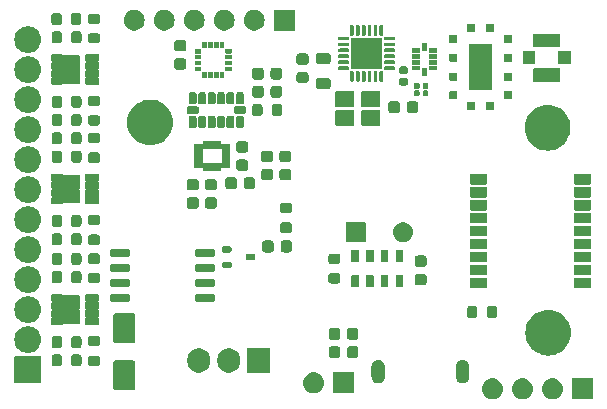
<source format=gbs>
G04 #@! TF.GenerationSoftware,KiCad,Pcbnew,8.0.1*
G04 #@! TF.CreationDate,2024-06-08T15:54:11-04:00*
G04 #@! TF.ProjectId,SAP Mk3.2,53415020-4d6b-4332-9e32-2e6b69636164,rev?*
G04 #@! TF.SameCoordinates,Original*
G04 #@! TF.FileFunction,Soldermask,Bot*
G04 #@! TF.FilePolarity,Negative*
%FSLAX46Y46*%
G04 Gerber Fmt 4.6, Leading zero omitted, Abs format (unit mm)*
G04 Created by KiCad (PCBNEW 8.0.1) date 2024-06-08 15:54:11*
%MOMM*%
%LPD*%
G01*
G04 APERTURE LIST*
G04 APERTURE END LIST*
G36*
X129814542Y-78264893D02*
G01*
X129826870Y-78273130D01*
X129835107Y-78285458D01*
X129838000Y-78300000D01*
X129838000Y-80000000D01*
X129835107Y-80014542D01*
X129826870Y-80026870D01*
X129814542Y-80035107D01*
X129800000Y-80038000D01*
X128100000Y-80038000D01*
X128085458Y-80035107D01*
X128073130Y-80026870D01*
X128064893Y-80014542D01*
X128062000Y-80000000D01*
X128062000Y-78300000D01*
X128064893Y-78285458D01*
X128073130Y-78273130D01*
X128085458Y-78264893D01*
X128100000Y-78262000D01*
X129800000Y-78262000D01*
X129814542Y-78264893D01*
G37*
G36*
X121604407Y-78305462D02*
G01*
X121774000Y-78380969D01*
X121924188Y-78490087D01*
X122048407Y-78628047D01*
X122141228Y-78788818D01*
X122198595Y-78965374D01*
X122218000Y-79150000D01*
X122198595Y-79334626D01*
X122141228Y-79511182D01*
X122048407Y-79671953D01*
X121924188Y-79809913D01*
X121774000Y-79919031D01*
X121604407Y-79994538D01*
X121422821Y-80033135D01*
X121237179Y-80033135D01*
X121055593Y-79994538D01*
X120886000Y-79919031D01*
X120735812Y-79809913D01*
X120611593Y-79671953D01*
X120518772Y-79511182D01*
X120461405Y-79334626D01*
X120442000Y-79150000D01*
X120461405Y-78965374D01*
X120518772Y-78788818D01*
X120611593Y-78628047D01*
X120735812Y-78490087D01*
X120886000Y-78380969D01*
X121055593Y-78305462D01*
X121237179Y-78266865D01*
X121422821Y-78266865D01*
X121604407Y-78305462D01*
G37*
G36*
X124144407Y-78305462D02*
G01*
X124314000Y-78380969D01*
X124464188Y-78490087D01*
X124588407Y-78628047D01*
X124681228Y-78788818D01*
X124738595Y-78965374D01*
X124758000Y-79150000D01*
X124738595Y-79334626D01*
X124681228Y-79511182D01*
X124588407Y-79671953D01*
X124464188Y-79809913D01*
X124314000Y-79919031D01*
X124144407Y-79994538D01*
X123962821Y-80033135D01*
X123777179Y-80033135D01*
X123595593Y-79994538D01*
X123426000Y-79919031D01*
X123275812Y-79809913D01*
X123151593Y-79671953D01*
X123058772Y-79511182D01*
X123001405Y-79334626D01*
X122982000Y-79150000D01*
X123001405Y-78965374D01*
X123058772Y-78788818D01*
X123151593Y-78628047D01*
X123275812Y-78490087D01*
X123426000Y-78380969D01*
X123595593Y-78305462D01*
X123777179Y-78266865D01*
X123962821Y-78266865D01*
X124144407Y-78305462D01*
G37*
G36*
X126684407Y-78305462D02*
G01*
X126854000Y-78380969D01*
X127004188Y-78490087D01*
X127128407Y-78628047D01*
X127221228Y-78788818D01*
X127278595Y-78965374D01*
X127298000Y-79150000D01*
X127278595Y-79334626D01*
X127221228Y-79511182D01*
X127128407Y-79671953D01*
X127004188Y-79809913D01*
X126854000Y-79919031D01*
X126684407Y-79994538D01*
X126502821Y-80033135D01*
X126317179Y-80033135D01*
X126135593Y-79994538D01*
X125966000Y-79919031D01*
X125815812Y-79809913D01*
X125691593Y-79671953D01*
X125598772Y-79511182D01*
X125541405Y-79334626D01*
X125522000Y-79150000D01*
X125541405Y-78965374D01*
X125598772Y-78788818D01*
X125691593Y-78628047D01*
X125815812Y-78490087D01*
X125966000Y-78380969D01*
X126135593Y-78305462D01*
X126317179Y-78266865D01*
X126502821Y-78266865D01*
X126684407Y-78305462D01*
G37*
G36*
X109589542Y-77764893D02*
G01*
X109601870Y-77773130D01*
X109610107Y-77785458D01*
X109613000Y-77800000D01*
X109613000Y-79500000D01*
X109610107Y-79514542D01*
X109601870Y-79526870D01*
X109589542Y-79535107D01*
X109575000Y-79538000D01*
X107875000Y-79538000D01*
X107860458Y-79535107D01*
X107848130Y-79526870D01*
X107839893Y-79514542D01*
X107837000Y-79500000D01*
X107837000Y-77800000D01*
X107839893Y-77785458D01*
X107848130Y-77773130D01*
X107860458Y-77764893D01*
X107875000Y-77762000D01*
X109575000Y-77762000D01*
X109589542Y-77764893D01*
G37*
G36*
X106459407Y-77805462D02*
G01*
X106629000Y-77880969D01*
X106779188Y-77990087D01*
X106903407Y-78128047D01*
X106996228Y-78288818D01*
X107053595Y-78465374D01*
X107073000Y-78650000D01*
X107053595Y-78834626D01*
X106996228Y-79011182D01*
X106903407Y-79171953D01*
X106779188Y-79309913D01*
X106629000Y-79419031D01*
X106459407Y-79494538D01*
X106277821Y-79533135D01*
X106092179Y-79533135D01*
X105910593Y-79494538D01*
X105741000Y-79419031D01*
X105590812Y-79309913D01*
X105466593Y-79171953D01*
X105373772Y-79011182D01*
X105316405Y-78834626D01*
X105297000Y-78650000D01*
X105316405Y-78465374D01*
X105373772Y-78288818D01*
X105466593Y-78128047D01*
X105590812Y-77990087D01*
X105741000Y-77880969D01*
X105910593Y-77805462D01*
X106092179Y-77766865D01*
X106277821Y-77766865D01*
X106459407Y-77805462D01*
G37*
G36*
X90865938Y-76719650D02*
G01*
X90870653Y-76721732D01*
X90873326Y-76722084D01*
X90906770Y-76737679D01*
X90962759Y-76762401D01*
X91037599Y-76837241D01*
X91062330Y-76893251D01*
X91077915Y-76926673D01*
X91078266Y-76929343D01*
X91080350Y-76934062D01*
X91088000Y-77000000D01*
X91088000Y-79000000D01*
X91080350Y-79065938D01*
X91078266Y-79070656D01*
X91077915Y-79073326D01*
X91062338Y-79106730D01*
X91037599Y-79162759D01*
X90962759Y-79237599D01*
X90906730Y-79262338D01*
X90873326Y-79277915D01*
X90870656Y-79278266D01*
X90865938Y-79280350D01*
X90800000Y-79288000D01*
X89500000Y-79288000D01*
X89434062Y-79280350D01*
X89429343Y-79278266D01*
X89426673Y-79277915D01*
X89393251Y-79262330D01*
X89337241Y-79237599D01*
X89262401Y-79162759D01*
X89237679Y-79106770D01*
X89222084Y-79073326D01*
X89221732Y-79070653D01*
X89219650Y-79065938D01*
X89212000Y-79000000D01*
X89212000Y-77000000D01*
X89219650Y-76934062D01*
X89221732Y-76929346D01*
X89222084Y-76926673D01*
X89237687Y-76893210D01*
X89262401Y-76837241D01*
X89337241Y-76762401D01*
X89393210Y-76737687D01*
X89426673Y-76722084D01*
X89429346Y-76721732D01*
X89434062Y-76719650D01*
X89500000Y-76712000D01*
X90800000Y-76712000D01*
X90865938Y-76719650D01*
G37*
G36*
X111714537Y-76716817D02*
G01*
X111723486Y-76716817D01*
X111749270Y-76723725D01*
X111813360Y-76736474D01*
X111843611Y-76749004D01*
X111865451Y-76754856D01*
X111885029Y-76766159D01*
X111915279Y-76778689D01*
X111969607Y-76814990D01*
X111992733Y-76828342D01*
X111999063Y-76834672D01*
X112007008Y-76839981D01*
X112085018Y-76917991D01*
X112090326Y-76925935D01*
X112096658Y-76932267D01*
X112110011Y-76955395D01*
X112146310Y-77009720D01*
X112158838Y-77039966D01*
X112170144Y-77059549D01*
X112175996Y-77081392D01*
X112188525Y-77111639D01*
X112201271Y-77175720D01*
X112208183Y-77201514D01*
X112208230Y-77210706D01*
X112210063Y-77219917D01*
X112212995Y-78123853D01*
X112212994Y-78123871D01*
X112213000Y-78125000D01*
X112212755Y-78128736D01*
X112210288Y-78178950D01*
X112209058Y-78185131D01*
X112208183Y-78198486D01*
X112201270Y-78224284D01*
X112188525Y-78288360D01*
X112175997Y-78318604D01*
X112170144Y-78340451D01*
X112158836Y-78360035D01*
X112146310Y-78390279D01*
X112110015Y-78444596D01*
X112096658Y-78467733D01*
X112090324Y-78474066D01*
X112085018Y-78482008D01*
X112007008Y-78560018D01*
X111999066Y-78565324D01*
X111992733Y-78571658D01*
X111969596Y-78585015D01*
X111915279Y-78621310D01*
X111885035Y-78633836D01*
X111865451Y-78645144D01*
X111843604Y-78650997D01*
X111813360Y-78663525D01*
X111749276Y-78676272D01*
X111723486Y-78683183D01*
X111714537Y-78683183D01*
X111705161Y-78685048D01*
X111594839Y-78685048D01*
X111585463Y-78683183D01*
X111576514Y-78683183D01*
X111550724Y-78676272D01*
X111486639Y-78663525D01*
X111456392Y-78650996D01*
X111434549Y-78645144D01*
X111414966Y-78633838D01*
X111384720Y-78621310D01*
X111330395Y-78585011D01*
X111307267Y-78571658D01*
X111300935Y-78565326D01*
X111292991Y-78560018D01*
X111214981Y-78482008D01*
X111209672Y-78474063D01*
X111203342Y-78467733D01*
X111189990Y-78444607D01*
X111153689Y-78390279D01*
X111141159Y-78360029D01*
X111129856Y-78340451D01*
X111124004Y-78318611D01*
X111111474Y-78288360D01*
X111098725Y-78224268D01*
X111091817Y-78198486D01*
X111091769Y-78189297D01*
X111089936Y-78180082D01*
X111087004Y-77276146D01*
X111087005Y-77276109D01*
X111087000Y-77275000D01*
X111087240Y-77271326D01*
X111089711Y-77221049D01*
X111090942Y-77214859D01*
X111091817Y-77201514D01*
X111098724Y-77175733D01*
X111111474Y-77111639D01*
X111124004Y-77081385D01*
X111129856Y-77059549D01*
X111141158Y-77039973D01*
X111153689Y-77009720D01*
X111189994Y-76955384D01*
X111203342Y-76932267D01*
X111209670Y-76925938D01*
X111214981Y-76917991D01*
X111292991Y-76839981D01*
X111300938Y-76834670D01*
X111307267Y-76828342D01*
X111330384Y-76814994D01*
X111384720Y-76778689D01*
X111414973Y-76766158D01*
X111434549Y-76754856D01*
X111456385Y-76749004D01*
X111486639Y-76736474D01*
X111550730Y-76723725D01*
X111576514Y-76716817D01*
X111585463Y-76716817D01*
X111594839Y-76714952D01*
X111705161Y-76714952D01*
X111714537Y-76716817D01*
G37*
G36*
X118864537Y-76716817D02*
G01*
X118873486Y-76716817D01*
X118899270Y-76723725D01*
X118963360Y-76736474D01*
X118993611Y-76749004D01*
X119015451Y-76754856D01*
X119035029Y-76766159D01*
X119065279Y-76778689D01*
X119119607Y-76814990D01*
X119142733Y-76828342D01*
X119149063Y-76834672D01*
X119157008Y-76839981D01*
X119235018Y-76917991D01*
X119240326Y-76925935D01*
X119246658Y-76932267D01*
X119260011Y-76955395D01*
X119296310Y-77009720D01*
X119308838Y-77039966D01*
X119320144Y-77059549D01*
X119325996Y-77081392D01*
X119338525Y-77111639D01*
X119351271Y-77175720D01*
X119358183Y-77201514D01*
X119358230Y-77210706D01*
X119360063Y-77219917D01*
X119362995Y-78123853D01*
X119362994Y-78123871D01*
X119363000Y-78125000D01*
X119362755Y-78128736D01*
X119360288Y-78178950D01*
X119359058Y-78185131D01*
X119358183Y-78198486D01*
X119351270Y-78224284D01*
X119338525Y-78288360D01*
X119325997Y-78318604D01*
X119320144Y-78340451D01*
X119308836Y-78360035D01*
X119296310Y-78390279D01*
X119260015Y-78444596D01*
X119246658Y-78467733D01*
X119240324Y-78474066D01*
X119235018Y-78482008D01*
X119157008Y-78560018D01*
X119149066Y-78565324D01*
X119142733Y-78571658D01*
X119119596Y-78585015D01*
X119065279Y-78621310D01*
X119035035Y-78633836D01*
X119015451Y-78645144D01*
X118993604Y-78650997D01*
X118963360Y-78663525D01*
X118899276Y-78676272D01*
X118873486Y-78683183D01*
X118864537Y-78683183D01*
X118855161Y-78685048D01*
X118744839Y-78685048D01*
X118735463Y-78683183D01*
X118726514Y-78683183D01*
X118700724Y-78676272D01*
X118636639Y-78663525D01*
X118606392Y-78650996D01*
X118584549Y-78645144D01*
X118564966Y-78633838D01*
X118534720Y-78621310D01*
X118480395Y-78585011D01*
X118457267Y-78571658D01*
X118450935Y-78565326D01*
X118442991Y-78560018D01*
X118364981Y-78482008D01*
X118359672Y-78474063D01*
X118353342Y-78467733D01*
X118339990Y-78444607D01*
X118303689Y-78390279D01*
X118291159Y-78360029D01*
X118279856Y-78340451D01*
X118274004Y-78318611D01*
X118261474Y-78288360D01*
X118248725Y-78224268D01*
X118241817Y-78198486D01*
X118241769Y-78189297D01*
X118239936Y-78180082D01*
X118237004Y-77276146D01*
X118237005Y-77276109D01*
X118237000Y-77275000D01*
X118237240Y-77271326D01*
X118239711Y-77221049D01*
X118240942Y-77214859D01*
X118241817Y-77201514D01*
X118248724Y-77175733D01*
X118261474Y-77111639D01*
X118274004Y-77081385D01*
X118279856Y-77059549D01*
X118291158Y-77039973D01*
X118303689Y-77009720D01*
X118339994Y-76955384D01*
X118353342Y-76932267D01*
X118359670Y-76925938D01*
X118364981Y-76917991D01*
X118442991Y-76839981D01*
X118450938Y-76834670D01*
X118457267Y-76828342D01*
X118480384Y-76814994D01*
X118534720Y-76778689D01*
X118564973Y-76766158D01*
X118584549Y-76754856D01*
X118606385Y-76749004D01*
X118636639Y-76736474D01*
X118700730Y-76723725D01*
X118726514Y-76716817D01*
X118735463Y-76716817D01*
X118744839Y-76714952D01*
X118855161Y-76714952D01*
X118864537Y-76716817D01*
G37*
G36*
X83114542Y-76384893D02*
G01*
X83126870Y-76393130D01*
X83135107Y-76405458D01*
X83138000Y-76420000D01*
X83138000Y-78620000D01*
X83135107Y-78634542D01*
X83126870Y-78646870D01*
X83114542Y-78655107D01*
X83100000Y-78658000D01*
X80900000Y-78658000D01*
X80885458Y-78655107D01*
X80873130Y-78646870D01*
X80864893Y-78634542D01*
X80862000Y-78620000D01*
X80862000Y-76420000D01*
X80864893Y-76405458D01*
X80873130Y-76393130D01*
X80885458Y-76384893D01*
X80900000Y-76382000D01*
X83100000Y-76382000D01*
X83114542Y-76384893D01*
G37*
G36*
X102507042Y-75719893D02*
G01*
X102519370Y-75728130D01*
X102527607Y-75740458D01*
X102530500Y-75755000D01*
X102530500Y-77755000D01*
X102527607Y-77769542D01*
X102519370Y-77781870D01*
X102507042Y-77790107D01*
X102492500Y-77793000D01*
X100587500Y-77793000D01*
X100572958Y-77790107D01*
X100560630Y-77781870D01*
X100552393Y-77769542D01*
X100549500Y-77755000D01*
X100549500Y-75755000D01*
X100552393Y-75740458D01*
X100560630Y-75728130D01*
X100572958Y-75719893D01*
X100587500Y-75717000D01*
X102492500Y-75717000D01*
X102507042Y-75719893D01*
G37*
G36*
X96747527Y-75759651D02*
G01*
X96926918Y-75833957D01*
X97088367Y-75941833D01*
X97225667Y-76079133D01*
X97333543Y-76240582D01*
X97407849Y-76419973D01*
X97445730Y-76610414D01*
X97450500Y-76802500D01*
X97445730Y-76899586D01*
X97407849Y-77090027D01*
X97333543Y-77269418D01*
X97225667Y-77430867D01*
X97088367Y-77568167D01*
X96926918Y-77676043D01*
X96747527Y-77750349D01*
X96557086Y-77788230D01*
X96362914Y-77788230D01*
X96172473Y-77750349D01*
X95993082Y-77676043D01*
X95831633Y-77568167D01*
X95694333Y-77430867D01*
X95586457Y-77269418D01*
X95512151Y-77090027D01*
X95474270Y-76899586D01*
X95469500Y-76707500D01*
X95474270Y-76610414D01*
X95512151Y-76419973D01*
X95586457Y-76240582D01*
X95694333Y-76079133D01*
X95831633Y-75941833D01*
X95993082Y-75833957D01*
X96172473Y-75759651D01*
X96362914Y-75721770D01*
X96557086Y-75721770D01*
X96747527Y-75759651D01*
G37*
G36*
X99287527Y-75759651D02*
G01*
X99466918Y-75833957D01*
X99628367Y-75941833D01*
X99765667Y-76079133D01*
X99873543Y-76240582D01*
X99947849Y-76419973D01*
X99985730Y-76610414D01*
X99990500Y-76802500D01*
X99985730Y-76899586D01*
X99947849Y-77090027D01*
X99873543Y-77269418D01*
X99765667Y-77430867D01*
X99628367Y-77568167D01*
X99466918Y-77676043D01*
X99287527Y-77750349D01*
X99097086Y-77788230D01*
X98902914Y-77788230D01*
X98712473Y-77750349D01*
X98533082Y-77676043D01*
X98371633Y-77568167D01*
X98234333Y-77430867D01*
X98126457Y-77269418D01*
X98052151Y-77090027D01*
X98014270Y-76899586D01*
X98009500Y-76707500D01*
X98014270Y-76610414D01*
X98052151Y-76419973D01*
X98126457Y-76240582D01*
X98234333Y-76079133D01*
X98371633Y-75941833D01*
X98533082Y-75833957D01*
X98712473Y-75759651D01*
X98902914Y-75721770D01*
X99097086Y-75721770D01*
X99287527Y-75759651D01*
G37*
G36*
X84654047Y-76237805D02*
G01*
X84702661Y-76243445D01*
X84719271Y-76250779D01*
X84741079Y-76255117D01*
X84764425Y-76270716D01*
X84784012Y-76279365D01*
X84797390Y-76292743D01*
X84818291Y-76306709D01*
X84832256Y-76327609D01*
X84845634Y-76340987D01*
X84854281Y-76360572D01*
X84869883Y-76383921D01*
X84874221Y-76405731D01*
X84881554Y-76422338D01*
X84887192Y-76470942D01*
X84888000Y-76475000D01*
X84888000Y-77025000D01*
X84887192Y-77029059D01*
X84881554Y-77077661D01*
X84874221Y-77094266D01*
X84869883Y-77116079D01*
X84854280Y-77139429D01*
X84845634Y-77159012D01*
X84832258Y-77172387D01*
X84818291Y-77193291D01*
X84797387Y-77207258D01*
X84784012Y-77220634D01*
X84764429Y-77229280D01*
X84741079Y-77244883D01*
X84719266Y-77249221D01*
X84702661Y-77256554D01*
X84654059Y-77262192D01*
X84650000Y-77263000D01*
X84250000Y-77263000D01*
X84245942Y-77262192D01*
X84197338Y-77256554D01*
X84180731Y-77249221D01*
X84158921Y-77244883D01*
X84135572Y-77229281D01*
X84115987Y-77220634D01*
X84102609Y-77207256D01*
X84081709Y-77193291D01*
X84067743Y-77172390D01*
X84054365Y-77159012D01*
X84045716Y-77139425D01*
X84030117Y-77116079D01*
X84025779Y-77094271D01*
X84018445Y-77077661D01*
X84012805Y-77029047D01*
X84012000Y-77025000D01*
X84012000Y-76475000D01*
X84012804Y-76470954D01*
X84018445Y-76422338D01*
X84025779Y-76405727D01*
X84030117Y-76383921D01*
X84045715Y-76360576D01*
X84054365Y-76340987D01*
X84067745Y-76327606D01*
X84081709Y-76306709D01*
X84102606Y-76292745D01*
X84115987Y-76279365D01*
X84135576Y-76270715D01*
X84158921Y-76255117D01*
X84180727Y-76250779D01*
X84197338Y-76243445D01*
X84245954Y-76237804D01*
X84250000Y-76237000D01*
X84650000Y-76237000D01*
X84654047Y-76237805D01*
G37*
G36*
X86304047Y-76237805D02*
G01*
X86352661Y-76243445D01*
X86369271Y-76250779D01*
X86391079Y-76255117D01*
X86414425Y-76270716D01*
X86434012Y-76279365D01*
X86447390Y-76292743D01*
X86468291Y-76306709D01*
X86482256Y-76327609D01*
X86495634Y-76340987D01*
X86504281Y-76360572D01*
X86519883Y-76383921D01*
X86524221Y-76405731D01*
X86531554Y-76422338D01*
X86537192Y-76470942D01*
X86538000Y-76475000D01*
X86538000Y-77025000D01*
X86537192Y-77029059D01*
X86531554Y-77077661D01*
X86524221Y-77094266D01*
X86519883Y-77116079D01*
X86504280Y-77139429D01*
X86495634Y-77159012D01*
X86482258Y-77172387D01*
X86468291Y-77193291D01*
X86447387Y-77207258D01*
X86434012Y-77220634D01*
X86414429Y-77229280D01*
X86391079Y-77244883D01*
X86369266Y-77249221D01*
X86352661Y-77256554D01*
X86304059Y-77262192D01*
X86300000Y-77263000D01*
X85900000Y-77263000D01*
X85895942Y-77262192D01*
X85847338Y-77256554D01*
X85830731Y-77249221D01*
X85808921Y-77244883D01*
X85785572Y-77229281D01*
X85765987Y-77220634D01*
X85752609Y-77207256D01*
X85731709Y-77193291D01*
X85717743Y-77172390D01*
X85704365Y-77159012D01*
X85695716Y-77139425D01*
X85680117Y-77116079D01*
X85675779Y-77094271D01*
X85668445Y-77077661D01*
X85662805Y-77029047D01*
X85662000Y-77025000D01*
X85662000Y-76475000D01*
X85662804Y-76470954D01*
X85668445Y-76422338D01*
X85675779Y-76405727D01*
X85680117Y-76383921D01*
X85695715Y-76360576D01*
X85704365Y-76340987D01*
X85717745Y-76327606D01*
X85731709Y-76306709D01*
X85752606Y-76292745D01*
X85765987Y-76279365D01*
X85785576Y-76270715D01*
X85808921Y-76255117D01*
X85830727Y-76250779D01*
X85847338Y-76243445D01*
X85895954Y-76237804D01*
X85900000Y-76237000D01*
X86300000Y-76237000D01*
X86304047Y-76237805D01*
G37*
G36*
X87879047Y-76337805D02*
G01*
X87927661Y-76343445D01*
X87944271Y-76350779D01*
X87966079Y-76355117D01*
X87989425Y-76370716D01*
X88009012Y-76379365D01*
X88022390Y-76392743D01*
X88043291Y-76406709D01*
X88057256Y-76427609D01*
X88070634Y-76440987D01*
X88079281Y-76460572D01*
X88094883Y-76483921D01*
X88099221Y-76505731D01*
X88106554Y-76522338D01*
X88112192Y-76570942D01*
X88113000Y-76575000D01*
X88113000Y-76975000D01*
X88112192Y-76979059D01*
X88106554Y-77027661D01*
X88099221Y-77044266D01*
X88094883Y-77066079D01*
X88079280Y-77089429D01*
X88070634Y-77109012D01*
X88057258Y-77122387D01*
X88043291Y-77143291D01*
X88022387Y-77157258D01*
X88009012Y-77170634D01*
X87989429Y-77179280D01*
X87966079Y-77194883D01*
X87944266Y-77199221D01*
X87927661Y-77206554D01*
X87879059Y-77212192D01*
X87875000Y-77213000D01*
X87325000Y-77213000D01*
X87320942Y-77212192D01*
X87272338Y-77206554D01*
X87255731Y-77199221D01*
X87233921Y-77194883D01*
X87210572Y-77179281D01*
X87190987Y-77170634D01*
X87177609Y-77157256D01*
X87156709Y-77143291D01*
X87142743Y-77122390D01*
X87129365Y-77109012D01*
X87120716Y-77089425D01*
X87105117Y-77066079D01*
X87100779Y-77044271D01*
X87093445Y-77027661D01*
X87087805Y-76979047D01*
X87087000Y-76975000D01*
X87087000Y-76575000D01*
X87087804Y-76570954D01*
X87093445Y-76522338D01*
X87100779Y-76505727D01*
X87105117Y-76483921D01*
X87120715Y-76460576D01*
X87129365Y-76440987D01*
X87142745Y-76427606D01*
X87156709Y-76406709D01*
X87177606Y-76392745D01*
X87190987Y-76379365D01*
X87210576Y-76370715D01*
X87233921Y-76355117D01*
X87255727Y-76350779D01*
X87272338Y-76343445D01*
X87320954Y-76337804D01*
X87325000Y-76337000D01*
X87875000Y-76337000D01*
X87879047Y-76337805D01*
G37*
G36*
X108181409Y-75538274D02*
G01*
X108241852Y-75546232D01*
X108257057Y-75553322D01*
X108275646Y-75557020D01*
X108300266Y-75573470D01*
X108325407Y-75585194D01*
X108340702Y-75600489D01*
X108360969Y-75614031D01*
X108374510Y-75634297D01*
X108389805Y-75649592D01*
X108401527Y-75674730D01*
X108417980Y-75699354D01*
X108421677Y-75717944D01*
X108428767Y-75733147D01*
X108436722Y-75793577D01*
X108438000Y-75800000D01*
X108438000Y-76300000D01*
X108436722Y-76306424D01*
X108428767Y-76366852D01*
X108421678Y-76382054D01*
X108417980Y-76400646D01*
X108401525Y-76425271D01*
X108389805Y-76450407D01*
X108374512Y-76465699D01*
X108360969Y-76485969D01*
X108340699Y-76499512D01*
X108325407Y-76514805D01*
X108300271Y-76526525D01*
X108275646Y-76542980D01*
X108257054Y-76546678D01*
X108241852Y-76553767D01*
X108181424Y-76561722D01*
X108175000Y-76563000D01*
X107725000Y-76563000D01*
X107718577Y-76561722D01*
X107658147Y-76553767D01*
X107642944Y-76546677D01*
X107624354Y-76542980D01*
X107599730Y-76526527D01*
X107574592Y-76514805D01*
X107559297Y-76499510D01*
X107539031Y-76485969D01*
X107525489Y-76465702D01*
X107510194Y-76450407D01*
X107498470Y-76425266D01*
X107482020Y-76400646D01*
X107478322Y-76382057D01*
X107471232Y-76366852D01*
X107463274Y-76306409D01*
X107462000Y-76300000D01*
X107462000Y-75800000D01*
X107463274Y-75793592D01*
X107471232Y-75733147D01*
X107478322Y-75717940D01*
X107482020Y-75699354D01*
X107498469Y-75674735D01*
X107510194Y-75649592D01*
X107525491Y-75634294D01*
X107539031Y-75614031D01*
X107559294Y-75600491D01*
X107574592Y-75585194D01*
X107599735Y-75573469D01*
X107624354Y-75557020D01*
X107642940Y-75553322D01*
X107658147Y-75546232D01*
X107718592Y-75538274D01*
X107725000Y-75537000D01*
X108175000Y-75537000D01*
X108181409Y-75538274D01*
G37*
G36*
X109731409Y-75538274D02*
G01*
X109791852Y-75546232D01*
X109807057Y-75553322D01*
X109825646Y-75557020D01*
X109850266Y-75573470D01*
X109875407Y-75585194D01*
X109890702Y-75600489D01*
X109910969Y-75614031D01*
X109924510Y-75634297D01*
X109939805Y-75649592D01*
X109951527Y-75674730D01*
X109967980Y-75699354D01*
X109971677Y-75717944D01*
X109978767Y-75733147D01*
X109986722Y-75793577D01*
X109988000Y-75800000D01*
X109988000Y-76300000D01*
X109986722Y-76306424D01*
X109978767Y-76366852D01*
X109971678Y-76382054D01*
X109967980Y-76400646D01*
X109951525Y-76425271D01*
X109939805Y-76450407D01*
X109924512Y-76465699D01*
X109910969Y-76485969D01*
X109890699Y-76499512D01*
X109875407Y-76514805D01*
X109850271Y-76526525D01*
X109825646Y-76542980D01*
X109807054Y-76546678D01*
X109791852Y-76553767D01*
X109731424Y-76561722D01*
X109725000Y-76563000D01*
X109275000Y-76563000D01*
X109268577Y-76561722D01*
X109208147Y-76553767D01*
X109192944Y-76546677D01*
X109174354Y-76542980D01*
X109149730Y-76526527D01*
X109124592Y-76514805D01*
X109109297Y-76499510D01*
X109089031Y-76485969D01*
X109075489Y-76465702D01*
X109060194Y-76450407D01*
X109048470Y-76425266D01*
X109032020Y-76400646D01*
X109028322Y-76382057D01*
X109021232Y-76366852D01*
X109013274Y-76306409D01*
X109012000Y-76300000D01*
X109012000Y-75800000D01*
X109013274Y-75793592D01*
X109021232Y-75733147D01*
X109028322Y-75717940D01*
X109032020Y-75699354D01*
X109048469Y-75674735D01*
X109060194Y-75649592D01*
X109075491Y-75634294D01*
X109089031Y-75614031D01*
X109109294Y-75600491D01*
X109124592Y-75585194D01*
X109149735Y-75573469D01*
X109174354Y-75557020D01*
X109192940Y-75553322D01*
X109208147Y-75546232D01*
X109268592Y-75538274D01*
X109275000Y-75537000D01*
X109725000Y-75537000D01*
X109731409Y-75538274D01*
G37*
G36*
X126325806Y-72481726D02*
G01*
X126595998Y-72540503D01*
X126855074Y-72637133D01*
X127097762Y-72769651D01*
X127319120Y-72935357D01*
X127514643Y-73130880D01*
X127680349Y-73352238D01*
X127812867Y-73594926D01*
X127909497Y-73854002D01*
X127968274Y-74124194D01*
X127988000Y-74400000D01*
X127968274Y-74675806D01*
X127909497Y-74945998D01*
X127812867Y-75205074D01*
X127680349Y-75447762D01*
X127514643Y-75669120D01*
X127319120Y-75864643D01*
X127097762Y-76030349D01*
X126855074Y-76162867D01*
X126595998Y-76259497D01*
X126325806Y-76318274D01*
X126050000Y-76338000D01*
X125774194Y-76318274D01*
X125504002Y-76259497D01*
X125244926Y-76162867D01*
X125002238Y-76030349D01*
X124780880Y-75864643D01*
X124585357Y-75669120D01*
X124419651Y-75447762D01*
X124287133Y-75205074D01*
X124190503Y-74945998D01*
X124131726Y-74675806D01*
X124112000Y-74400000D01*
X124131726Y-74124194D01*
X124190503Y-73854002D01*
X124287133Y-73594926D01*
X124419651Y-73352238D01*
X124585357Y-73130880D01*
X124780880Y-72935357D01*
X125002238Y-72769651D01*
X125244926Y-72637133D01*
X125504002Y-72540503D01*
X125774194Y-72481726D01*
X126050000Y-72462000D01*
X126325806Y-72481726D01*
G37*
G36*
X82311428Y-73885442D02*
G01*
X82507250Y-73961304D01*
X82685798Y-74071856D01*
X82840992Y-74213334D01*
X82967547Y-74380920D01*
X83061153Y-74568907D01*
X83118623Y-74770893D01*
X83138000Y-74980000D01*
X83118623Y-75189107D01*
X83061153Y-75391093D01*
X82967547Y-75579080D01*
X82840992Y-75746666D01*
X82685798Y-75888144D01*
X82507250Y-75998696D01*
X82311428Y-76074558D01*
X82105001Y-76113145D01*
X81894999Y-76113145D01*
X81688572Y-76074558D01*
X81492750Y-75998696D01*
X81314202Y-75888144D01*
X81159008Y-75746666D01*
X81032453Y-75579080D01*
X80938847Y-75391093D01*
X80881377Y-75189107D01*
X80862000Y-74980000D01*
X80881377Y-74770893D01*
X80938847Y-74568907D01*
X81032453Y-74380920D01*
X81159008Y-74213334D01*
X81314202Y-74071856D01*
X81492750Y-73961304D01*
X81688572Y-73885442D01*
X81894999Y-73846855D01*
X82105001Y-73846855D01*
X82311428Y-73885442D01*
G37*
G36*
X84654047Y-74687805D02*
G01*
X84702661Y-74693445D01*
X84719271Y-74700779D01*
X84741079Y-74705117D01*
X84764425Y-74720716D01*
X84784012Y-74729365D01*
X84797390Y-74742743D01*
X84818291Y-74756709D01*
X84832256Y-74777609D01*
X84845634Y-74790987D01*
X84854281Y-74810572D01*
X84869883Y-74833921D01*
X84874221Y-74855731D01*
X84881554Y-74872338D01*
X84887192Y-74920942D01*
X84888000Y-74925000D01*
X84888000Y-75475000D01*
X84887192Y-75479059D01*
X84881554Y-75527661D01*
X84874221Y-75544266D01*
X84869883Y-75566079D01*
X84854280Y-75589429D01*
X84845634Y-75609012D01*
X84832258Y-75622387D01*
X84818291Y-75643291D01*
X84797387Y-75657258D01*
X84784012Y-75670634D01*
X84764429Y-75679280D01*
X84741079Y-75694883D01*
X84719266Y-75699221D01*
X84702661Y-75706554D01*
X84654059Y-75712192D01*
X84650000Y-75713000D01*
X84250000Y-75713000D01*
X84245942Y-75712192D01*
X84197338Y-75706554D01*
X84180731Y-75699221D01*
X84158921Y-75694883D01*
X84135572Y-75679281D01*
X84115987Y-75670634D01*
X84102609Y-75657256D01*
X84081709Y-75643291D01*
X84067743Y-75622390D01*
X84054365Y-75609012D01*
X84045716Y-75589425D01*
X84030117Y-75566079D01*
X84025779Y-75544271D01*
X84018445Y-75527661D01*
X84012805Y-75479047D01*
X84012000Y-75475000D01*
X84012000Y-74925000D01*
X84012804Y-74920954D01*
X84018445Y-74872338D01*
X84025779Y-74855727D01*
X84030117Y-74833921D01*
X84045715Y-74810576D01*
X84054365Y-74790987D01*
X84067745Y-74777606D01*
X84081709Y-74756709D01*
X84102606Y-74742745D01*
X84115987Y-74729365D01*
X84135576Y-74720715D01*
X84158921Y-74705117D01*
X84180727Y-74700779D01*
X84197338Y-74693445D01*
X84245954Y-74687804D01*
X84250000Y-74687000D01*
X84650000Y-74687000D01*
X84654047Y-74687805D01*
G37*
G36*
X86304047Y-74687805D02*
G01*
X86352661Y-74693445D01*
X86369271Y-74700779D01*
X86391079Y-74705117D01*
X86414425Y-74720716D01*
X86434012Y-74729365D01*
X86447390Y-74742743D01*
X86468291Y-74756709D01*
X86482256Y-74777609D01*
X86495634Y-74790987D01*
X86504281Y-74810572D01*
X86519883Y-74833921D01*
X86524221Y-74855731D01*
X86531554Y-74872338D01*
X86537192Y-74920942D01*
X86538000Y-74925000D01*
X86538000Y-75475000D01*
X86537192Y-75479059D01*
X86531554Y-75527661D01*
X86524221Y-75544266D01*
X86519883Y-75566079D01*
X86504280Y-75589429D01*
X86495634Y-75609012D01*
X86482258Y-75622387D01*
X86468291Y-75643291D01*
X86447387Y-75657258D01*
X86434012Y-75670634D01*
X86414429Y-75679280D01*
X86391079Y-75694883D01*
X86369266Y-75699221D01*
X86352661Y-75706554D01*
X86304059Y-75712192D01*
X86300000Y-75713000D01*
X85900000Y-75713000D01*
X85895942Y-75712192D01*
X85847338Y-75706554D01*
X85830731Y-75699221D01*
X85808921Y-75694883D01*
X85785572Y-75679281D01*
X85765987Y-75670634D01*
X85752609Y-75657256D01*
X85731709Y-75643291D01*
X85717743Y-75622390D01*
X85704365Y-75609012D01*
X85695716Y-75589425D01*
X85680117Y-75566079D01*
X85675779Y-75544271D01*
X85668445Y-75527661D01*
X85662805Y-75479047D01*
X85662000Y-75475000D01*
X85662000Y-74925000D01*
X85662804Y-74920954D01*
X85668445Y-74872338D01*
X85675779Y-74855727D01*
X85680117Y-74833921D01*
X85695715Y-74810576D01*
X85704365Y-74790987D01*
X85717745Y-74777606D01*
X85731709Y-74756709D01*
X85752606Y-74742745D01*
X85765987Y-74729365D01*
X85785576Y-74720715D01*
X85808921Y-74705117D01*
X85830727Y-74700779D01*
X85847338Y-74693445D01*
X85895954Y-74687804D01*
X85900000Y-74687000D01*
X86300000Y-74687000D01*
X86304047Y-74687805D01*
G37*
G36*
X87879047Y-74687805D02*
G01*
X87927661Y-74693445D01*
X87944271Y-74700779D01*
X87966079Y-74705117D01*
X87989425Y-74720716D01*
X88009012Y-74729365D01*
X88022390Y-74742743D01*
X88043291Y-74756709D01*
X88057256Y-74777609D01*
X88070634Y-74790987D01*
X88079281Y-74810572D01*
X88094883Y-74833921D01*
X88099221Y-74855731D01*
X88106554Y-74872338D01*
X88112192Y-74920942D01*
X88113000Y-74925000D01*
X88113000Y-75325000D01*
X88112192Y-75329059D01*
X88106554Y-75377661D01*
X88099221Y-75394266D01*
X88094883Y-75416079D01*
X88079280Y-75439429D01*
X88070634Y-75459012D01*
X88057258Y-75472387D01*
X88043291Y-75493291D01*
X88022387Y-75507258D01*
X88009012Y-75520634D01*
X87989429Y-75529280D01*
X87966079Y-75544883D01*
X87944266Y-75549221D01*
X87927661Y-75556554D01*
X87879059Y-75562192D01*
X87875000Y-75563000D01*
X87325000Y-75563000D01*
X87320942Y-75562192D01*
X87272338Y-75556554D01*
X87255731Y-75549221D01*
X87233921Y-75544883D01*
X87210572Y-75529281D01*
X87190987Y-75520634D01*
X87177609Y-75507256D01*
X87156709Y-75493291D01*
X87142743Y-75472390D01*
X87129365Y-75459012D01*
X87120716Y-75439425D01*
X87105117Y-75416079D01*
X87100779Y-75394271D01*
X87093445Y-75377661D01*
X87087805Y-75329047D01*
X87087000Y-75325000D01*
X87087000Y-74925000D01*
X87087804Y-74920954D01*
X87093445Y-74872338D01*
X87100779Y-74855727D01*
X87105117Y-74833921D01*
X87120715Y-74810576D01*
X87129365Y-74790987D01*
X87142745Y-74777606D01*
X87156709Y-74756709D01*
X87177606Y-74742745D01*
X87190987Y-74729365D01*
X87210576Y-74720715D01*
X87233921Y-74705117D01*
X87255727Y-74700779D01*
X87272338Y-74693445D01*
X87320954Y-74687804D01*
X87325000Y-74687000D01*
X87875000Y-74687000D01*
X87879047Y-74687805D01*
G37*
G36*
X90865938Y-72719650D02*
G01*
X90870653Y-72721732D01*
X90873326Y-72722084D01*
X90906770Y-72737679D01*
X90962759Y-72762401D01*
X91037599Y-72837241D01*
X91062330Y-72893251D01*
X91077915Y-72926673D01*
X91078266Y-72929343D01*
X91080350Y-72934062D01*
X91088000Y-73000000D01*
X91088000Y-75000000D01*
X91080350Y-75065938D01*
X91078266Y-75070656D01*
X91077915Y-75073326D01*
X91062338Y-75106730D01*
X91037599Y-75162759D01*
X90962759Y-75237599D01*
X90906730Y-75262338D01*
X90873326Y-75277915D01*
X90870656Y-75278266D01*
X90865938Y-75280350D01*
X90800000Y-75288000D01*
X89500000Y-75288000D01*
X89434062Y-75280350D01*
X89429343Y-75278266D01*
X89426673Y-75277915D01*
X89393251Y-75262330D01*
X89337241Y-75237599D01*
X89262401Y-75162759D01*
X89237679Y-75106770D01*
X89222084Y-75073326D01*
X89221732Y-75070653D01*
X89219650Y-75065938D01*
X89212000Y-75000000D01*
X89212000Y-73000000D01*
X89219650Y-72934062D01*
X89221732Y-72929346D01*
X89222084Y-72926673D01*
X89237687Y-72893210D01*
X89262401Y-72837241D01*
X89337241Y-72762401D01*
X89393210Y-72737687D01*
X89426673Y-72722084D01*
X89429346Y-72721732D01*
X89434062Y-72719650D01*
X89500000Y-72712000D01*
X90800000Y-72712000D01*
X90865938Y-72719650D01*
G37*
G36*
X108181409Y-73988274D02*
G01*
X108241852Y-73996232D01*
X108257057Y-74003322D01*
X108275646Y-74007020D01*
X108300266Y-74023470D01*
X108325407Y-74035194D01*
X108340702Y-74050489D01*
X108360969Y-74064031D01*
X108374510Y-74084297D01*
X108389805Y-74099592D01*
X108401527Y-74124730D01*
X108417980Y-74149354D01*
X108421677Y-74167944D01*
X108428767Y-74183147D01*
X108436722Y-74243577D01*
X108438000Y-74250000D01*
X108438000Y-74750000D01*
X108436722Y-74756424D01*
X108428767Y-74816852D01*
X108421678Y-74832054D01*
X108417980Y-74850646D01*
X108401525Y-74875271D01*
X108389805Y-74900407D01*
X108374512Y-74915699D01*
X108360969Y-74935969D01*
X108340699Y-74949512D01*
X108325407Y-74964805D01*
X108300271Y-74976525D01*
X108275646Y-74992980D01*
X108257054Y-74996678D01*
X108241852Y-75003767D01*
X108181424Y-75011722D01*
X108175000Y-75013000D01*
X107725000Y-75013000D01*
X107718577Y-75011722D01*
X107658147Y-75003767D01*
X107642944Y-74996677D01*
X107624354Y-74992980D01*
X107599730Y-74976527D01*
X107574592Y-74964805D01*
X107559297Y-74949510D01*
X107539031Y-74935969D01*
X107525489Y-74915702D01*
X107510194Y-74900407D01*
X107498470Y-74875266D01*
X107482020Y-74850646D01*
X107478322Y-74832057D01*
X107471232Y-74816852D01*
X107463274Y-74756409D01*
X107462000Y-74750000D01*
X107462000Y-74250000D01*
X107463274Y-74243592D01*
X107471232Y-74183147D01*
X107478322Y-74167940D01*
X107482020Y-74149354D01*
X107498469Y-74124735D01*
X107510194Y-74099592D01*
X107525491Y-74084294D01*
X107539031Y-74064031D01*
X107559294Y-74050491D01*
X107574592Y-74035194D01*
X107599735Y-74023469D01*
X107624354Y-74007020D01*
X107642940Y-74003322D01*
X107658147Y-73996232D01*
X107718592Y-73988274D01*
X107725000Y-73987000D01*
X108175000Y-73987000D01*
X108181409Y-73988274D01*
G37*
G36*
X109731409Y-73988274D02*
G01*
X109791852Y-73996232D01*
X109807057Y-74003322D01*
X109825646Y-74007020D01*
X109850266Y-74023470D01*
X109875407Y-74035194D01*
X109890702Y-74050489D01*
X109910969Y-74064031D01*
X109924510Y-74084297D01*
X109939805Y-74099592D01*
X109951527Y-74124730D01*
X109967980Y-74149354D01*
X109971677Y-74167944D01*
X109978767Y-74183147D01*
X109986722Y-74243577D01*
X109988000Y-74250000D01*
X109988000Y-74750000D01*
X109986722Y-74756424D01*
X109978767Y-74816852D01*
X109971678Y-74832054D01*
X109967980Y-74850646D01*
X109951525Y-74875271D01*
X109939805Y-74900407D01*
X109924512Y-74915699D01*
X109910969Y-74935969D01*
X109890699Y-74949512D01*
X109875407Y-74964805D01*
X109850271Y-74976525D01*
X109825646Y-74992980D01*
X109807054Y-74996678D01*
X109791852Y-75003767D01*
X109731424Y-75011722D01*
X109725000Y-75013000D01*
X109275000Y-75013000D01*
X109268577Y-75011722D01*
X109208147Y-75003767D01*
X109192944Y-74996677D01*
X109174354Y-74992980D01*
X109149730Y-74976527D01*
X109124592Y-74964805D01*
X109109297Y-74949510D01*
X109089031Y-74935969D01*
X109075489Y-74915702D01*
X109060194Y-74900407D01*
X109048470Y-74875266D01*
X109032020Y-74850646D01*
X109028322Y-74832057D01*
X109021232Y-74816852D01*
X109013274Y-74756409D01*
X109012000Y-74750000D01*
X109012000Y-74250000D01*
X109013274Y-74243592D01*
X109021232Y-74183147D01*
X109028322Y-74167940D01*
X109032020Y-74149354D01*
X109048469Y-74124735D01*
X109060194Y-74099592D01*
X109075491Y-74084294D01*
X109089031Y-74064031D01*
X109109294Y-74050491D01*
X109124592Y-74035194D01*
X109149735Y-74023469D01*
X109174354Y-74007020D01*
X109192940Y-74003322D01*
X109208147Y-73996232D01*
X109268592Y-73988274D01*
X109275000Y-73987000D01*
X109725000Y-73987000D01*
X109731409Y-73988274D01*
G37*
G36*
X84876534Y-71153264D02*
G01*
X84909625Y-71175375D01*
X84931736Y-71208466D01*
X84932225Y-71210929D01*
X84942424Y-71226192D01*
X84964515Y-71238000D01*
X86312500Y-71238000D01*
X86351534Y-71245764D01*
X86384625Y-71267875D01*
X86406736Y-71300966D01*
X86414500Y-71340000D01*
X86414500Y-72330000D01*
X86406736Y-72369034D01*
X86384625Y-72402125D01*
X86362467Y-72416930D01*
X86362467Y-72468069D01*
X86384625Y-72482875D01*
X86406736Y-72515966D01*
X86414500Y-72555000D01*
X86414500Y-73545000D01*
X86406736Y-73584034D01*
X86384625Y-73617125D01*
X86351534Y-73639236D01*
X86312500Y-73647000D01*
X84964513Y-73647000D01*
X84942424Y-73658807D01*
X84932226Y-73674069D01*
X84931736Y-73676534D01*
X84909625Y-73709625D01*
X84876534Y-73731736D01*
X84837500Y-73739500D01*
X84077500Y-73739500D01*
X84038466Y-73731736D01*
X84005375Y-73709625D01*
X83983264Y-73676534D01*
X83975500Y-73637500D01*
X83975500Y-73227500D01*
X83983264Y-73188466D01*
X84005375Y-73155375D01*
X84038466Y-73133264D01*
X84040928Y-73132774D01*
X84046240Y-73129225D01*
X84046240Y-73075775D01*
X84040928Y-73072225D01*
X84038466Y-73071736D01*
X84005375Y-73049625D01*
X83983264Y-73016534D01*
X83975500Y-72977500D01*
X83975500Y-72567500D01*
X83983264Y-72528466D01*
X84005375Y-72495375D01*
X84038466Y-72473264D01*
X84040928Y-72472774D01*
X84046240Y-72469225D01*
X84046240Y-72415775D01*
X84040928Y-72412225D01*
X84038466Y-72411736D01*
X84005375Y-72389625D01*
X83983264Y-72356534D01*
X83975500Y-72317500D01*
X83975500Y-71907500D01*
X83983264Y-71868466D01*
X84005375Y-71835375D01*
X84038466Y-71813264D01*
X84040928Y-71812774D01*
X84046240Y-71809225D01*
X84046240Y-71755775D01*
X84040928Y-71752225D01*
X84038466Y-71751736D01*
X84005375Y-71729625D01*
X83983264Y-71696534D01*
X83975500Y-71657500D01*
X83975500Y-71247500D01*
X83983264Y-71208466D01*
X84005375Y-71175375D01*
X84038466Y-71153264D01*
X84077500Y-71145500D01*
X84837500Y-71145500D01*
X84876534Y-71153264D01*
G37*
G36*
X87976534Y-71153264D02*
G01*
X88009625Y-71175375D01*
X88031736Y-71208466D01*
X88039500Y-71247500D01*
X88039500Y-71657500D01*
X88031736Y-71696534D01*
X88009625Y-71729625D01*
X87976534Y-71751736D01*
X87974068Y-71752226D01*
X87968759Y-71755774D01*
X87968759Y-71809226D01*
X87974068Y-71812773D01*
X87976534Y-71813264D01*
X88009625Y-71835375D01*
X88031736Y-71868466D01*
X88039500Y-71907500D01*
X88039500Y-72317500D01*
X88031736Y-72356534D01*
X88009625Y-72389625D01*
X87976534Y-72411736D01*
X87974068Y-72412226D01*
X87968759Y-72415774D01*
X87968759Y-72469226D01*
X87974068Y-72472773D01*
X87976534Y-72473264D01*
X88009625Y-72495375D01*
X88031736Y-72528466D01*
X88039500Y-72567500D01*
X88039500Y-72977500D01*
X88031736Y-73016534D01*
X88009625Y-73049625D01*
X87976534Y-73071736D01*
X87974068Y-73072226D01*
X87968759Y-73075774D01*
X87968759Y-73129226D01*
X87974068Y-73132773D01*
X87976534Y-73133264D01*
X88009625Y-73155375D01*
X88031736Y-73188466D01*
X88039500Y-73227500D01*
X88039500Y-73637500D01*
X88031736Y-73676534D01*
X88009625Y-73709625D01*
X87976534Y-73731736D01*
X87937500Y-73739500D01*
X86947500Y-73739500D01*
X86908466Y-73731736D01*
X86875375Y-73709625D01*
X86853264Y-73676534D01*
X86845500Y-73637500D01*
X86845500Y-73227500D01*
X86853264Y-73188466D01*
X86875375Y-73155375D01*
X86908466Y-73133264D01*
X86910928Y-73132774D01*
X86916240Y-73129225D01*
X86916240Y-73075775D01*
X86910928Y-73072225D01*
X86908466Y-73071736D01*
X86875375Y-73049625D01*
X86853264Y-73016534D01*
X86845500Y-72977500D01*
X86845500Y-72567500D01*
X86853264Y-72528466D01*
X86875375Y-72495375D01*
X86908466Y-72473264D01*
X86910928Y-72472774D01*
X86916240Y-72469225D01*
X86916240Y-72415775D01*
X86910928Y-72412225D01*
X86908466Y-72411736D01*
X86875375Y-72389625D01*
X86853264Y-72356534D01*
X86845500Y-72317500D01*
X86845500Y-71907500D01*
X86853264Y-71868466D01*
X86875375Y-71835375D01*
X86908466Y-71813264D01*
X86910928Y-71812774D01*
X86916240Y-71809225D01*
X86916240Y-71755775D01*
X86910928Y-71752225D01*
X86908466Y-71751736D01*
X86875375Y-71729625D01*
X86853264Y-71696534D01*
X86845500Y-71657500D01*
X86845500Y-71247500D01*
X86853264Y-71208466D01*
X86875375Y-71175375D01*
X86908466Y-71153264D01*
X86947500Y-71145500D01*
X87937500Y-71145500D01*
X87976534Y-71153264D01*
G37*
G36*
X82311428Y-71345442D02*
G01*
X82507250Y-71421304D01*
X82685798Y-71531856D01*
X82840992Y-71673334D01*
X82967547Y-71840920D01*
X83061153Y-72028907D01*
X83118623Y-72230893D01*
X83138000Y-72440000D01*
X83118623Y-72649107D01*
X83061153Y-72851093D01*
X82967547Y-73039080D01*
X82840992Y-73206666D01*
X82685798Y-73348144D01*
X82507250Y-73458696D01*
X82311428Y-73534558D01*
X82105001Y-73573145D01*
X81894999Y-73573145D01*
X81688572Y-73534558D01*
X81492750Y-73458696D01*
X81314202Y-73348144D01*
X81159008Y-73206666D01*
X81032453Y-73039080D01*
X80938847Y-72851093D01*
X80881377Y-72649107D01*
X80862000Y-72440000D01*
X80881377Y-72230893D01*
X80938847Y-72028907D01*
X81032453Y-71840920D01*
X81159008Y-71673334D01*
X81314202Y-71531856D01*
X81492750Y-71421304D01*
X81688572Y-71345442D01*
X81894999Y-71306855D01*
X82105001Y-71306855D01*
X82311428Y-71345442D01*
G37*
G36*
X119829047Y-72137805D02*
G01*
X119877661Y-72143445D01*
X119894271Y-72150779D01*
X119916079Y-72155117D01*
X119939425Y-72170716D01*
X119959012Y-72179365D01*
X119972390Y-72192743D01*
X119993291Y-72206709D01*
X120007256Y-72227609D01*
X120020634Y-72240987D01*
X120029281Y-72260572D01*
X120044883Y-72283921D01*
X120049221Y-72305731D01*
X120056554Y-72322338D01*
X120062192Y-72370942D01*
X120063000Y-72375000D01*
X120063000Y-72925000D01*
X120062192Y-72929059D01*
X120056554Y-72977661D01*
X120049221Y-72994266D01*
X120044883Y-73016079D01*
X120029280Y-73039429D01*
X120020634Y-73059012D01*
X120007258Y-73072387D01*
X119993291Y-73093291D01*
X119972387Y-73107258D01*
X119959012Y-73120634D01*
X119939429Y-73129280D01*
X119916079Y-73144883D01*
X119894266Y-73149221D01*
X119877661Y-73156554D01*
X119829059Y-73162192D01*
X119825000Y-73163000D01*
X119425000Y-73163000D01*
X119420942Y-73162192D01*
X119372338Y-73156554D01*
X119355731Y-73149221D01*
X119333921Y-73144883D01*
X119310572Y-73129281D01*
X119290987Y-73120634D01*
X119277609Y-73107256D01*
X119256709Y-73093291D01*
X119242743Y-73072390D01*
X119229365Y-73059012D01*
X119220716Y-73039425D01*
X119205117Y-73016079D01*
X119200779Y-72994271D01*
X119193445Y-72977661D01*
X119187805Y-72929047D01*
X119187000Y-72925000D01*
X119187000Y-72375000D01*
X119187804Y-72370954D01*
X119193445Y-72322338D01*
X119200779Y-72305727D01*
X119205117Y-72283921D01*
X119220715Y-72260576D01*
X119229365Y-72240987D01*
X119242745Y-72227606D01*
X119256709Y-72206709D01*
X119277606Y-72192745D01*
X119290987Y-72179365D01*
X119310576Y-72170715D01*
X119333921Y-72155117D01*
X119355727Y-72150779D01*
X119372338Y-72143445D01*
X119420954Y-72137804D01*
X119425000Y-72137000D01*
X119825000Y-72137000D01*
X119829047Y-72137805D01*
G37*
G36*
X121479047Y-72137805D02*
G01*
X121527661Y-72143445D01*
X121544271Y-72150779D01*
X121566079Y-72155117D01*
X121589425Y-72170716D01*
X121609012Y-72179365D01*
X121622390Y-72192743D01*
X121643291Y-72206709D01*
X121657256Y-72227609D01*
X121670634Y-72240987D01*
X121679281Y-72260572D01*
X121694883Y-72283921D01*
X121699221Y-72305731D01*
X121706554Y-72322338D01*
X121712192Y-72370942D01*
X121713000Y-72375000D01*
X121713000Y-72925000D01*
X121712192Y-72929059D01*
X121706554Y-72977661D01*
X121699221Y-72994266D01*
X121694883Y-73016079D01*
X121679280Y-73039429D01*
X121670634Y-73059012D01*
X121657258Y-73072387D01*
X121643291Y-73093291D01*
X121622387Y-73107258D01*
X121609012Y-73120634D01*
X121589429Y-73129280D01*
X121566079Y-73144883D01*
X121544266Y-73149221D01*
X121527661Y-73156554D01*
X121479059Y-73162192D01*
X121475000Y-73163000D01*
X121075000Y-73163000D01*
X121070942Y-73162192D01*
X121022338Y-73156554D01*
X121005731Y-73149221D01*
X120983921Y-73144883D01*
X120960572Y-73129281D01*
X120940987Y-73120634D01*
X120927609Y-73107256D01*
X120906709Y-73093291D01*
X120892743Y-73072390D01*
X120879365Y-73059012D01*
X120870716Y-73039425D01*
X120855117Y-73016079D01*
X120850779Y-72994271D01*
X120843445Y-72977661D01*
X120837805Y-72929047D01*
X120837000Y-72925000D01*
X120837000Y-72375000D01*
X120837804Y-72370954D01*
X120843445Y-72322338D01*
X120850779Y-72305727D01*
X120855117Y-72283921D01*
X120870715Y-72260576D01*
X120879365Y-72240987D01*
X120892745Y-72227606D01*
X120906709Y-72206709D01*
X120927606Y-72192745D01*
X120940987Y-72179365D01*
X120960576Y-72170715D01*
X120983921Y-72155117D01*
X121005727Y-72150779D01*
X121022338Y-72143445D01*
X121070954Y-72137804D01*
X121075000Y-72137000D01*
X121475000Y-72137000D01*
X121479047Y-72137805D01*
G37*
G36*
X90521944Y-71126311D02*
G01*
X90582936Y-71167064D01*
X90623689Y-71228056D01*
X90638000Y-71300000D01*
X90638000Y-71600000D01*
X90623689Y-71671944D01*
X90582936Y-71732936D01*
X90521944Y-71773689D01*
X90450000Y-71788000D01*
X89150000Y-71788000D01*
X89078056Y-71773689D01*
X89017064Y-71732936D01*
X88976311Y-71671944D01*
X88962000Y-71600000D01*
X88962000Y-71300000D01*
X88976311Y-71228056D01*
X89017064Y-71167064D01*
X89078056Y-71126311D01*
X89150000Y-71112000D01*
X90450000Y-71112000D01*
X90521944Y-71126311D01*
G37*
G36*
X97721944Y-71126311D02*
G01*
X97782936Y-71167064D01*
X97823689Y-71228056D01*
X97838000Y-71300000D01*
X97838000Y-71600000D01*
X97823689Y-71671944D01*
X97782936Y-71732936D01*
X97721944Y-71773689D01*
X97650000Y-71788000D01*
X96350000Y-71788000D01*
X96278056Y-71773689D01*
X96217064Y-71732936D01*
X96176311Y-71671944D01*
X96162000Y-71600000D01*
X96162000Y-71300000D01*
X96176311Y-71228056D01*
X96217064Y-71167064D01*
X96278056Y-71126311D01*
X96350000Y-71112000D01*
X97650000Y-71112000D01*
X97721944Y-71126311D01*
G37*
G36*
X82311428Y-68805442D02*
G01*
X82507250Y-68881304D01*
X82685798Y-68991856D01*
X82840992Y-69133334D01*
X82967547Y-69300920D01*
X83061153Y-69488907D01*
X83118623Y-69690893D01*
X83138000Y-69900000D01*
X83118623Y-70109107D01*
X83061153Y-70311093D01*
X82967547Y-70499080D01*
X82840992Y-70666666D01*
X82685798Y-70808144D01*
X82507250Y-70918696D01*
X82311428Y-70994558D01*
X82105001Y-71033145D01*
X81894999Y-71033145D01*
X81688572Y-70994558D01*
X81492750Y-70918696D01*
X81314202Y-70808144D01*
X81159008Y-70666666D01*
X81032453Y-70499080D01*
X80938847Y-70311093D01*
X80881377Y-70109107D01*
X80862000Y-69900000D01*
X80881377Y-69690893D01*
X80938847Y-69488907D01*
X81032453Y-69300920D01*
X81159008Y-69133334D01*
X81314202Y-68991856D01*
X81492750Y-68881304D01*
X81688572Y-68805442D01*
X81894999Y-68766855D01*
X82105001Y-68766855D01*
X82311428Y-68805442D01*
G37*
G36*
X129619142Y-69745794D02*
G01*
X129631470Y-69754031D01*
X129639707Y-69766359D01*
X129642600Y-69780901D01*
X129642600Y-70619101D01*
X129639707Y-70633643D01*
X129631470Y-70645971D01*
X129619142Y-70654208D01*
X129604600Y-70657101D01*
X128309200Y-70657101D01*
X128294658Y-70654208D01*
X128282330Y-70645971D01*
X128274093Y-70633643D01*
X128271200Y-70619101D01*
X128271200Y-69780901D01*
X128274093Y-69766359D01*
X128282330Y-69754031D01*
X128294658Y-69745794D01*
X128309200Y-69742901D01*
X129604600Y-69742901D01*
X129619142Y-69745794D01*
G37*
G36*
X120805342Y-69745792D02*
G01*
X120817670Y-69754029D01*
X120825907Y-69766357D01*
X120828800Y-69780899D01*
X120828800Y-70619099D01*
X120825907Y-70633641D01*
X120817670Y-70645969D01*
X120805342Y-70654206D01*
X120790800Y-70657099D01*
X119495400Y-70657099D01*
X119480858Y-70654206D01*
X119468530Y-70645969D01*
X119460293Y-70633641D01*
X119457400Y-70619099D01*
X119457400Y-69780899D01*
X119460293Y-69766357D01*
X119468530Y-69754029D01*
X119480858Y-69745792D01*
X119495400Y-69742899D01*
X120790800Y-69742899D01*
X120805342Y-69745792D01*
G37*
G36*
X109989542Y-69539893D02*
G01*
X110001870Y-69548130D01*
X110010107Y-69560458D01*
X110013000Y-69575000D01*
X110013000Y-70525000D01*
X110010107Y-70539542D01*
X110001870Y-70551870D01*
X109989542Y-70560107D01*
X109975000Y-70563000D01*
X109425000Y-70563000D01*
X109410458Y-70560107D01*
X109398130Y-70551870D01*
X109389893Y-70539542D01*
X109387000Y-70525000D01*
X109387000Y-69575000D01*
X109389893Y-69560458D01*
X109398130Y-69548130D01*
X109410458Y-69539893D01*
X109425000Y-69537000D01*
X109975000Y-69537000D01*
X109989542Y-69539893D01*
G37*
G36*
X111239542Y-69539893D02*
G01*
X111251870Y-69548130D01*
X111260107Y-69560458D01*
X111263000Y-69575000D01*
X111263000Y-70525000D01*
X111260107Y-70539542D01*
X111251870Y-70551870D01*
X111239542Y-70560107D01*
X111225000Y-70563000D01*
X110675000Y-70563000D01*
X110660458Y-70560107D01*
X110648130Y-70551870D01*
X110639893Y-70539542D01*
X110637000Y-70525000D01*
X110637000Y-69575000D01*
X110639893Y-69560458D01*
X110648130Y-69548130D01*
X110660458Y-69539893D01*
X110675000Y-69537000D01*
X111225000Y-69537000D01*
X111239542Y-69539893D01*
G37*
G36*
X112489542Y-69539893D02*
G01*
X112501870Y-69548130D01*
X112510107Y-69560458D01*
X112513000Y-69575000D01*
X112513000Y-70525000D01*
X112510107Y-70539542D01*
X112501870Y-70551870D01*
X112489542Y-70560107D01*
X112475000Y-70563000D01*
X111925000Y-70563000D01*
X111910458Y-70560107D01*
X111898130Y-70551870D01*
X111889893Y-70539542D01*
X111887000Y-70525000D01*
X111887000Y-69575000D01*
X111889893Y-69560458D01*
X111898130Y-69548130D01*
X111910458Y-69539893D01*
X111925000Y-69537000D01*
X112475000Y-69537000D01*
X112489542Y-69539893D01*
G37*
G36*
X113739542Y-69539893D02*
G01*
X113751870Y-69548130D01*
X113760107Y-69560458D01*
X113763000Y-69575000D01*
X113763000Y-70525000D01*
X113760107Y-70539542D01*
X113751870Y-70551870D01*
X113739542Y-70560107D01*
X113725000Y-70563000D01*
X113175000Y-70563000D01*
X113160458Y-70560107D01*
X113148130Y-70551870D01*
X113139893Y-70539542D01*
X113137000Y-70525000D01*
X113137000Y-69575000D01*
X113139893Y-69560458D01*
X113148130Y-69548130D01*
X113160458Y-69539893D01*
X113175000Y-69537000D01*
X113725000Y-69537000D01*
X113739542Y-69539893D01*
G37*
G36*
X90521944Y-69856311D02*
G01*
X90582936Y-69897064D01*
X90623689Y-69958056D01*
X90638000Y-70030000D01*
X90638000Y-70330000D01*
X90623689Y-70401944D01*
X90582936Y-70462936D01*
X90521944Y-70503689D01*
X90450000Y-70518000D01*
X89150000Y-70518000D01*
X89078056Y-70503689D01*
X89017064Y-70462936D01*
X88976311Y-70401944D01*
X88962000Y-70330000D01*
X88962000Y-70030000D01*
X88976311Y-69958056D01*
X89017064Y-69897064D01*
X89078056Y-69856311D01*
X89150000Y-69842000D01*
X90450000Y-69842000D01*
X90521944Y-69856311D01*
G37*
G36*
X97721944Y-69856311D02*
G01*
X97782936Y-69897064D01*
X97823689Y-69958056D01*
X97838000Y-70030000D01*
X97838000Y-70330000D01*
X97823689Y-70401944D01*
X97782936Y-70462936D01*
X97721944Y-70503689D01*
X97650000Y-70518000D01*
X96350000Y-70518000D01*
X96278056Y-70503689D01*
X96217064Y-70462936D01*
X96176311Y-70401944D01*
X96162000Y-70330000D01*
X96162000Y-70030000D01*
X96176311Y-69958056D01*
X96217064Y-69897064D01*
X96278056Y-69856311D01*
X96350000Y-69842000D01*
X97650000Y-69842000D01*
X97721944Y-69856311D01*
G37*
G36*
X115506409Y-69413274D02*
G01*
X115566852Y-69421232D01*
X115582057Y-69428322D01*
X115600646Y-69432020D01*
X115625266Y-69448470D01*
X115650407Y-69460194D01*
X115665702Y-69475489D01*
X115685969Y-69489031D01*
X115699510Y-69509297D01*
X115714805Y-69524592D01*
X115726527Y-69549730D01*
X115742980Y-69574354D01*
X115746677Y-69592944D01*
X115753767Y-69608147D01*
X115761722Y-69668577D01*
X115763000Y-69675000D01*
X115763000Y-70125000D01*
X115761722Y-70131424D01*
X115753767Y-70191852D01*
X115746678Y-70207054D01*
X115742980Y-70225646D01*
X115726525Y-70250271D01*
X115714805Y-70275407D01*
X115699512Y-70290699D01*
X115685969Y-70310969D01*
X115665699Y-70324512D01*
X115650407Y-70339805D01*
X115625271Y-70351525D01*
X115600646Y-70367980D01*
X115582054Y-70371678D01*
X115566852Y-70378767D01*
X115506424Y-70386722D01*
X115500000Y-70388000D01*
X115000000Y-70388000D01*
X114993577Y-70386722D01*
X114933147Y-70378767D01*
X114917944Y-70371677D01*
X114899354Y-70367980D01*
X114874730Y-70351527D01*
X114849592Y-70339805D01*
X114834297Y-70324510D01*
X114814031Y-70310969D01*
X114800489Y-70290702D01*
X114785194Y-70275407D01*
X114773470Y-70250266D01*
X114757020Y-70225646D01*
X114753322Y-70207057D01*
X114746232Y-70191852D01*
X114738274Y-70131409D01*
X114737000Y-70125000D01*
X114737000Y-69675000D01*
X114738274Y-69668592D01*
X114746232Y-69608147D01*
X114753322Y-69592940D01*
X114757020Y-69574354D01*
X114773469Y-69549735D01*
X114785194Y-69524592D01*
X114800491Y-69509294D01*
X114814031Y-69489031D01*
X114834294Y-69475491D01*
X114849592Y-69460194D01*
X114874735Y-69448469D01*
X114899354Y-69432020D01*
X114917940Y-69428322D01*
X114933147Y-69421232D01*
X114993592Y-69413274D01*
X115000000Y-69412000D01*
X115500000Y-69412000D01*
X115506409Y-69413274D01*
G37*
G36*
X108229047Y-69362805D02*
G01*
X108277661Y-69368445D01*
X108294271Y-69375779D01*
X108316079Y-69380117D01*
X108339425Y-69395716D01*
X108359012Y-69404365D01*
X108372390Y-69417743D01*
X108393291Y-69431709D01*
X108407256Y-69452609D01*
X108420634Y-69465987D01*
X108429281Y-69485572D01*
X108444883Y-69508921D01*
X108449221Y-69530731D01*
X108456554Y-69547338D01*
X108462192Y-69595942D01*
X108463000Y-69600000D01*
X108463000Y-70000000D01*
X108462192Y-70004059D01*
X108456554Y-70052661D01*
X108449221Y-70069266D01*
X108444883Y-70091079D01*
X108429280Y-70114429D01*
X108420634Y-70134012D01*
X108407258Y-70147387D01*
X108393291Y-70168291D01*
X108372387Y-70182258D01*
X108359012Y-70195634D01*
X108339429Y-70204280D01*
X108316079Y-70219883D01*
X108294266Y-70224221D01*
X108277661Y-70231554D01*
X108229059Y-70237192D01*
X108225000Y-70238000D01*
X107675000Y-70238000D01*
X107670942Y-70237192D01*
X107622338Y-70231554D01*
X107605731Y-70224221D01*
X107583921Y-70219883D01*
X107560572Y-70204281D01*
X107540987Y-70195634D01*
X107527609Y-70182256D01*
X107506709Y-70168291D01*
X107492743Y-70147390D01*
X107479365Y-70134012D01*
X107470716Y-70114425D01*
X107455117Y-70091079D01*
X107450779Y-70069271D01*
X107443445Y-70052661D01*
X107437805Y-70004047D01*
X107437000Y-70000000D01*
X107437000Y-69600000D01*
X107437804Y-69595954D01*
X107443445Y-69547338D01*
X107450779Y-69530727D01*
X107455117Y-69508921D01*
X107470715Y-69485576D01*
X107479365Y-69465987D01*
X107492745Y-69452606D01*
X107506709Y-69431709D01*
X107527606Y-69417745D01*
X107540987Y-69404365D01*
X107560576Y-69395715D01*
X107583921Y-69380117D01*
X107605727Y-69375779D01*
X107622338Y-69368445D01*
X107670954Y-69362804D01*
X107675000Y-69362000D01*
X108225000Y-69362000D01*
X108229047Y-69362805D01*
G37*
G36*
X84654047Y-69187805D02*
G01*
X84702661Y-69193445D01*
X84719271Y-69200779D01*
X84741079Y-69205117D01*
X84764425Y-69220716D01*
X84784012Y-69229365D01*
X84797390Y-69242743D01*
X84818291Y-69256709D01*
X84832256Y-69277609D01*
X84845634Y-69290987D01*
X84854281Y-69310572D01*
X84869883Y-69333921D01*
X84874221Y-69355731D01*
X84881554Y-69372338D01*
X84887192Y-69420942D01*
X84888000Y-69425000D01*
X84888000Y-69975000D01*
X84887192Y-69979059D01*
X84881554Y-70027661D01*
X84874221Y-70044266D01*
X84869883Y-70066079D01*
X84854280Y-70089429D01*
X84845634Y-70109012D01*
X84832258Y-70122387D01*
X84818291Y-70143291D01*
X84797387Y-70157258D01*
X84784012Y-70170634D01*
X84764429Y-70179280D01*
X84741079Y-70194883D01*
X84719266Y-70199221D01*
X84702661Y-70206554D01*
X84654059Y-70212192D01*
X84650000Y-70213000D01*
X84250000Y-70213000D01*
X84245942Y-70212192D01*
X84197338Y-70206554D01*
X84180731Y-70199221D01*
X84158921Y-70194883D01*
X84135572Y-70179281D01*
X84115987Y-70170634D01*
X84102609Y-70157256D01*
X84081709Y-70143291D01*
X84067743Y-70122390D01*
X84054365Y-70109012D01*
X84045716Y-70089425D01*
X84030117Y-70066079D01*
X84025779Y-70044271D01*
X84018445Y-70027661D01*
X84012805Y-69979047D01*
X84012000Y-69975000D01*
X84012000Y-69425000D01*
X84012804Y-69420954D01*
X84018445Y-69372338D01*
X84025779Y-69355727D01*
X84030117Y-69333921D01*
X84045715Y-69310576D01*
X84054365Y-69290987D01*
X84067745Y-69277606D01*
X84081709Y-69256709D01*
X84102606Y-69242745D01*
X84115987Y-69229365D01*
X84135576Y-69220715D01*
X84158921Y-69205117D01*
X84180727Y-69200779D01*
X84197338Y-69193445D01*
X84245954Y-69187804D01*
X84250000Y-69187000D01*
X84650000Y-69187000D01*
X84654047Y-69187805D01*
G37*
G36*
X86304047Y-69187805D02*
G01*
X86352661Y-69193445D01*
X86369271Y-69200779D01*
X86391079Y-69205117D01*
X86414425Y-69220716D01*
X86434012Y-69229365D01*
X86447390Y-69242743D01*
X86468291Y-69256709D01*
X86482256Y-69277609D01*
X86495634Y-69290987D01*
X86504281Y-69310572D01*
X86519883Y-69333921D01*
X86524221Y-69355731D01*
X86531554Y-69372338D01*
X86537192Y-69420942D01*
X86538000Y-69425000D01*
X86538000Y-69975000D01*
X86537192Y-69979059D01*
X86531554Y-70027661D01*
X86524221Y-70044266D01*
X86519883Y-70066079D01*
X86504280Y-70089429D01*
X86495634Y-70109012D01*
X86482258Y-70122387D01*
X86468291Y-70143291D01*
X86447387Y-70157258D01*
X86434012Y-70170634D01*
X86414429Y-70179280D01*
X86391079Y-70194883D01*
X86369266Y-70199221D01*
X86352661Y-70206554D01*
X86304059Y-70212192D01*
X86300000Y-70213000D01*
X85900000Y-70213000D01*
X85895942Y-70212192D01*
X85847338Y-70206554D01*
X85830731Y-70199221D01*
X85808921Y-70194883D01*
X85785572Y-70179281D01*
X85765987Y-70170634D01*
X85752609Y-70157256D01*
X85731709Y-70143291D01*
X85717743Y-70122390D01*
X85704365Y-70109012D01*
X85695716Y-70089425D01*
X85680117Y-70066079D01*
X85675779Y-70044271D01*
X85668445Y-70027661D01*
X85662805Y-69979047D01*
X85662000Y-69975000D01*
X85662000Y-69425000D01*
X85662804Y-69420954D01*
X85668445Y-69372338D01*
X85675779Y-69355727D01*
X85680117Y-69333921D01*
X85695715Y-69310576D01*
X85704365Y-69290987D01*
X85717745Y-69277606D01*
X85731709Y-69256709D01*
X85752606Y-69242745D01*
X85765987Y-69229365D01*
X85785576Y-69220715D01*
X85808921Y-69205117D01*
X85830727Y-69200779D01*
X85847338Y-69193445D01*
X85895954Y-69187804D01*
X85900000Y-69187000D01*
X86300000Y-69187000D01*
X86304047Y-69187805D01*
G37*
G36*
X87879047Y-69337805D02*
G01*
X87927661Y-69343445D01*
X87944271Y-69350779D01*
X87966079Y-69355117D01*
X87989425Y-69370716D01*
X88009012Y-69379365D01*
X88022390Y-69392743D01*
X88043291Y-69406709D01*
X88057256Y-69427609D01*
X88070634Y-69440987D01*
X88079281Y-69460572D01*
X88094883Y-69483921D01*
X88099221Y-69505731D01*
X88106554Y-69522338D01*
X88112192Y-69570942D01*
X88113000Y-69575000D01*
X88113000Y-69975000D01*
X88112192Y-69979059D01*
X88106554Y-70027661D01*
X88099221Y-70044266D01*
X88094883Y-70066079D01*
X88079280Y-70089429D01*
X88070634Y-70109012D01*
X88057258Y-70122387D01*
X88043291Y-70143291D01*
X88022387Y-70157258D01*
X88009012Y-70170634D01*
X87989429Y-70179280D01*
X87966079Y-70194883D01*
X87944266Y-70199221D01*
X87927661Y-70206554D01*
X87879059Y-70212192D01*
X87875000Y-70213000D01*
X87325000Y-70213000D01*
X87320942Y-70212192D01*
X87272338Y-70206554D01*
X87255731Y-70199221D01*
X87233921Y-70194883D01*
X87210572Y-70179281D01*
X87190987Y-70170634D01*
X87177609Y-70157256D01*
X87156709Y-70143291D01*
X87142743Y-70122390D01*
X87129365Y-70109012D01*
X87120716Y-70089425D01*
X87105117Y-70066079D01*
X87100779Y-70044271D01*
X87093445Y-70027661D01*
X87087805Y-69979047D01*
X87087000Y-69975000D01*
X87087000Y-69575000D01*
X87087804Y-69570954D01*
X87093445Y-69522338D01*
X87100779Y-69505727D01*
X87105117Y-69483921D01*
X87120715Y-69460576D01*
X87129365Y-69440987D01*
X87142745Y-69427606D01*
X87156709Y-69406709D01*
X87177606Y-69392745D01*
X87190987Y-69379365D01*
X87210576Y-69370715D01*
X87233921Y-69355117D01*
X87255727Y-69350779D01*
X87272338Y-69343445D01*
X87320954Y-69337804D01*
X87325000Y-69337000D01*
X87875000Y-69337000D01*
X87879047Y-69337805D01*
G37*
G36*
X120805342Y-68645794D02*
G01*
X120817670Y-68654031D01*
X120825907Y-68666359D01*
X120828800Y-68680901D01*
X120828800Y-69519101D01*
X120825907Y-69533643D01*
X120817670Y-69545971D01*
X120805342Y-69554208D01*
X120790800Y-69557101D01*
X119495400Y-69557101D01*
X119480858Y-69554208D01*
X119468530Y-69545971D01*
X119460293Y-69533643D01*
X119457400Y-69519101D01*
X119457400Y-68680901D01*
X119460293Y-68666359D01*
X119468530Y-68654031D01*
X119480858Y-68645794D01*
X119495400Y-68642901D01*
X120790800Y-68642901D01*
X120805342Y-68645794D01*
G37*
G36*
X129619142Y-68645794D02*
G01*
X129631470Y-68654031D01*
X129639707Y-68666359D01*
X129642600Y-68680901D01*
X129642600Y-69519101D01*
X129639707Y-69533643D01*
X129631470Y-69545971D01*
X129619142Y-69554208D01*
X129604600Y-69557101D01*
X128309200Y-69557101D01*
X128294658Y-69554208D01*
X128282330Y-69545971D01*
X128274093Y-69533643D01*
X128271200Y-69519101D01*
X128271200Y-68680901D01*
X128274093Y-68666359D01*
X128282330Y-68654031D01*
X128294658Y-68645794D01*
X128309200Y-68642901D01*
X129604600Y-68642901D01*
X129619142Y-68645794D01*
G37*
G36*
X90521944Y-68586311D02*
G01*
X90582936Y-68627064D01*
X90623689Y-68688056D01*
X90638000Y-68760000D01*
X90638000Y-69060000D01*
X90623689Y-69131944D01*
X90582936Y-69192936D01*
X90521944Y-69233689D01*
X90450000Y-69248000D01*
X89150000Y-69248000D01*
X89078056Y-69233689D01*
X89017064Y-69192936D01*
X88976311Y-69131944D01*
X88962000Y-69060000D01*
X88962000Y-68760000D01*
X88976311Y-68688056D01*
X89017064Y-68627064D01*
X89078056Y-68586311D01*
X89150000Y-68572000D01*
X90450000Y-68572000D01*
X90521944Y-68586311D01*
G37*
G36*
X97721944Y-68586311D02*
G01*
X97782936Y-68627064D01*
X97823689Y-68688056D01*
X97838000Y-68760000D01*
X97838000Y-69060000D01*
X97823689Y-69131944D01*
X97782936Y-69192936D01*
X97721944Y-69233689D01*
X97650000Y-69248000D01*
X96350000Y-69248000D01*
X96278056Y-69233689D01*
X96217064Y-69192936D01*
X96176311Y-69131944D01*
X96162000Y-69060000D01*
X96162000Y-68760000D01*
X96176311Y-68688056D01*
X96217064Y-68627064D01*
X96278056Y-68586311D01*
X96350000Y-68572000D01*
X97650000Y-68572000D01*
X97721944Y-68586311D01*
G37*
G36*
X99145094Y-68398456D02*
G01*
X99193920Y-68431080D01*
X99226544Y-68479906D01*
X99238000Y-68537500D01*
X99238000Y-68762500D01*
X99226544Y-68820094D01*
X99193920Y-68868920D01*
X99145094Y-68901544D01*
X99087500Y-68913000D01*
X98612500Y-68913000D01*
X98554906Y-68901544D01*
X98506080Y-68868920D01*
X98473456Y-68820094D01*
X98462000Y-68762500D01*
X98462000Y-68537500D01*
X98473456Y-68479906D01*
X98506080Y-68431080D01*
X98554906Y-68398456D01*
X98612500Y-68387000D01*
X99087500Y-68387000D01*
X99145094Y-68398456D01*
G37*
G36*
X115506409Y-67863274D02*
G01*
X115566852Y-67871232D01*
X115582057Y-67878322D01*
X115600646Y-67882020D01*
X115625266Y-67898470D01*
X115650407Y-67910194D01*
X115665702Y-67925489D01*
X115685969Y-67939031D01*
X115699510Y-67959297D01*
X115714805Y-67974592D01*
X115726527Y-67999730D01*
X115742980Y-68024354D01*
X115746677Y-68042944D01*
X115753767Y-68058147D01*
X115761722Y-68118577D01*
X115763000Y-68125000D01*
X115763000Y-68575000D01*
X115761722Y-68581424D01*
X115753767Y-68641852D01*
X115746678Y-68657054D01*
X115742980Y-68675646D01*
X115726525Y-68700271D01*
X115714805Y-68725407D01*
X115699512Y-68740699D01*
X115685969Y-68760969D01*
X115665699Y-68774512D01*
X115650407Y-68789805D01*
X115625271Y-68801525D01*
X115600646Y-68817980D01*
X115582054Y-68821678D01*
X115566852Y-68828767D01*
X115506424Y-68836722D01*
X115500000Y-68838000D01*
X115000000Y-68838000D01*
X114993577Y-68836722D01*
X114933147Y-68828767D01*
X114917944Y-68821677D01*
X114899354Y-68817980D01*
X114874730Y-68801527D01*
X114849592Y-68789805D01*
X114834297Y-68774510D01*
X114814031Y-68760969D01*
X114800489Y-68740702D01*
X114785194Y-68725407D01*
X114773470Y-68700266D01*
X114757020Y-68675646D01*
X114753322Y-68657057D01*
X114746232Y-68641852D01*
X114738274Y-68581409D01*
X114737000Y-68575000D01*
X114737000Y-68125000D01*
X114738274Y-68118592D01*
X114746232Y-68058147D01*
X114753322Y-68042940D01*
X114757020Y-68024354D01*
X114773469Y-67999735D01*
X114785194Y-67974592D01*
X114800491Y-67959294D01*
X114814031Y-67939031D01*
X114834294Y-67925491D01*
X114849592Y-67910194D01*
X114874735Y-67898469D01*
X114899354Y-67882020D01*
X114917940Y-67878322D01*
X114933147Y-67871232D01*
X114993592Y-67863274D01*
X115000000Y-67862000D01*
X115500000Y-67862000D01*
X115506409Y-67863274D01*
G37*
G36*
X84654047Y-67637805D02*
G01*
X84702661Y-67643445D01*
X84719271Y-67650779D01*
X84741079Y-67655117D01*
X84764425Y-67670716D01*
X84784012Y-67679365D01*
X84797390Y-67692743D01*
X84818291Y-67706709D01*
X84832256Y-67727609D01*
X84845634Y-67740987D01*
X84854281Y-67760572D01*
X84869883Y-67783921D01*
X84874221Y-67805731D01*
X84881554Y-67822338D01*
X84887192Y-67870942D01*
X84888000Y-67875000D01*
X84888000Y-68425000D01*
X84887192Y-68429059D01*
X84881554Y-68477661D01*
X84874221Y-68494266D01*
X84869883Y-68516079D01*
X84854280Y-68539429D01*
X84845634Y-68559012D01*
X84832258Y-68572387D01*
X84818291Y-68593291D01*
X84797387Y-68607258D01*
X84784012Y-68620634D01*
X84764429Y-68629280D01*
X84741079Y-68644883D01*
X84719266Y-68649221D01*
X84702661Y-68656554D01*
X84654059Y-68662192D01*
X84650000Y-68663000D01*
X84250000Y-68663000D01*
X84245942Y-68662192D01*
X84197338Y-68656554D01*
X84180731Y-68649221D01*
X84158921Y-68644883D01*
X84135572Y-68629281D01*
X84115987Y-68620634D01*
X84102609Y-68607256D01*
X84081709Y-68593291D01*
X84067743Y-68572390D01*
X84054365Y-68559012D01*
X84045716Y-68539425D01*
X84030117Y-68516079D01*
X84025779Y-68494271D01*
X84018445Y-68477661D01*
X84012805Y-68429047D01*
X84012000Y-68425000D01*
X84012000Y-67875000D01*
X84012804Y-67870954D01*
X84018445Y-67822338D01*
X84025779Y-67805727D01*
X84030117Y-67783921D01*
X84045715Y-67760576D01*
X84054365Y-67740987D01*
X84067745Y-67727606D01*
X84081709Y-67706709D01*
X84102606Y-67692745D01*
X84115987Y-67679365D01*
X84135576Y-67670715D01*
X84158921Y-67655117D01*
X84180727Y-67650779D01*
X84197338Y-67643445D01*
X84245954Y-67637804D01*
X84250000Y-67637000D01*
X84650000Y-67637000D01*
X84654047Y-67637805D01*
G37*
G36*
X86304047Y-67637805D02*
G01*
X86352661Y-67643445D01*
X86369271Y-67650779D01*
X86391079Y-67655117D01*
X86414425Y-67670716D01*
X86434012Y-67679365D01*
X86447390Y-67692743D01*
X86468291Y-67706709D01*
X86482256Y-67727609D01*
X86495634Y-67740987D01*
X86504281Y-67760572D01*
X86519883Y-67783921D01*
X86524221Y-67805731D01*
X86531554Y-67822338D01*
X86537192Y-67870942D01*
X86538000Y-67875000D01*
X86538000Y-68425000D01*
X86537192Y-68429059D01*
X86531554Y-68477661D01*
X86524221Y-68494266D01*
X86519883Y-68516079D01*
X86504280Y-68539429D01*
X86495634Y-68559012D01*
X86482258Y-68572387D01*
X86468291Y-68593291D01*
X86447387Y-68607258D01*
X86434012Y-68620634D01*
X86414429Y-68629280D01*
X86391079Y-68644883D01*
X86369266Y-68649221D01*
X86352661Y-68656554D01*
X86304059Y-68662192D01*
X86300000Y-68663000D01*
X85900000Y-68663000D01*
X85895942Y-68662192D01*
X85847338Y-68656554D01*
X85830731Y-68649221D01*
X85808921Y-68644883D01*
X85785572Y-68629281D01*
X85765987Y-68620634D01*
X85752609Y-68607256D01*
X85731709Y-68593291D01*
X85717743Y-68572390D01*
X85704365Y-68559012D01*
X85695716Y-68539425D01*
X85680117Y-68516079D01*
X85675779Y-68494271D01*
X85668445Y-68477661D01*
X85662805Y-68429047D01*
X85662000Y-68425000D01*
X85662000Y-67875000D01*
X85662804Y-67870954D01*
X85668445Y-67822338D01*
X85675779Y-67805727D01*
X85680117Y-67783921D01*
X85695715Y-67760576D01*
X85704365Y-67740987D01*
X85717745Y-67727606D01*
X85731709Y-67706709D01*
X85752606Y-67692745D01*
X85765987Y-67679365D01*
X85785576Y-67670715D01*
X85808921Y-67655117D01*
X85830727Y-67650779D01*
X85847338Y-67643445D01*
X85895954Y-67637804D01*
X85900000Y-67637000D01*
X86300000Y-67637000D01*
X86304047Y-67637805D01*
G37*
G36*
X108229047Y-67712805D02*
G01*
X108277661Y-67718445D01*
X108294271Y-67725779D01*
X108316079Y-67730117D01*
X108339425Y-67745716D01*
X108359012Y-67754365D01*
X108372390Y-67767743D01*
X108393291Y-67781709D01*
X108407256Y-67802609D01*
X108420634Y-67815987D01*
X108429281Y-67835572D01*
X108444883Y-67858921D01*
X108449221Y-67880731D01*
X108456554Y-67897338D01*
X108462192Y-67945942D01*
X108463000Y-67950000D01*
X108463000Y-68350000D01*
X108462192Y-68354059D01*
X108456554Y-68402661D01*
X108449221Y-68419266D01*
X108444883Y-68441079D01*
X108429280Y-68464429D01*
X108420634Y-68484012D01*
X108407258Y-68497387D01*
X108393291Y-68518291D01*
X108372387Y-68532258D01*
X108359012Y-68545634D01*
X108339429Y-68554280D01*
X108316079Y-68569883D01*
X108294266Y-68574221D01*
X108277661Y-68581554D01*
X108229059Y-68587192D01*
X108225000Y-68588000D01*
X107675000Y-68588000D01*
X107670942Y-68587192D01*
X107622338Y-68581554D01*
X107605731Y-68574221D01*
X107583921Y-68569883D01*
X107560572Y-68554281D01*
X107540987Y-68545634D01*
X107527609Y-68532256D01*
X107506709Y-68518291D01*
X107492743Y-68497390D01*
X107479365Y-68484012D01*
X107470716Y-68464425D01*
X107455117Y-68441079D01*
X107450779Y-68419271D01*
X107443445Y-68402661D01*
X107437805Y-68354047D01*
X107437000Y-68350000D01*
X107437000Y-67950000D01*
X107437804Y-67945954D01*
X107443445Y-67897338D01*
X107450779Y-67880727D01*
X107455117Y-67858921D01*
X107470715Y-67835576D01*
X107479365Y-67815987D01*
X107492745Y-67802606D01*
X107506709Y-67781709D01*
X107527606Y-67767745D01*
X107540987Y-67754365D01*
X107560576Y-67745715D01*
X107583921Y-67730117D01*
X107605727Y-67725779D01*
X107622338Y-67718445D01*
X107670954Y-67712804D01*
X107675000Y-67712000D01*
X108225000Y-67712000D01*
X108229047Y-67712805D01*
G37*
G36*
X87879047Y-67687805D02*
G01*
X87927661Y-67693445D01*
X87944271Y-67700779D01*
X87966079Y-67705117D01*
X87989425Y-67720716D01*
X88009012Y-67729365D01*
X88022390Y-67742743D01*
X88043291Y-67756709D01*
X88057256Y-67777609D01*
X88070634Y-67790987D01*
X88079281Y-67810572D01*
X88094883Y-67833921D01*
X88099221Y-67855731D01*
X88106554Y-67872338D01*
X88112192Y-67920942D01*
X88113000Y-67925000D01*
X88113000Y-68325000D01*
X88112192Y-68329059D01*
X88106554Y-68377661D01*
X88099221Y-68394266D01*
X88094883Y-68416079D01*
X88079280Y-68439429D01*
X88070634Y-68459012D01*
X88057258Y-68472387D01*
X88043291Y-68493291D01*
X88022387Y-68507258D01*
X88009012Y-68520634D01*
X87989429Y-68529280D01*
X87966079Y-68544883D01*
X87944266Y-68549221D01*
X87927661Y-68556554D01*
X87879059Y-68562192D01*
X87875000Y-68563000D01*
X87325000Y-68563000D01*
X87320942Y-68562192D01*
X87272338Y-68556554D01*
X87255731Y-68549221D01*
X87233921Y-68544883D01*
X87210572Y-68529281D01*
X87190987Y-68520634D01*
X87177609Y-68507256D01*
X87156709Y-68493291D01*
X87142743Y-68472390D01*
X87129365Y-68459012D01*
X87120716Y-68439425D01*
X87105117Y-68416079D01*
X87100779Y-68394271D01*
X87093445Y-68377661D01*
X87087805Y-68329047D01*
X87087000Y-68325000D01*
X87087000Y-67925000D01*
X87087804Y-67920954D01*
X87093445Y-67872338D01*
X87100779Y-67855727D01*
X87105117Y-67833921D01*
X87120715Y-67810576D01*
X87129365Y-67790987D01*
X87142745Y-67777606D01*
X87156709Y-67756709D01*
X87177606Y-67742745D01*
X87190987Y-67729365D01*
X87210576Y-67720715D01*
X87233921Y-67705117D01*
X87255727Y-67700779D01*
X87272338Y-67693445D01*
X87320954Y-67687804D01*
X87325000Y-67687000D01*
X87875000Y-67687000D01*
X87879047Y-67687805D01*
G37*
G36*
X82311428Y-66265442D02*
G01*
X82507250Y-66341304D01*
X82685798Y-66451856D01*
X82840992Y-66593334D01*
X82967547Y-66760920D01*
X83061153Y-66948907D01*
X83118623Y-67150893D01*
X83138000Y-67360000D01*
X83118623Y-67569107D01*
X83061153Y-67771093D01*
X82967547Y-67959080D01*
X82840992Y-68126666D01*
X82685798Y-68268144D01*
X82507250Y-68378696D01*
X82311428Y-68454558D01*
X82105001Y-68493145D01*
X81894999Y-68493145D01*
X81688572Y-68454558D01*
X81492750Y-68378696D01*
X81314202Y-68268144D01*
X81159008Y-68126666D01*
X81032453Y-67959080D01*
X80938847Y-67771093D01*
X80881377Y-67569107D01*
X80862000Y-67360000D01*
X80881377Y-67150893D01*
X80938847Y-66948907D01*
X81032453Y-66760920D01*
X81159008Y-66593334D01*
X81314202Y-66451856D01*
X81492750Y-66341304D01*
X81688572Y-66265442D01*
X81894999Y-66226855D01*
X82105001Y-66226855D01*
X82311428Y-66265442D01*
G37*
G36*
X120805342Y-67545794D02*
G01*
X120817670Y-67554031D01*
X120825907Y-67566359D01*
X120828800Y-67580901D01*
X120828800Y-68419101D01*
X120825907Y-68433643D01*
X120817670Y-68445971D01*
X120805342Y-68454208D01*
X120790800Y-68457101D01*
X119495400Y-68457101D01*
X119480858Y-68454208D01*
X119468530Y-68445971D01*
X119460293Y-68433643D01*
X119457400Y-68419101D01*
X119457400Y-67580901D01*
X119460293Y-67566359D01*
X119468530Y-67554031D01*
X119480858Y-67545794D01*
X119495400Y-67542901D01*
X120790800Y-67542901D01*
X120805342Y-67545794D01*
G37*
G36*
X129619142Y-67545794D02*
G01*
X129631470Y-67554031D01*
X129639707Y-67566359D01*
X129642600Y-67580901D01*
X129642600Y-68419101D01*
X129639707Y-68433643D01*
X129631470Y-68445971D01*
X129619142Y-68454208D01*
X129604600Y-68457101D01*
X128309200Y-68457101D01*
X128294658Y-68454208D01*
X128282330Y-68445971D01*
X128274093Y-68433643D01*
X128271200Y-68419101D01*
X128271200Y-67580901D01*
X128274093Y-67566359D01*
X128282330Y-67554031D01*
X128294658Y-67545794D01*
X128309200Y-67542901D01*
X129604600Y-67542901D01*
X129619142Y-67545794D01*
G37*
G36*
X109989542Y-67389893D02*
G01*
X110001870Y-67398130D01*
X110010107Y-67410458D01*
X110013000Y-67425000D01*
X110013000Y-68375000D01*
X110010107Y-68389542D01*
X110001870Y-68401870D01*
X109989542Y-68410107D01*
X109975000Y-68413000D01*
X109425000Y-68413000D01*
X109410458Y-68410107D01*
X109398130Y-68401870D01*
X109389893Y-68389542D01*
X109387000Y-68375000D01*
X109387000Y-67425000D01*
X109389893Y-67410458D01*
X109398130Y-67398130D01*
X109410458Y-67389893D01*
X109425000Y-67387000D01*
X109975000Y-67387000D01*
X109989542Y-67389893D01*
G37*
G36*
X111239542Y-67389893D02*
G01*
X111251870Y-67398130D01*
X111260107Y-67410458D01*
X111263000Y-67425000D01*
X111263000Y-68375000D01*
X111260107Y-68389542D01*
X111251870Y-68401870D01*
X111239542Y-68410107D01*
X111225000Y-68413000D01*
X110675000Y-68413000D01*
X110660458Y-68410107D01*
X110648130Y-68401870D01*
X110639893Y-68389542D01*
X110637000Y-68375000D01*
X110637000Y-67425000D01*
X110639893Y-67410458D01*
X110648130Y-67398130D01*
X110660458Y-67389893D01*
X110675000Y-67387000D01*
X111225000Y-67387000D01*
X111239542Y-67389893D01*
G37*
G36*
X112489542Y-67389893D02*
G01*
X112501870Y-67398130D01*
X112510107Y-67410458D01*
X112513000Y-67425000D01*
X112513000Y-68375000D01*
X112510107Y-68389542D01*
X112501870Y-68401870D01*
X112489542Y-68410107D01*
X112475000Y-68413000D01*
X111925000Y-68413000D01*
X111910458Y-68410107D01*
X111898130Y-68401870D01*
X111889893Y-68389542D01*
X111887000Y-68375000D01*
X111887000Y-67425000D01*
X111889893Y-67410458D01*
X111898130Y-67398130D01*
X111910458Y-67389893D01*
X111925000Y-67387000D01*
X112475000Y-67387000D01*
X112489542Y-67389893D01*
G37*
G36*
X113739542Y-67389893D02*
G01*
X113751870Y-67398130D01*
X113760107Y-67410458D01*
X113763000Y-67425000D01*
X113763000Y-68375000D01*
X113760107Y-68389542D01*
X113751870Y-68401870D01*
X113739542Y-68410107D01*
X113725000Y-68413000D01*
X113175000Y-68413000D01*
X113160458Y-68410107D01*
X113148130Y-68401870D01*
X113139893Y-68389542D01*
X113137000Y-68375000D01*
X113137000Y-67425000D01*
X113139893Y-67410458D01*
X113148130Y-67398130D01*
X113160458Y-67389893D01*
X113175000Y-67387000D01*
X113725000Y-67387000D01*
X113739542Y-67389893D01*
G37*
G36*
X101145094Y-67748456D02*
G01*
X101193920Y-67781080D01*
X101226544Y-67829906D01*
X101238000Y-67887500D01*
X101238000Y-68112500D01*
X101226544Y-68170094D01*
X101193920Y-68218920D01*
X101145094Y-68251544D01*
X101087500Y-68263000D01*
X100612500Y-68263000D01*
X100554906Y-68251544D01*
X100506080Y-68218920D01*
X100473456Y-68170094D01*
X100462000Y-68112500D01*
X100462000Y-67887500D01*
X100473456Y-67829906D01*
X100506080Y-67781080D01*
X100554906Y-67748456D01*
X100612500Y-67737000D01*
X101087500Y-67737000D01*
X101145094Y-67748456D01*
G37*
G36*
X90521944Y-67316311D02*
G01*
X90582936Y-67357064D01*
X90623689Y-67418056D01*
X90638000Y-67490000D01*
X90638000Y-67790000D01*
X90623689Y-67861944D01*
X90582936Y-67922936D01*
X90521944Y-67963689D01*
X90450000Y-67978000D01*
X89150000Y-67978000D01*
X89078056Y-67963689D01*
X89017064Y-67922936D01*
X88976311Y-67861944D01*
X88962000Y-67790000D01*
X88962000Y-67490000D01*
X88976311Y-67418056D01*
X89017064Y-67357064D01*
X89078056Y-67316311D01*
X89150000Y-67302000D01*
X90450000Y-67302000D01*
X90521944Y-67316311D01*
G37*
G36*
X97721944Y-67316311D02*
G01*
X97782936Y-67357064D01*
X97823689Y-67418056D01*
X97838000Y-67490000D01*
X97838000Y-67790000D01*
X97823689Y-67861944D01*
X97782936Y-67922936D01*
X97721944Y-67963689D01*
X97650000Y-67978000D01*
X96350000Y-67978000D01*
X96278056Y-67963689D01*
X96217064Y-67922936D01*
X96176311Y-67861944D01*
X96162000Y-67790000D01*
X96162000Y-67490000D01*
X96176311Y-67418056D01*
X96217064Y-67357064D01*
X96278056Y-67316311D01*
X96350000Y-67302000D01*
X97650000Y-67302000D01*
X97721944Y-67316311D01*
G37*
G36*
X99145094Y-67098456D02*
G01*
X99193920Y-67131080D01*
X99226544Y-67179906D01*
X99238000Y-67237500D01*
X99238000Y-67462500D01*
X99226544Y-67520094D01*
X99193920Y-67568920D01*
X99145094Y-67601544D01*
X99087500Y-67613000D01*
X98612500Y-67613000D01*
X98554906Y-67601544D01*
X98506080Y-67568920D01*
X98473456Y-67520094D01*
X98462000Y-67462500D01*
X98462000Y-67237500D01*
X98473456Y-67179906D01*
X98506080Y-67131080D01*
X98554906Y-67098456D01*
X98612500Y-67087000D01*
X99087500Y-67087000D01*
X99145094Y-67098456D01*
G37*
G36*
X102556409Y-66588274D02*
G01*
X102616852Y-66596232D01*
X102632057Y-66603322D01*
X102650646Y-66607020D01*
X102675266Y-66623470D01*
X102700407Y-66635194D01*
X102715702Y-66650489D01*
X102735969Y-66664031D01*
X102749510Y-66684297D01*
X102764805Y-66699592D01*
X102776527Y-66724730D01*
X102792980Y-66749354D01*
X102796677Y-66767944D01*
X102803767Y-66783147D01*
X102811722Y-66843577D01*
X102813000Y-66850000D01*
X102813000Y-67350000D01*
X102811722Y-67356424D01*
X102803767Y-67416852D01*
X102796678Y-67432054D01*
X102792980Y-67450646D01*
X102776525Y-67475271D01*
X102764805Y-67500407D01*
X102749512Y-67515699D01*
X102735969Y-67535969D01*
X102715699Y-67549512D01*
X102700407Y-67564805D01*
X102675271Y-67576525D01*
X102650646Y-67592980D01*
X102632054Y-67596678D01*
X102616852Y-67603767D01*
X102556424Y-67611722D01*
X102550000Y-67613000D01*
X102100000Y-67613000D01*
X102093577Y-67611722D01*
X102033147Y-67603767D01*
X102017944Y-67596677D01*
X101999354Y-67592980D01*
X101974730Y-67576527D01*
X101949592Y-67564805D01*
X101934297Y-67549510D01*
X101914031Y-67535969D01*
X101900489Y-67515702D01*
X101885194Y-67500407D01*
X101873470Y-67475266D01*
X101857020Y-67450646D01*
X101853322Y-67432057D01*
X101846232Y-67416852D01*
X101838274Y-67356409D01*
X101837000Y-67350000D01*
X101837000Y-66850000D01*
X101838274Y-66843592D01*
X101846232Y-66783147D01*
X101853322Y-66767940D01*
X101857020Y-66749354D01*
X101873469Y-66724735D01*
X101885194Y-66699592D01*
X101900491Y-66684294D01*
X101914031Y-66664031D01*
X101934294Y-66650491D01*
X101949592Y-66635194D01*
X101974735Y-66623469D01*
X101999354Y-66607020D01*
X102017940Y-66603322D01*
X102033147Y-66596232D01*
X102093592Y-66588274D01*
X102100000Y-66587000D01*
X102550000Y-66587000D01*
X102556409Y-66588274D01*
G37*
G36*
X104106409Y-66588274D02*
G01*
X104166852Y-66596232D01*
X104182057Y-66603322D01*
X104200646Y-66607020D01*
X104225266Y-66623470D01*
X104250407Y-66635194D01*
X104265702Y-66650489D01*
X104285969Y-66664031D01*
X104299510Y-66684297D01*
X104314805Y-66699592D01*
X104326527Y-66724730D01*
X104342980Y-66749354D01*
X104346677Y-66767944D01*
X104353767Y-66783147D01*
X104361722Y-66843577D01*
X104363000Y-66850000D01*
X104363000Y-67350000D01*
X104361722Y-67356424D01*
X104353767Y-67416852D01*
X104346678Y-67432054D01*
X104342980Y-67450646D01*
X104326525Y-67475271D01*
X104314805Y-67500407D01*
X104299512Y-67515699D01*
X104285969Y-67535969D01*
X104265699Y-67549512D01*
X104250407Y-67564805D01*
X104225271Y-67576525D01*
X104200646Y-67592980D01*
X104182054Y-67596678D01*
X104166852Y-67603767D01*
X104106424Y-67611722D01*
X104100000Y-67613000D01*
X103650000Y-67613000D01*
X103643577Y-67611722D01*
X103583147Y-67603767D01*
X103567944Y-67596677D01*
X103549354Y-67592980D01*
X103524730Y-67576527D01*
X103499592Y-67564805D01*
X103484297Y-67549510D01*
X103464031Y-67535969D01*
X103450489Y-67515702D01*
X103435194Y-67500407D01*
X103423470Y-67475266D01*
X103407020Y-67450646D01*
X103403322Y-67432057D01*
X103396232Y-67416852D01*
X103388274Y-67356409D01*
X103387000Y-67350000D01*
X103387000Y-66850000D01*
X103388274Y-66843592D01*
X103396232Y-66783147D01*
X103403322Y-66767940D01*
X103407020Y-66749354D01*
X103423469Y-66724735D01*
X103435194Y-66699592D01*
X103450491Y-66684294D01*
X103464031Y-66664031D01*
X103484294Y-66650491D01*
X103499592Y-66635194D01*
X103524735Y-66623469D01*
X103549354Y-66607020D01*
X103567940Y-66603322D01*
X103583147Y-66596232D01*
X103643592Y-66588274D01*
X103650000Y-66587000D01*
X104100000Y-66587000D01*
X104106409Y-66588274D01*
G37*
G36*
X120805342Y-66445793D02*
G01*
X120817670Y-66454030D01*
X120825907Y-66466358D01*
X120828800Y-66480900D01*
X120828800Y-67319100D01*
X120825907Y-67333642D01*
X120817670Y-67345970D01*
X120805342Y-67354207D01*
X120790800Y-67357100D01*
X119495400Y-67357100D01*
X119480858Y-67354207D01*
X119468530Y-67345970D01*
X119460293Y-67333642D01*
X119457400Y-67319100D01*
X119457400Y-66480900D01*
X119460293Y-66466358D01*
X119468530Y-66454030D01*
X119480858Y-66445793D01*
X119495400Y-66442900D01*
X120790800Y-66442900D01*
X120805342Y-66445793D01*
G37*
G36*
X129619142Y-66445793D02*
G01*
X129631470Y-66454030D01*
X129639707Y-66466358D01*
X129642600Y-66480900D01*
X129642600Y-67319100D01*
X129639707Y-67333642D01*
X129631470Y-67345970D01*
X129619142Y-67354207D01*
X129604600Y-67357100D01*
X128309200Y-67357100D01*
X128294658Y-67354207D01*
X128282330Y-67345970D01*
X128274093Y-67333642D01*
X128271200Y-67319100D01*
X128271200Y-66480900D01*
X128274093Y-66466358D01*
X128282330Y-66454030D01*
X128294658Y-66445793D01*
X128309200Y-66442900D01*
X129604600Y-66442900D01*
X129619142Y-66445793D01*
G37*
G36*
X84654047Y-65987805D02*
G01*
X84702661Y-65993445D01*
X84719271Y-66000779D01*
X84741079Y-66005117D01*
X84764425Y-66020716D01*
X84784012Y-66029365D01*
X84797390Y-66042743D01*
X84818291Y-66056709D01*
X84832256Y-66077609D01*
X84845634Y-66090987D01*
X84854281Y-66110572D01*
X84869883Y-66133921D01*
X84874221Y-66155731D01*
X84881554Y-66172338D01*
X84887192Y-66220942D01*
X84888000Y-66225000D01*
X84888000Y-66775000D01*
X84887192Y-66779059D01*
X84881554Y-66827661D01*
X84874221Y-66844266D01*
X84869883Y-66866079D01*
X84854280Y-66889429D01*
X84845634Y-66909012D01*
X84832258Y-66922387D01*
X84818291Y-66943291D01*
X84797387Y-66957258D01*
X84784012Y-66970634D01*
X84764429Y-66979280D01*
X84741079Y-66994883D01*
X84719266Y-66999221D01*
X84702661Y-67006554D01*
X84654059Y-67012192D01*
X84650000Y-67013000D01*
X84250000Y-67013000D01*
X84245942Y-67012192D01*
X84197338Y-67006554D01*
X84180731Y-66999221D01*
X84158921Y-66994883D01*
X84135572Y-66979281D01*
X84115987Y-66970634D01*
X84102609Y-66957256D01*
X84081709Y-66943291D01*
X84067743Y-66922390D01*
X84054365Y-66909012D01*
X84045716Y-66889425D01*
X84030117Y-66866079D01*
X84025779Y-66844271D01*
X84018445Y-66827661D01*
X84012805Y-66779047D01*
X84012000Y-66775000D01*
X84012000Y-66225000D01*
X84012804Y-66220954D01*
X84018445Y-66172338D01*
X84025779Y-66155727D01*
X84030117Y-66133921D01*
X84045715Y-66110576D01*
X84054365Y-66090987D01*
X84067745Y-66077606D01*
X84081709Y-66056709D01*
X84102606Y-66042745D01*
X84115987Y-66029365D01*
X84135576Y-66020715D01*
X84158921Y-66005117D01*
X84180727Y-66000779D01*
X84197338Y-65993445D01*
X84245954Y-65987804D01*
X84250000Y-65987000D01*
X84650000Y-65987000D01*
X84654047Y-65987805D01*
G37*
G36*
X86304047Y-65987805D02*
G01*
X86352661Y-65993445D01*
X86369271Y-66000779D01*
X86391079Y-66005117D01*
X86414425Y-66020716D01*
X86434012Y-66029365D01*
X86447390Y-66042743D01*
X86468291Y-66056709D01*
X86482256Y-66077609D01*
X86495634Y-66090987D01*
X86504281Y-66110572D01*
X86519883Y-66133921D01*
X86524221Y-66155731D01*
X86531554Y-66172338D01*
X86537192Y-66220942D01*
X86538000Y-66225000D01*
X86538000Y-66775000D01*
X86537192Y-66779059D01*
X86531554Y-66827661D01*
X86524221Y-66844266D01*
X86519883Y-66866079D01*
X86504280Y-66889429D01*
X86495634Y-66909012D01*
X86482258Y-66922387D01*
X86468291Y-66943291D01*
X86447387Y-66957258D01*
X86434012Y-66970634D01*
X86414429Y-66979280D01*
X86391079Y-66994883D01*
X86369266Y-66999221D01*
X86352661Y-67006554D01*
X86304059Y-67012192D01*
X86300000Y-67013000D01*
X85900000Y-67013000D01*
X85895942Y-67012192D01*
X85847338Y-67006554D01*
X85830731Y-66999221D01*
X85808921Y-66994883D01*
X85785572Y-66979281D01*
X85765987Y-66970634D01*
X85752609Y-66957256D01*
X85731709Y-66943291D01*
X85717743Y-66922390D01*
X85704365Y-66909012D01*
X85695716Y-66889425D01*
X85680117Y-66866079D01*
X85675779Y-66844271D01*
X85668445Y-66827661D01*
X85662805Y-66779047D01*
X85662000Y-66775000D01*
X85662000Y-66225000D01*
X85662804Y-66220954D01*
X85668445Y-66172338D01*
X85675779Y-66155727D01*
X85680117Y-66133921D01*
X85695715Y-66110576D01*
X85704365Y-66090987D01*
X85717745Y-66077606D01*
X85731709Y-66056709D01*
X85752606Y-66042745D01*
X85765987Y-66029365D01*
X85785576Y-66020715D01*
X85808921Y-66005117D01*
X85830727Y-66000779D01*
X85847338Y-65993445D01*
X85895954Y-65987804D01*
X85900000Y-65987000D01*
X86300000Y-65987000D01*
X86304047Y-65987805D01*
G37*
G36*
X87879047Y-66087805D02*
G01*
X87927661Y-66093445D01*
X87944271Y-66100779D01*
X87966079Y-66105117D01*
X87989425Y-66120716D01*
X88009012Y-66129365D01*
X88022390Y-66142743D01*
X88043291Y-66156709D01*
X88057256Y-66177609D01*
X88070634Y-66190987D01*
X88079281Y-66210572D01*
X88094883Y-66233921D01*
X88099221Y-66255731D01*
X88106554Y-66272338D01*
X88112192Y-66320942D01*
X88113000Y-66325000D01*
X88113000Y-66725000D01*
X88112192Y-66729059D01*
X88106554Y-66777661D01*
X88099221Y-66794266D01*
X88094883Y-66816079D01*
X88079280Y-66839429D01*
X88070634Y-66859012D01*
X88057258Y-66872387D01*
X88043291Y-66893291D01*
X88022387Y-66907258D01*
X88009012Y-66920634D01*
X87989429Y-66929280D01*
X87966079Y-66944883D01*
X87944266Y-66949221D01*
X87927661Y-66956554D01*
X87879059Y-66962192D01*
X87875000Y-66963000D01*
X87325000Y-66963000D01*
X87320942Y-66962192D01*
X87272338Y-66956554D01*
X87255731Y-66949221D01*
X87233921Y-66944883D01*
X87210572Y-66929281D01*
X87190987Y-66920634D01*
X87177609Y-66907256D01*
X87156709Y-66893291D01*
X87142743Y-66872390D01*
X87129365Y-66859012D01*
X87120716Y-66839425D01*
X87105117Y-66816079D01*
X87100779Y-66794271D01*
X87093445Y-66777661D01*
X87087805Y-66729047D01*
X87087000Y-66725000D01*
X87087000Y-66325000D01*
X87087804Y-66320954D01*
X87093445Y-66272338D01*
X87100779Y-66255727D01*
X87105117Y-66233921D01*
X87120715Y-66210576D01*
X87129365Y-66190987D01*
X87142745Y-66177606D01*
X87156709Y-66156709D01*
X87177606Y-66142745D01*
X87190987Y-66129365D01*
X87210576Y-66120715D01*
X87233921Y-66105117D01*
X87255727Y-66100779D01*
X87272338Y-66093445D01*
X87320954Y-66087804D01*
X87325000Y-66087000D01*
X87875000Y-66087000D01*
X87879047Y-66087805D01*
G37*
G36*
X110564542Y-65064893D02*
G01*
X110576870Y-65073130D01*
X110585107Y-65085458D01*
X110588000Y-65100000D01*
X110588000Y-66700000D01*
X110585107Y-66714542D01*
X110576870Y-66726870D01*
X110564542Y-66735107D01*
X110550000Y-66738000D01*
X108950000Y-66738000D01*
X108935458Y-66735107D01*
X108923130Y-66726870D01*
X108914893Y-66714542D01*
X108912000Y-66700000D01*
X108912000Y-65100000D01*
X108914893Y-65085458D01*
X108923130Y-65073130D01*
X108935458Y-65064893D01*
X108950000Y-65062000D01*
X110550000Y-65062000D01*
X110564542Y-65064893D01*
G37*
G36*
X114008956Y-65103015D02*
G01*
X114169000Y-65174271D01*
X114310731Y-65277245D01*
X114427956Y-65407436D01*
X114515551Y-65559155D01*
X114569688Y-65725770D01*
X114588000Y-65900000D01*
X114569688Y-66074230D01*
X114515551Y-66240845D01*
X114427956Y-66392564D01*
X114310731Y-66522755D01*
X114169000Y-66625729D01*
X114008956Y-66696985D01*
X113837595Y-66733409D01*
X113662405Y-66733409D01*
X113491044Y-66696985D01*
X113331000Y-66625729D01*
X113189269Y-66522755D01*
X113072044Y-66392564D01*
X112984449Y-66240845D01*
X112930312Y-66074230D01*
X112912000Y-65900000D01*
X112930312Y-65725770D01*
X112984449Y-65559155D01*
X113072044Y-65407436D01*
X113189269Y-65277245D01*
X113331000Y-65174271D01*
X113491044Y-65103015D01*
X113662405Y-65066591D01*
X113837595Y-65066591D01*
X114008956Y-65103015D01*
G37*
G36*
X120805342Y-65345793D02*
G01*
X120817670Y-65354030D01*
X120825907Y-65366358D01*
X120828800Y-65380900D01*
X120828800Y-66219100D01*
X120825907Y-66233642D01*
X120817670Y-66245970D01*
X120805342Y-66254207D01*
X120790800Y-66257100D01*
X119495400Y-66257100D01*
X119480858Y-66254207D01*
X119468530Y-66245970D01*
X119460293Y-66233642D01*
X119457400Y-66219100D01*
X119457400Y-65380900D01*
X119460293Y-65366358D01*
X119468530Y-65354030D01*
X119480858Y-65345793D01*
X119495400Y-65342900D01*
X120790800Y-65342900D01*
X120805342Y-65345793D01*
G37*
G36*
X129619142Y-65345793D02*
G01*
X129631470Y-65354030D01*
X129639707Y-65366358D01*
X129642600Y-65380900D01*
X129642600Y-66219100D01*
X129639707Y-66233642D01*
X129631470Y-66245970D01*
X129619142Y-66254207D01*
X129604600Y-66257100D01*
X128309200Y-66257100D01*
X128294658Y-66254207D01*
X128282330Y-66245970D01*
X128274093Y-66233642D01*
X128271200Y-66219100D01*
X128271200Y-65380900D01*
X128274093Y-65366358D01*
X128282330Y-65354030D01*
X128294658Y-65345793D01*
X128309200Y-65342900D01*
X129604600Y-65342900D01*
X129619142Y-65345793D01*
G37*
G36*
X82311428Y-63725442D02*
G01*
X82507250Y-63801304D01*
X82685798Y-63911856D01*
X82840992Y-64053334D01*
X82967547Y-64220920D01*
X83061153Y-64408907D01*
X83118623Y-64610893D01*
X83138000Y-64820000D01*
X83118623Y-65029107D01*
X83061153Y-65231093D01*
X82967547Y-65419080D01*
X82840992Y-65586666D01*
X82685798Y-65728144D01*
X82507250Y-65838696D01*
X82311428Y-65914558D01*
X82105001Y-65953145D01*
X81894999Y-65953145D01*
X81688572Y-65914558D01*
X81492750Y-65838696D01*
X81314202Y-65728144D01*
X81159008Y-65586666D01*
X81032453Y-65419080D01*
X80938847Y-65231093D01*
X80881377Y-65029107D01*
X80862000Y-64820000D01*
X80881377Y-64610893D01*
X80938847Y-64408907D01*
X81032453Y-64220920D01*
X81159008Y-64053334D01*
X81314202Y-63911856D01*
X81492750Y-63801304D01*
X81688572Y-63725442D01*
X81894999Y-63686855D01*
X82105001Y-63686855D01*
X82311428Y-63725442D01*
G37*
G36*
X104129047Y-65062805D02*
G01*
X104177661Y-65068445D01*
X104194271Y-65075779D01*
X104216079Y-65080117D01*
X104239425Y-65095716D01*
X104259012Y-65104365D01*
X104272390Y-65117743D01*
X104293291Y-65131709D01*
X104307256Y-65152609D01*
X104320634Y-65165987D01*
X104329281Y-65185572D01*
X104344883Y-65208921D01*
X104349221Y-65230731D01*
X104356554Y-65247338D01*
X104362192Y-65295942D01*
X104363000Y-65300000D01*
X104363000Y-65700000D01*
X104362192Y-65704059D01*
X104356554Y-65752661D01*
X104349221Y-65769266D01*
X104344883Y-65791079D01*
X104329280Y-65814429D01*
X104320634Y-65834012D01*
X104307258Y-65847387D01*
X104293291Y-65868291D01*
X104272387Y-65882258D01*
X104259012Y-65895634D01*
X104239429Y-65904280D01*
X104216079Y-65919883D01*
X104194266Y-65924221D01*
X104177661Y-65931554D01*
X104129059Y-65937192D01*
X104125000Y-65938000D01*
X103575000Y-65938000D01*
X103570942Y-65937192D01*
X103522338Y-65931554D01*
X103505731Y-65924221D01*
X103483921Y-65919883D01*
X103460572Y-65904281D01*
X103440987Y-65895634D01*
X103427609Y-65882256D01*
X103406709Y-65868291D01*
X103392743Y-65847390D01*
X103379365Y-65834012D01*
X103370716Y-65814425D01*
X103355117Y-65791079D01*
X103350779Y-65769271D01*
X103343445Y-65752661D01*
X103337805Y-65704047D01*
X103337000Y-65700000D01*
X103337000Y-65300000D01*
X103337804Y-65295954D01*
X103343445Y-65247338D01*
X103350779Y-65230727D01*
X103355117Y-65208921D01*
X103370715Y-65185576D01*
X103379365Y-65165987D01*
X103392745Y-65152606D01*
X103406709Y-65131709D01*
X103427606Y-65117745D01*
X103440987Y-65104365D01*
X103460576Y-65095715D01*
X103483921Y-65080117D01*
X103505727Y-65075779D01*
X103522338Y-65068445D01*
X103570954Y-65062804D01*
X103575000Y-65062000D01*
X104125000Y-65062000D01*
X104129047Y-65062805D01*
G37*
G36*
X84654047Y-64437805D02*
G01*
X84702661Y-64443445D01*
X84719271Y-64450779D01*
X84741079Y-64455117D01*
X84764425Y-64470716D01*
X84784012Y-64479365D01*
X84797390Y-64492743D01*
X84818291Y-64506709D01*
X84832256Y-64527609D01*
X84845634Y-64540987D01*
X84854281Y-64560572D01*
X84869883Y-64583921D01*
X84874221Y-64605731D01*
X84881554Y-64622338D01*
X84887192Y-64670942D01*
X84888000Y-64675000D01*
X84888000Y-65225000D01*
X84887192Y-65229059D01*
X84881554Y-65277661D01*
X84874221Y-65294266D01*
X84869883Y-65316079D01*
X84854280Y-65339429D01*
X84845634Y-65359012D01*
X84832258Y-65372387D01*
X84818291Y-65393291D01*
X84797387Y-65407258D01*
X84784012Y-65420634D01*
X84764429Y-65429280D01*
X84741079Y-65444883D01*
X84719266Y-65449221D01*
X84702661Y-65456554D01*
X84654059Y-65462192D01*
X84650000Y-65463000D01*
X84250000Y-65463000D01*
X84245942Y-65462192D01*
X84197338Y-65456554D01*
X84180731Y-65449221D01*
X84158921Y-65444883D01*
X84135572Y-65429281D01*
X84115987Y-65420634D01*
X84102609Y-65407256D01*
X84081709Y-65393291D01*
X84067743Y-65372390D01*
X84054365Y-65359012D01*
X84045716Y-65339425D01*
X84030117Y-65316079D01*
X84025779Y-65294271D01*
X84018445Y-65277661D01*
X84012805Y-65229047D01*
X84012000Y-65225000D01*
X84012000Y-64675000D01*
X84012804Y-64670954D01*
X84018445Y-64622338D01*
X84025779Y-64605727D01*
X84030117Y-64583921D01*
X84045715Y-64560576D01*
X84054365Y-64540987D01*
X84067745Y-64527606D01*
X84081709Y-64506709D01*
X84102606Y-64492745D01*
X84115987Y-64479365D01*
X84135576Y-64470715D01*
X84158921Y-64455117D01*
X84180727Y-64450779D01*
X84197338Y-64443445D01*
X84245954Y-64437804D01*
X84250000Y-64437000D01*
X84650000Y-64437000D01*
X84654047Y-64437805D01*
G37*
G36*
X86304047Y-64437805D02*
G01*
X86352661Y-64443445D01*
X86369271Y-64450779D01*
X86391079Y-64455117D01*
X86414425Y-64470716D01*
X86434012Y-64479365D01*
X86447390Y-64492743D01*
X86468291Y-64506709D01*
X86482256Y-64527609D01*
X86495634Y-64540987D01*
X86504281Y-64560572D01*
X86519883Y-64583921D01*
X86524221Y-64605731D01*
X86531554Y-64622338D01*
X86537192Y-64670942D01*
X86538000Y-64675000D01*
X86538000Y-65225000D01*
X86537192Y-65229059D01*
X86531554Y-65277661D01*
X86524221Y-65294266D01*
X86519883Y-65316079D01*
X86504280Y-65339429D01*
X86495634Y-65359012D01*
X86482258Y-65372387D01*
X86468291Y-65393291D01*
X86447387Y-65407258D01*
X86434012Y-65420634D01*
X86414429Y-65429280D01*
X86391079Y-65444883D01*
X86369266Y-65449221D01*
X86352661Y-65456554D01*
X86304059Y-65462192D01*
X86300000Y-65463000D01*
X85900000Y-65463000D01*
X85895942Y-65462192D01*
X85847338Y-65456554D01*
X85830731Y-65449221D01*
X85808921Y-65444883D01*
X85785572Y-65429281D01*
X85765987Y-65420634D01*
X85752609Y-65407256D01*
X85731709Y-65393291D01*
X85717743Y-65372390D01*
X85704365Y-65359012D01*
X85695716Y-65339425D01*
X85680117Y-65316079D01*
X85675779Y-65294271D01*
X85668445Y-65277661D01*
X85662805Y-65229047D01*
X85662000Y-65225000D01*
X85662000Y-64675000D01*
X85662804Y-64670954D01*
X85668445Y-64622338D01*
X85675779Y-64605727D01*
X85680117Y-64583921D01*
X85695715Y-64560576D01*
X85704365Y-64540987D01*
X85717745Y-64527606D01*
X85731709Y-64506709D01*
X85752606Y-64492745D01*
X85765987Y-64479365D01*
X85785576Y-64470715D01*
X85808921Y-64455117D01*
X85830727Y-64450779D01*
X85847338Y-64443445D01*
X85895954Y-64437804D01*
X85900000Y-64437000D01*
X86300000Y-64437000D01*
X86304047Y-64437805D01*
G37*
G36*
X87879047Y-64437805D02*
G01*
X87927661Y-64443445D01*
X87944271Y-64450779D01*
X87966079Y-64455117D01*
X87989425Y-64470716D01*
X88009012Y-64479365D01*
X88022390Y-64492743D01*
X88043291Y-64506709D01*
X88057256Y-64527609D01*
X88070634Y-64540987D01*
X88079281Y-64560572D01*
X88094883Y-64583921D01*
X88099221Y-64605731D01*
X88106554Y-64622338D01*
X88112192Y-64670942D01*
X88113000Y-64675000D01*
X88113000Y-65075000D01*
X88112192Y-65079059D01*
X88106554Y-65127661D01*
X88099221Y-65144266D01*
X88094883Y-65166079D01*
X88079280Y-65189429D01*
X88070634Y-65209012D01*
X88057258Y-65222387D01*
X88043291Y-65243291D01*
X88022387Y-65257258D01*
X88009012Y-65270634D01*
X87989429Y-65279280D01*
X87966079Y-65294883D01*
X87944266Y-65299221D01*
X87927661Y-65306554D01*
X87879059Y-65312192D01*
X87875000Y-65313000D01*
X87325000Y-65313000D01*
X87320942Y-65312192D01*
X87272338Y-65306554D01*
X87255731Y-65299221D01*
X87233921Y-65294883D01*
X87210572Y-65279281D01*
X87190987Y-65270634D01*
X87177609Y-65257256D01*
X87156709Y-65243291D01*
X87142743Y-65222390D01*
X87129365Y-65209012D01*
X87120716Y-65189425D01*
X87105117Y-65166079D01*
X87100779Y-65144271D01*
X87093445Y-65127661D01*
X87087805Y-65079047D01*
X87087000Y-65075000D01*
X87087000Y-64675000D01*
X87087804Y-64670954D01*
X87093445Y-64622338D01*
X87100779Y-64605727D01*
X87105117Y-64583921D01*
X87120715Y-64560576D01*
X87129365Y-64540987D01*
X87142745Y-64527606D01*
X87156709Y-64506709D01*
X87177606Y-64492745D01*
X87190987Y-64479365D01*
X87210576Y-64470715D01*
X87233921Y-64455117D01*
X87255727Y-64450779D01*
X87272338Y-64443445D01*
X87320954Y-64437804D01*
X87325000Y-64437000D01*
X87875000Y-64437000D01*
X87879047Y-64437805D01*
G37*
G36*
X120805342Y-64245793D02*
G01*
X120817670Y-64254030D01*
X120825907Y-64266358D01*
X120828800Y-64280900D01*
X120828800Y-65119100D01*
X120825907Y-65133642D01*
X120817670Y-65145970D01*
X120805342Y-65154207D01*
X120790800Y-65157100D01*
X119495400Y-65157100D01*
X119480858Y-65154207D01*
X119468530Y-65145970D01*
X119460293Y-65133642D01*
X119457400Y-65119100D01*
X119457400Y-64280900D01*
X119460293Y-64266358D01*
X119468530Y-64254030D01*
X119480858Y-64245793D01*
X119495400Y-64242900D01*
X120790800Y-64242900D01*
X120805342Y-64245793D01*
G37*
G36*
X129619142Y-64245793D02*
G01*
X129631470Y-64254030D01*
X129639707Y-64266358D01*
X129642600Y-64280900D01*
X129642600Y-65119100D01*
X129639707Y-65133642D01*
X129631470Y-65145970D01*
X129619142Y-65154207D01*
X129604600Y-65157100D01*
X128309200Y-65157100D01*
X128294658Y-65154207D01*
X128282330Y-65145970D01*
X128274093Y-65133642D01*
X128271200Y-65119100D01*
X128271200Y-64280900D01*
X128274093Y-64266358D01*
X128282330Y-64254030D01*
X128294658Y-64245793D01*
X128309200Y-64242900D01*
X129604600Y-64242900D01*
X129619142Y-64245793D01*
G37*
G36*
X104129047Y-63412805D02*
G01*
X104177661Y-63418445D01*
X104194271Y-63425779D01*
X104216079Y-63430117D01*
X104239425Y-63445716D01*
X104259012Y-63454365D01*
X104272390Y-63467743D01*
X104293291Y-63481709D01*
X104307256Y-63502609D01*
X104320634Y-63515987D01*
X104329281Y-63535572D01*
X104344883Y-63558921D01*
X104349221Y-63580731D01*
X104356554Y-63597338D01*
X104362192Y-63645942D01*
X104363000Y-63650000D01*
X104363000Y-64050000D01*
X104362192Y-64054059D01*
X104356554Y-64102661D01*
X104349221Y-64119266D01*
X104344883Y-64141079D01*
X104329280Y-64164429D01*
X104320634Y-64184012D01*
X104307258Y-64197387D01*
X104293291Y-64218291D01*
X104272387Y-64232258D01*
X104259012Y-64245634D01*
X104239429Y-64254280D01*
X104216079Y-64269883D01*
X104194266Y-64274221D01*
X104177661Y-64281554D01*
X104129059Y-64287192D01*
X104125000Y-64288000D01*
X103575000Y-64288000D01*
X103570942Y-64287192D01*
X103522338Y-64281554D01*
X103505731Y-64274221D01*
X103483921Y-64269883D01*
X103460572Y-64254281D01*
X103440987Y-64245634D01*
X103427609Y-64232256D01*
X103406709Y-64218291D01*
X103392743Y-64197390D01*
X103379365Y-64184012D01*
X103370716Y-64164425D01*
X103355117Y-64141079D01*
X103350779Y-64119271D01*
X103343445Y-64102661D01*
X103337805Y-64054047D01*
X103337000Y-64050000D01*
X103337000Y-63650000D01*
X103337804Y-63645954D01*
X103343445Y-63597338D01*
X103350779Y-63580727D01*
X103355117Y-63558921D01*
X103370715Y-63535576D01*
X103379365Y-63515987D01*
X103392745Y-63502606D01*
X103406709Y-63481709D01*
X103427606Y-63467745D01*
X103440987Y-63454365D01*
X103460576Y-63445715D01*
X103483921Y-63430117D01*
X103505727Y-63425779D01*
X103522338Y-63418445D01*
X103570954Y-63412804D01*
X103575000Y-63412000D01*
X104125000Y-63412000D01*
X104129047Y-63412805D01*
G37*
G36*
X120805342Y-63145792D02*
G01*
X120817670Y-63154029D01*
X120825907Y-63166357D01*
X120828800Y-63180899D01*
X120828800Y-64019099D01*
X120825907Y-64033641D01*
X120817670Y-64045969D01*
X120805342Y-64054206D01*
X120790800Y-64057099D01*
X119495400Y-64057099D01*
X119480858Y-64054206D01*
X119468530Y-64045969D01*
X119460293Y-64033641D01*
X119457400Y-64019099D01*
X119457400Y-63180899D01*
X119460293Y-63166357D01*
X119468530Y-63154029D01*
X119480858Y-63145792D01*
X119495400Y-63142899D01*
X120790800Y-63142899D01*
X120805342Y-63145792D01*
G37*
G36*
X129619142Y-63145792D02*
G01*
X129631470Y-63154029D01*
X129639707Y-63166357D01*
X129642600Y-63180899D01*
X129642600Y-64019099D01*
X129639707Y-64033641D01*
X129631470Y-64045969D01*
X129619142Y-64054206D01*
X129604600Y-64057099D01*
X128309200Y-64057099D01*
X128294658Y-64054206D01*
X128282330Y-64045969D01*
X128274093Y-64033641D01*
X128271200Y-64019099D01*
X128271200Y-63180899D01*
X128274093Y-63166357D01*
X128282330Y-63154029D01*
X128294658Y-63145792D01*
X128309200Y-63142899D01*
X129604600Y-63142899D01*
X129619142Y-63145792D01*
G37*
G36*
X96206409Y-62938274D02*
G01*
X96266852Y-62946232D01*
X96282057Y-62953322D01*
X96300646Y-62957020D01*
X96325266Y-62973470D01*
X96350407Y-62985194D01*
X96365702Y-63000489D01*
X96385969Y-63014031D01*
X96399510Y-63034297D01*
X96414805Y-63049592D01*
X96426527Y-63074730D01*
X96442980Y-63099354D01*
X96446677Y-63117944D01*
X96453767Y-63133147D01*
X96461722Y-63193577D01*
X96463000Y-63200000D01*
X96463000Y-63650000D01*
X96461722Y-63656424D01*
X96453767Y-63716852D01*
X96446678Y-63732054D01*
X96442980Y-63750646D01*
X96426525Y-63775271D01*
X96414805Y-63800407D01*
X96399512Y-63815699D01*
X96385969Y-63835969D01*
X96365699Y-63849512D01*
X96350407Y-63864805D01*
X96325271Y-63876525D01*
X96300646Y-63892980D01*
X96282054Y-63896678D01*
X96266852Y-63903767D01*
X96206424Y-63911722D01*
X96200000Y-63913000D01*
X95700000Y-63913000D01*
X95693577Y-63911722D01*
X95633147Y-63903767D01*
X95617944Y-63896677D01*
X95599354Y-63892980D01*
X95574730Y-63876527D01*
X95549592Y-63864805D01*
X95534297Y-63849510D01*
X95514031Y-63835969D01*
X95500489Y-63815702D01*
X95485194Y-63800407D01*
X95473470Y-63775266D01*
X95457020Y-63750646D01*
X95453322Y-63732057D01*
X95446232Y-63716852D01*
X95438274Y-63656409D01*
X95437000Y-63650000D01*
X95437000Y-63200000D01*
X95438274Y-63193592D01*
X95446232Y-63133147D01*
X95453322Y-63117940D01*
X95457020Y-63099354D01*
X95473469Y-63074735D01*
X95485194Y-63049592D01*
X95500491Y-63034294D01*
X95514031Y-63014031D01*
X95534294Y-63000491D01*
X95549592Y-62985194D01*
X95574735Y-62973469D01*
X95599354Y-62957020D01*
X95617940Y-62953322D01*
X95633147Y-62946232D01*
X95693592Y-62938274D01*
X95700000Y-62937000D01*
X96200000Y-62937000D01*
X96206409Y-62938274D01*
G37*
G36*
X97756409Y-62938274D02*
G01*
X97816852Y-62946232D01*
X97832057Y-62953322D01*
X97850646Y-62957020D01*
X97875266Y-62973470D01*
X97900407Y-62985194D01*
X97915702Y-63000489D01*
X97935969Y-63014031D01*
X97949510Y-63034297D01*
X97964805Y-63049592D01*
X97976527Y-63074730D01*
X97992980Y-63099354D01*
X97996677Y-63117944D01*
X98003767Y-63133147D01*
X98011722Y-63193577D01*
X98013000Y-63200000D01*
X98013000Y-63650000D01*
X98011722Y-63656424D01*
X98003767Y-63716852D01*
X97996678Y-63732054D01*
X97992980Y-63750646D01*
X97976525Y-63775271D01*
X97964805Y-63800407D01*
X97949512Y-63815699D01*
X97935969Y-63835969D01*
X97915699Y-63849512D01*
X97900407Y-63864805D01*
X97875271Y-63876525D01*
X97850646Y-63892980D01*
X97832054Y-63896678D01*
X97816852Y-63903767D01*
X97756424Y-63911722D01*
X97750000Y-63913000D01*
X97250000Y-63913000D01*
X97243577Y-63911722D01*
X97183147Y-63903767D01*
X97167944Y-63896677D01*
X97149354Y-63892980D01*
X97124730Y-63876527D01*
X97099592Y-63864805D01*
X97084297Y-63849510D01*
X97064031Y-63835969D01*
X97050489Y-63815702D01*
X97035194Y-63800407D01*
X97023470Y-63775266D01*
X97007020Y-63750646D01*
X97003322Y-63732057D01*
X96996232Y-63716852D01*
X96988274Y-63656409D01*
X96987000Y-63650000D01*
X96987000Y-63200000D01*
X96988274Y-63193592D01*
X96996232Y-63133147D01*
X97003322Y-63117940D01*
X97007020Y-63099354D01*
X97023469Y-63074735D01*
X97035194Y-63049592D01*
X97050491Y-63034294D01*
X97064031Y-63014031D01*
X97084294Y-63000491D01*
X97099592Y-62985194D01*
X97124735Y-62973469D01*
X97149354Y-62957020D01*
X97167940Y-62953322D01*
X97183147Y-62946232D01*
X97243592Y-62938274D01*
X97250000Y-62937000D01*
X97750000Y-62937000D01*
X97756409Y-62938274D01*
G37*
G36*
X84876534Y-60953264D02*
G01*
X84909625Y-60975375D01*
X84931736Y-61008466D01*
X84932225Y-61010929D01*
X84942424Y-61026192D01*
X84964515Y-61038000D01*
X86312500Y-61038000D01*
X86351534Y-61045764D01*
X86384625Y-61067875D01*
X86406736Y-61100966D01*
X86414500Y-61140000D01*
X86414500Y-62130000D01*
X86406736Y-62169034D01*
X86384625Y-62202125D01*
X86362467Y-62216930D01*
X86362467Y-62268069D01*
X86384625Y-62282875D01*
X86406736Y-62315966D01*
X86414500Y-62355000D01*
X86414500Y-63345000D01*
X86406736Y-63384034D01*
X86384625Y-63417125D01*
X86351534Y-63439236D01*
X86312500Y-63447000D01*
X84964513Y-63447000D01*
X84942424Y-63458807D01*
X84932226Y-63474069D01*
X84931736Y-63476534D01*
X84909625Y-63509625D01*
X84876534Y-63531736D01*
X84837500Y-63539500D01*
X84077500Y-63539500D01*
X84038466Y-63531736D01*
X84005375Y-63509625D01*
X83983264Y-63476534D01*
X83975500Y-63437500D01*
X83975500Y-63027500D01*
X83983264Y-62988466D01*
X84005375Y-62955375D01*
X84038466Y-62933264D01*
X84040928Y-62932774D01*
X84046240Y-62929225D01*
X84046240Y-62875775D01*
X84040928Y-62872225D01*
X84038466Y-62871736D01*
X84005375Y-62849625D01*
X83983264Y-62816534D01*
X83975500Y-62777500D01*
X83975500Y-62367500D01*
X83983264Y-62328466D01*
X84005375Y-62295375D01*
X84038466Y-62273264D01*
X84040928Y-62272774D01*
X84046240Y-62269225D01*
X84046240Y-62215775D01*
X84040928Y-62212225D01*
X84038466Y-62211736D01*
X84005375Y-62189625D01*
X83983264Y-62156534D01*
X83975500Y-62117500D01*
X83975500Y-61707500D01*
X83983264Y-61668466D01*
X84005375Y-61635375D01*
X84038466Y-61613264D01*
X84040928Y-61612774D01*
X84046240Y-61609225D01*
X84046240Y-61555775D01*
X84040928Y-61552225D01*
X84038466Y-61551736D01*
X84005375Y-61529625D01*
X83983264Y-61496534D01*
X83975500Y-61457500D01*
X83975500Y-61047500D01*
X83983264Y-61008466D01*
X84005375Y-60975375D01*
X84038466Y-60953264D01*
X84077500Y-60945500D01*
X84837500Y-60945500D01*
X84876534Y-60953264D01*
G37*
G36*
X87976534Y-60953264D02*
G01*
X88009625Y-60975375D01*
X88031736Y-61008466D01*
X88039500Y-61047500D01*
X88039500Y-61457500D01*
X88031736Y-61496534D01*
X88009625Y-61529625D01*
X87976534Y-61551736D01*
X87974068Y-61552226D01*
X87968759Y-61555774D01*
X87968759Y-61609226D01*
X87974068Y-61612773D01*
X87976534Y-61613264D01*
X88009625Y-61635375D01*
X88031736Y-61668466D01*
X88039500Y-61707500D01*
X88039500Y-62117500D01*
X88031736Y-62156534D01*
X88009625Y-62189625D01*
X87976534Y-62211736D01*
X87974068Y-62212226D01*
X87968759Y-62215774D01*
X87968759Y-62269226D01*
X87974068Y-62272773D01*
X87976534Y-62273264D01*
X88009625Y-62295375D01*
X88031736Y-62328466D01*
X88039500Y-62367500D01*
X88039500Y-62777500D01*
X88031736Y-62816534D01*
X88009625Y-62849625D01*
X87976534Y-62871736D01*
X87974068Y-62872226D01*
X87968759Y-62875774D01*
X87968759Y-62929226D01*
X87974068Y-62932773D01*
X87976534Y-62933264D01*
X88009625Y-62955375D01*
X88031736Y-62988466D01*
X88039500Y-63027500D01*
X88039500Y-63437500D01*
X88031736Y-63476534D01*
X88009625Y-63509625D01*
X87976534Y-63531736D01*
X87937500Y-63539500D01*
X86947500Y-63539500D01*
X86908466Y-63531736D01*
X86875375Y-63509625D01*
X86853264Y-63476534D01*
X86845500Y-63437500D01*
X86845500Y-63027500D01*
X86853264Y-62988466D01*
X86875375Y-62955375D01*
X86908466Y-62933264D01*
X86910928Y-62932774D01*
X86916240Y-62929225D01*
X86916240Y-62875775D01*
X86910928Y-62872225D01*
X86908466Y-62871736D01*
X86875375Y-62849625D01*
X86853264Y-62816534D01*
X86845500Y-62777500D01*
X86845500Y-62367500D01*
X86853264Y-62328466D01*
X86875375Y-62295375D01*
X86908466Y-62273264D01*
X86910928Y-62272774D01*
X86916240Y-62269225D01*
X86916240Y-62215775D01*
X86910928Y-62212225D01*
X86908466Y-62211736D01*
X86875375Y-62189625D01*
X86853264Y-62156534D01*
X86845500Y-62117500D01*
X86845500Y-61707500D01*
X86853264Y-61668466D01*
X86875375Y-61635375D01*
X86908466Y-61613264D01*
X86910928Y-61612774D01*
X86916240Y-61609225D01*
X86916240Y-61555775D01*
X86910928Y-61552225D01*
X86908466Y-61551736D01*
X86875375Y-61529625D01*
X86853264Y-61496534D01*
X86845500Y-61457500D01*
X86845500Y-61047500D01*
X86853264Y-61008466D01*
X86875375Y-60975375D01*
X86908466Y-60953264D01*
X86947500Y-60945500D01*
X87937500Y-60945500D01*
X87976534Y-60953264D01*
G37*
G36*
X82311428Y-61185442D02*
G01*
X82507250Y-61261304D01*
X82685798Y-61371856D01*
X82840992Y-61513334D01*
X82967547Y-61680920D01*
X83061153Y-61868907D01*
X83118623Y-62070893D01*
X83138000Y-62280000D01*
X83118623Y-62489107D01*
X83061153Y-62691093D01*
X82967547Y-62879080D01*
X82840992Y-63046666D01*
X82685798Y-63188144D01*
X82507250Y-63298696D01*
X82311428Y-63374558D01*
X82105001Y-63413145D01*
X81894999Y-63413145D01*
X81688572Y-63374558D01*
X81492750Y-63298696D01*
X81314202Y-63188144D01*
X81159008Y-63046666D01*
X81032453Y-62879080D01*
X80938847Y-62691093D01*
X80881377Y-62489107D01*
X80862000Y-62280000D01*
X80881377Y-62070893D01*
X80938847Y-61868907D01*
X81032453Y-61680920D01*
X81159008Y-61513334D01*
X81314202Y-61371856D01*
X81492750Y-61261304D01*
X81688572Y-61185442D01*
X81894999Y-61146855D01*
X82105001Y-61146855D01*
X82311428Y-61185442D01*
G37*
G36*
X120805342Y-62045792D02*
G01*
X120817670Y-62054029D01*
X120825907Y-62066357D01*
X120828800Y-62080899D01*
X120828800Y-62919099D01*
X120825907Y-62933641D01*
X120817670Y-62945969D01*
X120805342Y-62954206D01*
X120790800Y-62957099D01*
X119495400Y-62957099D01*
X119480858Y-62954206D01*
X119468530Y-62945969D01*
X119460293Y-62933641D01*
X119457400Y-62919099D01*
X119457400Y-62080899D01*
X119460293Y-62066357D01*
X119468530Y-62054029D01*
X119480858Y-62045792D01*
X119495400Y-62042899D01*
X120790800Y-62042899D01*
X120805342Y-62045792D01*
G37*
G36*
X129619142Y-62045792D02*
G01*
X129631470Y-62054029D01*
X129639707Y-62066357D01*
X129642600Y-62080899D01*
X129642600Y-62919099D01*
X129639707Y-62933641D01*
X129631470Y-62945969D01*
X129619142Y-62954206D01*
X129604600Y-62957099D01*
X128309200Y-62957099D01*
X128294658Y-62954206D01*
X128282330Y-62945969D01*
X128274093Y-62933641D01*
X128271200Y-62919099D01*
X128271200Y-62080899D01*
X128274093Y-62066357D01*
X128282330Y-62054029D01*
X128294658Y-62045792D01*
X128309200Y-62042899D01*
X129604600Y-62042899D01*
X129619142Y-62045792D01*
G37*
G36*
X96206409Y-61388274D02*
G01*
X96266852Y-61396232D01*
X96282057Y-61403322D01*
X96300646Y-61407020D01*
X96325266Y-61423470D01*
X96350407Y-61435194D01*
X96365702Y-61450489D01*
X96385969Y-61464031D01*
X96399510Y-61484297D01*
X96414805Y-61499592D01*
X96426527Y-61524730D01*
X96442980Y-61549354D01*
X96446677Y-61567944D01*
X96453767Y-61583147D01*
X96461722Y-61643577D01*
X96463000Y-61650000D01*
X96463000Y-62100000D01*
X96461722Y-62106424D01*
X96453767Y-62166852D01*
X96446678Y-62182054D01*
X96442980Y-62200646D01*
X96426525Y-62225271D01*
X96414805Y-62250407D01*
X96399512Y-62265699D01*
X96385969Y-62285969D01*
X96365699Y-62299512D01*
X96350407Y-62314805D01*
X96325271Y-62326525D01*
X96300646Y-62342980D01*
X96282054Y-62346678D01*
X96266852Y-62353767D01*
X96206424Y-62361722D01*
X96200000Y-62363000D01*
X95700000Y-62363000D01*
X95693577Y-62361722D01*
X95633147Y-62353767D01*
X95617944Y-62346677D01*
X95599354Y-62342980D01*
X95574730Y-62326527D01*
X95549592Y-62314805D01*
X95534297Y-62299510D01*
X95514031Y-62285969D01*
X95500489Y-62265702D01*
X95485194Y-62250407D01*
X95473470Y-62225266D01*
X95457020Y-62200646D01*
X95453322Y-62182057D01*
X95446232Y-62166852D01*
X95438274Y-62106409D01*
X95437000Y-62100000D01*
X95437000Y-61650000D01*
X95438274Y-61643592D01*
X95446232Y-61583147D01*
X95453322Y-61567940D01*
X95457020Y-61549354D01*
X95473469Y-61524735D01*
X95485194Y-61499592D01*
X95500491Y-61484294D01*
X95514031Y-61464031D01*
X95534294Y-61450491D01*
X95549592Y-61435194D01*
X95574735Y-61423469D01*
X95599354Y-61407020D01*
X95617940Y-61403322D01*
X95633147Y-61396232D01*
X95693592Y-61388274D01*
X95700000Y-61387000D01*
X96200000Y-61387000D01*
X96206409Y-61388274D01*
G37*
G36*
X97756409Y-61388274D02*
G01*
X97816852Y-61396232D01*
X97832057Y-61403322D01*
X97850646Y-61407020D01*
X97875266Y-61423470D01*
X97900407Y-61435194D01*
X97915702Y-61450489D01*
X97935969Y-61464031D01*
X97949510Y-61484297D01*
X97964805Y-61499592D01*
X97976527Y-61524730D01*
X97992980Y-61549354D01*
X97996677Y-61567944D01*
X98003767Y-61583147D01*
X98011722Y-61643577D01*
X98013000Y-61650000D01*
X98013000Y-62100000D01*
X98011722Y-62106424D01*
X98003767Y-62166852D01*
X97996678Y-62182054D01*
X97992980Y-62200646D01*
X97976525Y-62225271D01*
X97964805Y-62250407D01*
X97949512Y-62265699D01*
X97935969Y-62285969D01*
X97915699Y-62299512D01*
X97900407Y-62314805D01*
X97875271Y-62326525D01*
X97850646Y-62342980D01*
X97832054Y-62346678D01*
X97816852Y-62353767D01*
X97756424Y-62361722D01*
X97750000Y-62363000D01*
X97250000Y-62363000D01*
X97243577Y-62361722D01*
X97183147Y-62353767D01*
X97167944Y-62346677D01*
X97149354Y-62342980D01*
X97124730Y-62326527D01*
X97099592Y-62314805D01*
X97084297Y-62299510D01*
X97064031Y-62285969D01*
X97050489Y-62265702D01*
X97035194Y-62250407D01*
X97023470Y-62225266D01*
X97007020Y-62200646D01*
X97003322Y-62182057D01*
X96996232Y-62166852D01*
X96988274Y-62106409D01*
X96987000Y-62100000D01*
X96987000Y-61650000D01*
X96988274Y-61643592D01*
X96996232Y-61583147D01*
X97003322Y-61567940D01*
X97007020Y-61549354D01*
X97023469Y-61524735D01*
X97035194Y-61499592D01*
X97050491Y-61484294D01*
X97064031Y-61464031D01*
X97084294Y-61450491D01*
X97099592Y-61435194D01*
X97124735Y-61423469D01*
X97149354Y-61407020D01*
X97167940Y-61403322D01*
X97183147Y-61396232D01*
X97243592Y-61388274D01*
X97250000Y-61387000D01*
X97750000Y-61387000D01*
X97756409Y-61388274D01*
G37*
G36*
X99431409Y-61238274D02*
G01*
X99491852Y-61246232D01*
X99507057Y-61253322D01*
X99525646Y-61257020D01*
X99550266Y-61273470D01*
X99575407Y-61285194D01*
X99590702Y-61300489D01*
X99610969Y-61314031D01*
X99624510Y-61334297D01*
X99639805Y-61349592D01*
X99651527Y-61374730D01*
X99667980Y-61399354D01*
X99671677Y-61417944D01*
X99678767Y-61433147D01*
X99686722Y-61493577D01*
X99688000Y-61500000D01*
X99688000Y-62000000D01*
X99686722Y-62006424D01*
X99678767Y-62066852D01*
X99671678Y-62082054D01*
X99667980Y-62100646D01*
X99651525Y-62125271D01*
X99639805Y-62150407D01*
X99624512Y-62165699D01*
X99610969Y-62185969D01*
X99590699Y-62199512D01*
X99575407Y-62214805D01*
X99550271Y-62226525D01*
X99525646Y-62242980D01*
X99507054Y-62246678D01*
X99491852Y-62253767D01*
X99431424Y-62261722D01*
X99425000Y-62263000D01*
X98975000Y-62263000D01*
X98968577Y-62261722D01*
X98908147Y-62253767D01*
X98892944Y-62246677D01*
X98874354Y-62242980D01*
X98849730Y-62226527D01*
X98824592Y-62214805D01*
X98809297Y-62199510D01*
X98789031Y-62185969D01*
X98775489Y-62165702D01*
X98760194Y-62150407D01*
X98748470Y-62125266D01*
X98732020Y-62100646D01*
X98728322Y-62082057D01*
X98721232Y-62066852D01*
X98713274Y-62006409D01*
X98712000Y-62000000D01*
X98712000Y-61500000D01*
X98713274Y-61493592D01*
X98721232Y-61433147D01*
X98728322Y-61417940D01*
X98732020Y-61399354D01*
X98748469Y-61374735D01*
X98760194Y-61349592D01*
X98775491Y-61334294D01*
X98789031Y-61314031D01*
X98809294Y-61300491D01*
X98824592Y-61285194D01*
X98849735Y-61273469D01*
X98874354Y-61257020D01*
X98892940Y-61253322D01*
X98908147Y-61246232D01*
X98968592Y-61238274D01*
X98975000Y-61237000D01*
X99425000Y-61237000D01*
X99431409Y-61238274D01*
G37*
G36*
X100981409Y-61238274D02*
G01*
X101041852Y-61246232D01*
X101057057Y-61253322D01*
X101075646Y-61257020D01*
X101100266Y-61273470D01*
X101125407Y-61285194D01*
X101140702Y-61300489D01*
X101160969Y-61314031D01*
X101174510Y-61334297D01*
X101189805Y-61349592D01*
X101201527Y-61374730D01*
X101217980Y-61399354D01*
X101221677Y-61417944D01*
X101228767Y-61433147D01*
X101236722Y-61493577D01*
X101238000Y-61500000D01*
X101238000Y-62000000D01*
X101236722Y-62006424D01*
X101228767Y-62066852D01*
X101221678Y-62082054D01*
X101217980Y-62100646D01*
X101201525Y-62125271D01*
X101189805Y-62150407D01*
X101174512Y-62165699D01*
X101160969Y-62185969D01*
X101140699Y-62199512D01*
X101125407Y-62214805D01*
X101100271Y-62226525D01*
X101075646Y-62242980D01*
X101057054Y-62246678D01*
X101041852Y-62253767D01*
X100981424Y-62261722D01*
X100975000Y-62263000D01*
X100525000Y-62263000D01*
X100518577Y-62261722D01*
X100458147Y-62253767D01*
X100442944Y-62246677D01*
X100424354Y-62242980D01*
X100399730Y-62226527D01*
X100374592Y-62214805D01*
X100359297Y-62199510D01*
X100339031Y-62185969D01*
X100325489Y-62165702D01*
X100310194Y-62150407D01*
X100298470Y-62125266D01*
X100282020Y-62100646D01*
X100278322Y-62082057D01*
X100271232Y-62066852D01*
X100263274Y-62006409D01*
X100262000Y-62000000D01*
X100262000Y-61500000D01*
X100263274Y-61493592D01*
X100271232Y-61433147D01*
X100278322Y-61417940D01*
X100282020Y-61399354D01*
X100298469Y-61374735D01*
X100310194Y-61349592D01*
X100325491Y-61334294D01*
X100339031Y-61314031D01*
X100359294Y-61300491D01*
X100374592Y-61285194D01*
X100399735Y-61273469D01*
X100424354Y-61257020D01*
X100442940Y-61253322D01*
X100458147Y-61246232D01*
X100518592Y-61238274D01*
X100525000Y-61237000D01*
X100975000Y-61237000D01*
X100981409Y-61238274D01*
G37*
G36*
X129619142Y-60945794D02*
G01*
X129631470Y-60954031D01*
X129639707Y-60966359D01*
X129642600Y-60980901D01*
X129642600Y-61819101D01*
X129639707Y-61833643D01*
X129631470Y-61845971D01*
X129619142Y-61854208D01*
X129604600Y-61857101D01*
X128309200Y-61857101D01*
X128294658Y-61854208D01*
X128282330Y-61845971D01*
X128274093Y-61833643D01*
X128271200Y-61819101D01*
X128271200Y-60980901D01*
X128274093Y-60966359D01*
X128282330Y-60954031D01*
X128294658Y-60945794D01*
X128309200Y-60942901D01*
X129604600Y-60942901D01*
X129619142Y-60945794D01*
G37*
G36*
X120805342Y-60945792D02*
G01*
X120817670Y-60954029D01*
X120825907Y-60966357D01*
X120828800Y-60980899D01*
X120828800Y-61819099D01*
X120825907Y-61833641D01*
X120817670Y-61845969D01*
X120805342Y-61854206D01*
X120790800Y-61857099D01*
X119495400Y-61857099D01*
X119480858Y-61854206D01*
X119468530Y-61845969D01*
X119460293Y-61833641D01*
X119457400Y-61819099D01*
X119457400Y-60980899D01*
X119460293Y-60966357D01*
X119468530Y-60954029D01*
X119480858Y-60945792D01*
X119495400Y-60942899D01*
X120790800Y-60942899D01*
X120805342Y-60945792D01*
G37*
G36*
X102506409Y-60538274D02*
G01*
X102566852Y-60546232D01*
X102582057Y-60553322D01*
X102600646Y-60557020D01*
X102625266Y-60573470D01*
X102650407Y-60585194D01*
X102665702Y-60600489D01*
X102685969Y-60614031D01*
X102699510Y-60634297D01*
X102714805Y-60649592D01*
X102726527Y-60674730D01*
X102742980Y-60699354D01*
X102746677Y-60717944D01*
X102753767Y-60733147D01*
X102761722Y-60793577D01*
X102763000Y-60800000D01*
X102763000Y-61250000D01*
X102761722Y-61256424D01*
X102753767Y-61316852D01*
X102746678Y-61332054D01*
X102742980Y-61350646D01*
X102726525Y-61375271D01*
X102714805Y-61400407D01*
X102699512Y-61415699D01*
X102685969Y-61435969D01*
X102665699Y-61449512D01*
X102650407Y-61464805D01*
X102625271Y-61476525D01*
X102600646Y-61492980D01*
X102582054Y-61496678D01*
X102566852Y-61503767D01*
X102506424Y-61511722D01*
X102500000Y-61513000D01*
X102000000Y-61513000D01*
X101993577Y-61511722D01*
X101933147Y-61503767D01*
X101917944Y-61496677D01*
X101899354Y-61492980D01*
X101874730Y-61476527D01*
X101849592Y-61464805D01*
X101834297Y-61449510D01*
X101814031Y-61435969D01*
X101800489Y-61415702D01*
X101785194Y-61400407D01*
X101773470Y-61375266D01*
X101757020Y-61350646D01*
X101753322Y-61332057D01*
X101746232Y-61316852D01*
X101738274Y-61256409D01*
X101737000Y-61250000D01*
X101737000Y-60800000D01*
X101738274Y-60793592D01*
X101746232Y-60733147D01*
X101753322Y-60717940D01*
X101757020Y-60699354D01*
X101773469Y-60674735D01*
X101785194Y-60649592D01*
X101800491Y-60634294D01*
X101814031Y-60614031D01*
X101834294Y-60600491D01*
X101849592Y-60585194D01*
X101874735Y-60573469D01*
X101899354Y-60557020D01*
X101917940Y-60553322D01*
X101933147Y-60546232D01*
X101993592Y-60538274D01*
X102000000Y-60537000D01*
X102500000Y-60537000D01*
X102506409Y-60538274D01*
G37*
G36*
X104056409Y-60538274D02*
G01*
X104116852Y-60546232D01*
X104132057Y-60553322D01*
X104150646Y-60557020D01*
X104175266Y-60573470D01*
X104200407Y-60585194D01*
X104215702Y-60600489D01*
X104235969Y-60614031D01*
X104249510Y-60634297D01*
X104264805Y-60649592D01*
X104276527Y-60674730D01*
X104292980Y-60699354D01*
X104296677Y-60717944D01*
X104303767Y-60733147D01*
X104311722Y-60793577D01*
X104313000Y-60800000D01*
X104313000Y-61250000D01*
X104311722Y-61256424D01*
X104303767Y-61316852D01*
X104296678Y-61332054D01*
X104292980Y-61350646D01*
X104276525Y-61375271D01*
X104264805Y-61400407D01*
X104249512Y-61415699D01*
X104235969Y-61435969D01*
X104215699Y-61449512D01*
X104200407Y-61464805D01*
X104175271Y-61476525D01*
X104150646Y-61492980D01*
X104132054Y-61496678D01*
X104116852Y-61503767D01*
X104056424Y-61511722D01*
X104050000Y-61513000D01*
X103550000Y-61513000D01*
X103543577Y-61511722D01*
X103483147Y-61503767D01*
X103467944Y-61496677D01*
X103449354Y-61492980D01*
X103424730Y-61476527D01*
X103399592Y-61464805D01*
X103384297Y-61449510D01*
X103364031Y-61435969D01*
X103350489Y-61415702D01*
X103335194Y-61400407D01*
X103323470Y-61375266D01*
X103307020Y-61350646D01*
X103303322Y-61332057D01*
X103296232Y-61316852D01*
X103288274Y-61256409D01*
X103287000Y-61250000D01*
X103287000Y-60800000D01*
X103288274Y-60793592D01*
X103296232Y-60733147D01*
X103303322Y-60717940D01*
X103307020Y-60699354D01*
X103323469Y-60674735D01*
X103335194Y-60649592D01*
X103350491Y-60634294D01*
X103364031Y-60614031D01*
X103384294Y-60600491D01*
X103399592Y-60585194D01*
X103424735Y-60573469D01*
X103449354Y-60557020D01*
X103467940Y-60553322D01*
X103483147Y-60546232D01*
X103543592Y-60538274D01*
X103550000Y-60537000D01*
X104050000Y-60537000D01*
X104056409Y-60538274D01*
G37*
G36*
X82311428Y-58645442D02*
G01*
X82507250Y-58721304D01*
X82685798Y-58831856D01*
X82840992Y-58973334D01*
X82967547Y-59140920D01*
X83061153Y-59328907D01*
X83118623Y-59530893D01*
X83138000Y-59740000D01*
X83118623Y-59949107D01*
X83061153Y-60151093D01*
X82967547Y-60339080D01*
X82840992Y-60506666D01*
X82685798Y-60648144D01*
X82507250Y-60758696D01*
X82311428Y-60834558D01*
X82105001Y-60873145D01*
X81894999Y-60873145D01*
X81688572Y-60834558D01*
X81492750Y-60758696D01*
X81314202Y-60648144D01*
X81159008Y-60506666D01*
X81032453Y-60339080D01*
X80938847Y-60151093D01*
X80881377Y-59949107D01*
X80862000Y-59740000D01*
X80881377Y-59530893D01*
X80938847Y-59328907D01*
X81032453Y-59140920D01*
X81159008Y-58973334D01*
X81314202Y-58831856D01*
X81492750Y-58721304D01*
X81688572Y-58645442D01*
X81894999Y-58606855D01*
X82105001Y-58606855D01*
X82311428Y-58645442D01*
G37*
G36*
X100406409Y-59738274D02*
G01*
X100466852Y-59746232D01*
X100482057Y-59753322D01*
X100500646Y-59757020D01*
X100525266Y-59773470D01*
X100550407Y-59785194D01*
X100565702Y-59800489D01*
X100585969Y-59814031D01*
X100599510Y-59834297D01*
X100614805Y-59849592D01*
X100626527Y-59874730D01*
X100642980Y-59899354D01*
X100646677Y-59917944D01*
X100653767Y-59933147D01*
X100661722Y-59993577D01*
X100663000Y-60000000D01*
X100663000Y-60450000D01*
X100661722Y-60456424D01*
X100653767Y-60516852D01*
X100646678Y-60532054D01*
X100642980Y-60550646D01*
X100626525Y-60575271D01*
X100614805Y-60600407D01*
X100599512Y-60615699D01*
X100585969Y-60635969D01*
X100565699Y-60649512D01*
X100550407Y-60664805D01*
X100525271Y-60676525D01*
X100500646Y-60692980D01*
X100482054Y-60696678D01*
X100466852Y-60703767D01*
X100406424Y-60711722D01*
X100400000Y-60713000D01*
X99900000Y-60713000D01*
X99893577Y-60711722D01*
X99833147Y-60703767D01*
X99817944Y-60696677D01*
X99799354Y-60692980D01*
X99774730Y-60676527D01*
X99749592Y-60664805D01*
X99734297Y-60649510D01*
X99714031Y-60635969D01*
X99700489Y-60615702D01*
X99685194Y-60600407D01*
X99673470Y-60575266D01*
X99657020Y-60550646D01*
X99653322Y-60532057D01*
X99646232Y-60516852D01*
X99638274Y-60456409D01*
X99637000Y-60450000D01*
X99637000Y-60000000D01*
X99638274Y-59993592D01*
X99646232Y-59933147D01*
X99653322Y-59917940D01*
X99657020Y-59899354D01*
X99673469Y-59874735D01*
X99685194Y-59849592D01*
X99700491Y-59834294D01*
X99714031Y-59814031D01*
X99734294Y-59800491D01*
X99749592Y-59785194D01*
X99774735Y-59773469D01*
X99799354Y-59757020D01*
X99817940Y-59753322D01*
X99833147Y-59746232D01*
X99893592Y-59738274D01*
X99900000Y-59737000D01*
X100400000Y-59737000D01*
X100406409Y-59738274D01*
G37*
G36*
X97332071Y-58192929D02*
G01*
X97334130Y-58197900D01*
X97340055Y-58200355D01*
X97359945Y-58200355D01*
X97365869Y-58197900D01*
X97367929Y-58192929D01*
X97375000Y-58190000D01*
X97825000Y-58190000D01*
X97832071Y-58192929D01*
X97834130Y-58197900D01*
X97840055Y-58200355D01*
X97859945Y-58200355D01*
X97865869Y-58197900D01*
X97867929Y-58192929D01*
X97875000Y-58190000D01*
X98325000Y-58190000D01*
X98332071Y-58192929D01*
X98335000Y-58200000D01*
X98335000Y-58209944D01*
X98335000Y-58458294D01*
X98379441Y-58487989D01*
X98415869Y-58472900D01*
X98417929Y-58467929D01*
X98425000Y-58465000D01*
X99100000Y-58465000D01*
X99107071Y-58467929D01*
X99110000Y-58475000D01*
X99110000Y-58925000D01*
X99107071Y-58932071D01*
X99102097Y-58934131D01*
X99099644Y-58940054D01*
X99099644Y-58959946D01*
X99102097Y-58965868D01*
X99107071Y-58967929D01*
X99110000Y-58975000D01*
X99110000Y-59425000D01*
X99107071Y-59432071D01*
X99102097Y-59434131D01*
X99099644Y-59440054D01*
X99099644Y-59459946D01*
X99102097Y-59465868D01*
X99107071Y-59467929D01*
X99110000Y-59475000D01*
X99110000Y-59925000D01*
X99107071Y-59932071D01*
X99102097Y-59934131D01*
X99099644Y-59940054D01*
X99099644Y-59959946D01*
X99102097Y-59965868D01*
X99107071Y-59967929D01*
X99110000Y-59975000D01*
X99110000Y-60425000D01*
X99107071Y-60432071D01*
X99100000Y-60435000D01*
X99090056Y-60435000D01*
X98434945Y-60435000D01*
X98425000Y-60435000D01*
X98417929Y-60432071D01*
X98415869Y-60427098D01*
X98379442Y-60412010D01*
X98335000Y-60441705D01*
X98335000Y-60700000D01*
X98332071Y-60707071D01*
X98325000Y-60710000D01*
X98315056Y-60710000D01*
X97884947Y-60710000D01*
X97875000Y-60710000D01*
X97867929Y-60707071D01*
X97865868Y-60702097D01*
X97859946Y-60699644D01*
X97840054Y-60699644D01*
X97834131Y-60702097D01*
X97832071Y-60707071D01*
X97825000Y-60710000D01*
X97815053Y-60710000D01*
X97384947Y-60710000D01*
X97375000Y-60710000D01*
X97367929Y-60707071D01*
X97365868Y-60702097D01*
X97359946Y-60699644D01*
X97340054Y-60699644D01*
X97334131Y-60702097D01*
X97332071Y-60707071D01*
X97325000Y-60710000D01*
X97315053Y-60710000D01*
X96884944Y-60710000D01*
X96875000Y-60710000D01*
X96867929Y-60707071D01*
X96865000Y-60700000D01*
X96865000Y-60441705D01*
X96820558Y-60412010D01*
X96784130Y-60427098D01*
X96782071Y-60432071D01*
X96775000Y-60435000D01*
X96765055Y-60435000D01*
X96109944Y-60435000D01*
X96100000Y-60435000D01*
X96092929Y-60432071D01*
X96090000Y-60425000D01*
X96090000Y-59975000D01*
X96092929Y-59967929D01*
X96097900Y-59965869D01*
X96100355Y-59959946D01*
X96774644Y-59959946D01*
X96777097Y-59965868D01*
X96782071Y-59967929D01*
X96785000Y-59975000D01*
X96785000Y-59984946D01*
X96785000Y-60008294D01*
X96829441Y-60037989D01*
X96865869Y-60022900D01*
X96867929Y-60017929D01*
X96875000Y-60015000D01*
X97325000Y-60015000D01*
X97332071Y-60017929D01*
X97334130Y-60022900D01*
X97340055Y-60025355D01*
X97359945Y-60025355D01*
X97365869Y-60022900D01*
X97367929Y-60017929D01*
X97375000Y-60015000D01*
X97825000Y-60015000D01*
X97832071Y-60017929D01*
X97834130Y-60022900D01*
X97840055Y-60025355D01*
X97859945Y-60025355D01*
X97865869Y-60022900D01*
X97867929Y-60017929D01*
X97875000Y-60015000D01*
X98325000Y-60015000D01*
X98332071Y-60017929D01*
X98334130Y-60022900D01*
X98370559Y-60037989D01*
X98415000Y-60008294D01*
X98415000Y-59984944D01*
X98415000Y-59975000D01*
X98417929Y-59967929D01*
X98422900Y-59965869D01*
X98425355Y-59959945D01*
X98425355Y-59940055D01*
X98422901Y-59934130D01*
X98417929Y-59932071D01*
X98415000Y-59925000D01*
X98415000Y-59475000D01*
X98417929Y-59467929D01*
X98422900Y-59465869D01*
X98425355Y-59459945D01*
X98425355Y-59440055D01*
X98422901Y-59434130D01*
X98417929Y-59432071D01*
X98415000Y-59425000D01*
X98415000Y-58975000D01*
X98417929Y-58967929D01*
X98422900Y-58965869D01*
X98425355Y-58959945D01*
X98425355Y-58940055D01*
X98422901Y-58934130D01*
X98417929Y-58932071D01*
X98415000Y-58925000D01*
X98415000Y-58891705D01*
X98370558Y-58862010D01*
X98334130Y-58877098D01*
X98332071Y-58882071D01*
X98325000Y-58885000D01*
X98315055Y-58885000D01*
X97884947Y-58885000D01*
X97875000Y-58885000D01*
X97867929Y-58882071D01*
X97865868Y-58877097D01*
X97859946Y-58874644D01*
X97840054Y-58874644D01*
X97834131Y-58877097D01*
X97832071Y-58882071D01*
X97825000Y-58885000D01*
X97815053Y-58885000D01*
X97384947Y-58885000D01*
X97375000Y-58885000D01*
X97367929Y-58882071D01*
X97365868Y-58877097D01*
X97359946Y-58874644D01*
X97340054Y-58874644D01*
X97334131Y-58877097D01*
X97332071Y-58882071D01*
X97325000Y-58885000D01*
X97315053Y-58885000D01*
X96884945Y-58885000D01*
X96875000Y-58885000D01*
X96867929Y-58882071D01*
X96865869Y-58877098D01*
X96829442Y-58862010D01*
X96785000Y-58891705D01*
X96785000Y-58925000D01*
X96782071Y-58932071D01*
X96777097Y-58934131D01*
X96774644Y-58940054D01*
X96774644Y-58959946D01*
X96777097Y-58965868D01*
X96782071Y-58967929D01*
X96785000Y-58975000D01*
X96785000Y-59425000D01*
X96782071Y-59432071D01*
X96777097Y-59434131D01*
X96774644Y-59440054D01*
X96774644Y-59459946D01*
X96777097Y-59465868D01*
X96782071Y-59467929D01*
X96785000Y-59475000D01*
X96785000Y-59925000D01*
X96782071Y-59932071D01*
X96777097Y-59934131D01*
X96774644Y-59940054D01*
X96774644Y-59959946D01*
X96100355Y-59959946D01*
X96100355Y-59959945D01*
X96100355Y-59940055D01*
X96097901Y-59934130D01*
X96092929Y-59932071D01*
X96090000Y-59925000D01*
X96090000Y-59475000D01*
X96092929Y-59467929D01*
X96097900Y-59465869D01*
X96100355Y-59459945D01*
X96100355Y-59440055D01*
X96097901Y-59434130D01*
X96092929Y-59432071D01*
X96090000Y-59425000D01*
X96090000Y-58975000D01*
X96092929Y-58967929D01*
X96097900Y-58965869D01*
X96100355Y-58959945D01*
X96100355Y-58940055D01*
X96097901Y-58934130D01*
X96092929Y-58932071D01*
X96090000Y-58925000D01*
X96090000Y-58475000D01*
X96092929Y-58467929D01*
X96100000Y-58465000D01*
X96775000Y-58465000D01*
X96782071Y-58467929D01*
X96784130Y-58472900D01*
X96820559Y-58487989D01*
X96865000Y-58458294D01*
X96865000Y-58209944D01*
X96865000Y-58200000D01*
X96867929Y-58192929D01*
X96875000Y-58190000D01*
X97325000Y-58190000D01*
X97332071Y-58192929D01*
G37*
G36*
X84654047Y-58987805D02*
G01*
X84702661Y-58993445D01*
X84719271Y-59000779D01*
X84741079Y-59005117D01*
X84764425Y-59020716D01*
X84784012Y-59029365D01*
X84797390Y-59042743D01*
X84818291Y-59056709D01*
X84832256Y-59077609D01*
X84845634Y-59090987D01*
X84854281Y-59110572D01*
X84869883Y-59133921D01*
X84874221Y-59155731D01*
X84881554Y-59172338D01*
X84887192Y-59220942D01*
X84888000Y-59225000D01*
X84888000Y-59775000D01*
X84887192Y-59779059D01*
X84881554Y-59827661D01*
X84874221Y-59844266D01*
X84869883Y-59866079D01*
X84854280Y-59889429D01*
X84845634Y-59909012D01*
X84832258Y-59922387D01*
X84818291Y-59943291D01*
X84797387Y-59957258D01*
X84784012Y-59970634D01*
X84764429Y-59979280D01*
X84741079Y-59994883D01*
X84719266Y-59999221D01*
X84702661Y-60006554D01*
X84654059Y-60012192D01*
X84650000Y-60013000D01*
X84250000Y-60013000D01*
X84245942Y-60012192D01*
X84197338Y-60006554D01*
X84180731Y-59999221D01*
X84158921Y-59994883D01*
X84135572Y-59979281D01*
X84115987Y-59970634D01*
X84102609Y-59957256D01*
X84081709Y-59943291D01*
X84067743Y-59922390D01*
X84054365Y-59909012D01*
X84045716Y-59889425D01*
X84030117Y-59866079D01*
X84025779Y-59844271D01*
X84018445Y-59827661D01*
X84012805Y-59779047D01*
X84012000Y-59775000D01*
X84012000Y-59225000D01*
X84012804Y-59220954D01*
X84018445Y-59172338D01*
X84025779Y-59155727D01*
X84030117Y-59133921D01*
X84045715Y-59110576D01*
X84054365Y-59090987D01*
X84067745Y-59077606D01*
X84081709Y-59056709D01*
X84102606Y-59042745D01*
X84115987Y-59029365D01*
X84135576Y-59020715D01*
X84158921Y-59005117D01*
X84180727Y-59000779D01*
X84197338Y-58993445D01*
X84245954Y-58987804D01*
X84250000Y-58987000D01*
X84650000Y-58987000D01*
X84654047Y-58987805D01*
G37*
G36*
X86304047Y-58987805D02*
G01*
X86352661Y-58993445D01*
X86369271Y-59000779D01*
X86391079Y-59005117D01*
X86414425Y-59020716D01*
X86434012Y-59029365D01*
X86447390Y-59042743D01*
X86468291Y-59056709D01*
X86482256Y-59077609D01*
X86495634Y-59090987D01*
X86504281Y-59110572D01*
X86519883Y-59133921D01*
X86524221Y-59155731D01*
X86531554Y-59172338D01*
X86537192Y-59220942D01*
X86538000Y-59225000D01*
X86538000Y-59775000D01*
X86537192Y-59779059D01*
X86531554Y-59827661D01*
X86524221Y-59844266D01*
X86519883Y-59866079D01*
X86504280Y-59889429D01*
X86495634Y-59909012D01*
X86482258Y-59922387D01*
X86468291Y-59943291D01*
X86447387Y-59957258D01*
X86434012Y-59970634D01*
X86414429Y-59979280D01*
X86391079Y-59994883D01*
X86369266Y-59999221D01*
X86352661Y-60006554D01*
X86304059Y-60012192D01*
X86300000Y-60013000D01*
X85900000Y-60013000D01*
X85895942Y-60012192D01*
X85847338Y-60006554D01*
X85830731Y-59999221D01*
X85808921Y-59994883D01*
X85785572Y-59979281D01*
X85765987Y-59970634D01*
X85752609Y-59957256D01*
X85731709Y-59943291D01*
X85717743Y-59922390D01*
X85704365Y-59909012D01*
X85695716Y-59889425D01*
X85680117Y-59866079D01*
X85675779Y-59844271D01*
X85668445Y-59827661D01*
X85662805Y-59779047D01*
X85662000Y-59775000D01*
X85662000Y-59225000D01*
X85662804Y-59220954D01*
X85668445Y-59172338D01*
X85675779Y-59155727D01*
X85680117Y-59133921D01*
X85695715Y-59110576D01*
X85704365Y-59090987D01*
X85717745Y-59077606D01*
X85731709Y-59056709D01*
X85752606Y-59042745D01*
X85765987Y-59029365D01*
X85785576Y-59020715D01*
X85808921Y-59005117D01*
X85830727Y-59000779D01*
X85847338Y-58993445D01*
X85895954Y-58987804D01*
X85900000Y-58987000D01*
X86300000Y-58987000D01*
X86304047Y-58987805D01*
G37*
G36*
X87879047Y-59137805D02*
G01*
X87927661Y-59143445D01*
X87944271Y-59150779D01*
X87966079Y-59155117D01*
X87989425Y-59170716D01*
X88009012Y-59179365D01*
X88022390Y-59192743D01*
X88043291Y-59206709D01*
X88057256Y-59227609D01*
X88070634Y-59240987D01*
X88079281Y-59260572D01*
X88094883Y-59283921D01*
X88099221Y-59305731D01*
X88106554Y-59322338D01*
X88112192Y-59370942D01*
X88113000Y-59375000D01*
X88113000Y-59775000D01*
X88112192Y-59779059D01*
X88106554Y-59827661D01*
X88099221Y-59844266D01*
X88094883Y-59866079D01*
X88079280Y-59889429D01*
X88070634Y-59909012D01*
X88057258Y-59922387D01*
X88043291Y-59943291D01*
X88022387Y-59957258D01*
X88009012Y-59970634D01*
X87989429Y-59979280D01*
X87966079Y-59994883D01*
X87944266Y-59999221D01*
X87927661Y-60006554D01*
X87879059Y-60012192D01*
X87875000Y-60013000D01*
X87325000Y-60013000D01*
X87320942Y-60012192D01*
X87272338Y-60006554D01*
X87255731Y-59999221D01*
X87233921Y-59994883D01*
X87210572Y-59979281D01*
X87190987Y-59970634D01*
X87177609Y-59957256D01*
X87156709Y-59943291D01*
X87142743Y-59922390D01*
X87129365Y-59909012D01*
X87120716Y-59889425D01*
X87105117Y-59866079D01*
X87100779Y-59844271D01*
X87093445Y-59827661D01*
X87087805Y-59779047D01*
X87087000Y-59775000D01*
X87087000Y-59375000D01*
X87087804Y-59370954D01*
X87093445Y-59322338D01*
X87100779Y-59305727D01*
X87105117Y-59283921D01*
X87120715Y-59260576D01*
X87129365Y-59240987D01*
X87142745Y-59227606D01*
X87156709Y-59206709D01*
X87177606Y-59192745D01*
X87190987Y-59179365D01*
X87210576Y-59170715D01*
X87233921Y-59155117D01*
X87255727Y-59150779D01*
X87272338Y-59143445D01*
X87320954Y-59137804D01*
X87325000Y-59137000D01*
X87875000Y-59137000D01*
X87879047Y-59137805D01*
G37*
G36*
X102506409Y-58988274D02*
G01*
X102566852Y-58996232D01*
X102582057Y-59003322D01*
X102600646Y-59007020D01*
X102625266Y-59023470D01*
X102650407Y-59035194D01*
X102665702Y-59050489D01*
X102685969Y-59064031D01*
X102699510Y-59084297D01*
X102714805Y-59099592D01*
X102726527Y-59124730D01*
X102742980Y-59149354D01*
X102746677Y-59167944D01*
X102753767Y-59183147D01*
X102761722Y-59243577D01*
X102763000Y-59250000D01*
X102763000Y-59700000D01*
X102761722Y-59706424D01*
X102753767Y-59766852D01*
X102746678Y-59782054D01*
X102742980Y-59800646D01*
X102726525Y-59825271D01*
X102714805Y-59850407D01*
X102699512Y-59865699D01*
X102685969Y-59885969D01*
X102665699Y-59899512D01*
X102650407Y-59914805D01*
X102625271Y-59926525D01*
X102600646Y-59942980D01*
X102582054Y-59946678D01*
X102566852Y-59953767D01*
X102506424Y-59961722D01*
X102500000Y-59963000D01*
X102000000Y-59963000D01*
X101993577Y-59961722D01*
X101933147Y-59953767D01*
X101917944Y-59946677D01*
X101899354Y-59942980D01*
X101874730Y-59926527D01*
X101849592Y-59914805D01*
X101834297Y-59899510D01*
X101814031Y-59885969D01*
X101800489Y-59865702D01*
X101785194Y-59850407D01*
X101773470Y-59825266D01*
X101757020Y-59800646D01*
X101753322Y-59782057D01*
X101746232Y-59766852D01*
X101738274Y-59706409D01*
X101737000Y-59700000D01*
X101737000Y-59250000D01*
X101738274Y-59243592D01*
X101746232Y-59183147D01*
X101753322Y-59167940D01*
X101757020Y-59149354D01*
X101773469Y-59124735D01*
X101785194Y-59099592D01*
X101800491Y-59084294D01*
X101814031Y-59064031D01*
X101834294Y-59050491D01*
X101849592Y-59035194D01*
X101874735Y-59023469D01*
X101899354Y-59007020D01*
X101917940Y-59003322D01*
X101933147Y-58996232D01*
X101993592Y-58988274D01*
X102000000Y-58987000D01*
X102500000Y-58987000D01*
X102506409Y-58988274D01*
G37*
G36*
X104056409Y-58988274D02*
G01*
X104116852Y-58996232D01*
X104132057Y-59003322D01*
X104150646Y-59007020D01*
X104175266Y-59023470D01*
X104200407Y-59035194D01*
X104215702Y-59050489D01*
X104235969Y-59064031D01*
X104249510Y-59084297D01*
X104264805Y-59099592D01*
X104276527Y-59124730D01*
X104292980Y-59149354D01*
X104296677Y-59167944D01*
X104303767Y-59183147D01*
X104311722Y-59243577D01*
X104313000Y-59250000D01*
X104313000Y-59700000D01*
X104311722Y-59706424D01*
X104303767Y-59766852D01*
X104296678Y-59782054D01*
X104292980Y-59800646D01*
X104276525Y-59825271D01*
X104264805Y-59850407D01*
X104249512Y-59865699D01*
X104235969Y-59885969D01*
X104215699Y-59899512D01*
X104200407Y-59914805D01*
X104175271Y-59926525D01*
X104150646Y-59942980D01*
X104132054Y-59946678D01*
X104116852Y-59953767D01*
X104056424Y-59961722D01*
X104050000Y-59963000D01*
X103550000Y-59963000D01*
X103543577Y-59961722D01*
X103483147Y-59953767D01*
X103467944Y-59946677D01*
X103449354Y-59942980D01*
X103424730Y-59926527D01*
X103399592Y-59914805D01*
X103384297Y-59899510D01*
X103364031Y-59885969D01*
X103350489Y-59865702D01*
X103335194Y-59850407D01*
X103323470Y-59825266D01*
X103307020Y-59800646D01*
X103303322Y-59782057D01*
X103296232Y-59766852D01*
X103288274Y-59706409D01*
X103287000Y-59700000D01*
X103287000Y-59250000D01*
X103288274Y-59243592D01*
X103296232Y-59183147D01*
X103303322Y-59167940D01*
X103307020Y-59149354D01*
X103323469Y-59124735D01*
X103335194Y-59099592D01*
X103350491Y-59084294D01*
X103364031Y-59064031D01*
X103384294Y-59050491D01*
X103399592Y-59035194D01*
X103424735Y-59023469D01*
X103449354Y-59007020D01*
X103467940Y-59003322D01*
X103483147Y-58996232D01*
X103543592Y-58988274D01*
X103550000Y-58987000D01*
X104050000Y-58987000D01*
X104056409Y-58988274D01*
G37*
G36*
X100406409Y-58188274D02*
G01*
X100466852Y-58196232D01*
X100482057Y-58203322D01*
X100500646Y-58207020D01*
X100525266Y-58223470D01*
X100550407Y-58235194D01*
X100565702Y-58250489D01*
X100585969Y-58264031D01*
X100599510Y-58284297D01*
X100614805Y-58299592D01*
X100626527Y-58324730D01*
X100642980Y-58349354D01*
X100646677Y-58367944D01*
X100653767Y-58383147D01*
X100661722Y-58443577D01*
X100663000Y-58450000D01*
X100663000Y-58900000D01*
X100661722Y-58906424D01*
X100653767Y-58966852D01*
X100646678Y-58982054D01*
X100642980Y-59000646D01*
X100626525Y-59025271D01*
X100614805Y-59050407D01*
X100599512Y-59065699D01*
X100585969Y-59085969D01*
X100565699Y-59099512D01*
X100550407Y-59114805D01*
X100525271Y-59126525D01*
X100500646Y-59142980D01*
X100482054Y-59146678D01*
X100466852Y-59153767D01*
X100406424Y-59161722D01*
X100400000Y-59163000D01*
X99900000Y-59163000D01*
X99893577Y-59161722D01*
X99833147Y-59153767D01*
X99817944Y-59146677D01*
X99799354Y-59142980D01*
X99774730Y-59126527D01*
X99749592Y-59114805D01*
X99734297Y-59099510D01*
X99714031Y-59085969D01*
X99700489Y-59065702D01*
X99685194Y-59050407D01*
X99673470Y-59025266D01*
X99657020Y-59000646D01*
X99653322Y-58982057D01*
X99646232Y-58966852D01*
X99638274Y-58906409D01*
X99637000Y-58900000D01*
X99637000Y-58450000D01*
X99638274Y-58443592D01*
X99646232Y-58383147D01*
X99653322Y-58367940D01*
X99657020Y-58349354D01*
X99673469Y-58324735D01*
X99685194Y-58299592D01*
X99700491Y-58284294D01*
X99714031Y-58264031D01*
X99734294Y-58250491D01*
X99749592Y-58235194D01*
X99774735Y-58223469D01*
X99799354Y-58207020D01*
X99817940Y-58203322D01*
X99833147Y-58196232D01*
X99893592Y-58188274D01*
X99900000Y-58187000D01*
X100400000Y-58187000D01*
X100406409Y-58188274D01*
G37*
G36*
X126275806Y-55131726D02*
G01*
X126545998Y-55190503D01*
X126805074Y-55287133D01*
X127047762Y-55419651D01*
X127269120Y-55585357D01*
X127464643Y-55780880D01*
X127630349Y-56002238D01*
X127762867Y-56244926D01*
X127859497Y-56504002D01*
X127918274Y-56774194D01*
X127938000Y-57050000D01*
X127918274Y-57325806D01*
X127859497Y-57595998D01*
X127762867Y-57855074D01*
X127630349Y-58097762D01*
X127464643Y-58319120D01*
X127269120Y-58514643D01*
X127047762Y-58680349D01*
X126805074Y-58812867D01*
X126545998Y-58909497D01*
X126275806Y-58968274D01*
X126000000Y-58988000D01*
X125724194Y-58968274D01*
X125454002Y-58909497D01*
X125194926Y-58812867D01*
X124952238Y-58680349D01*
X124730880Y-58514643D01*
X124535357Y-58319120D01*
X124369651Y-58097762D01*
X124237133Y-57855074D01*
X124140503Y-57595998D01*
X124081726Y-57325806D01*
X124062000Y-57050000D01*
X124081726Y-56774194D01*
X124140503Y-56504002D01*
X124237133Y-56244926D01*
X124369651Y-56002238D01*
X124535357Y-55780880D01*
X124730880Y-55585357D01*
X124952238Y-55419651D01*
X125194926Y-55287133D01*
X125454002Y-55190503D01*
X125724194Y-55131726D01*
X126000000Y-55112000D01*
X126275806Y-55131726D01*
G37*
G36*
X92625806Y-54681726D02*
G01*
X92895998Y-54740503D01*
X93155074Y-54837133D01*
X93397762Y-54969651D01*
X93619120Y-55135357D01*
X93814643Y-55330880D01*
X93980349Y-55552238D01*
X94112867Y-55794926D01*
X94209497Y-56054002D01*
X94268274Y-56324194D01*
X94288000Y-56600000D01*
X94268274Y-56875806D01*
X94209497Y-57145998D01*
X94112867Y-57405074D01*
X93980349Y-57647762D01*
X93814643Y-57869120D01*
X93619120Y-58064643D01*
X93397762Y-58230349D01*
X93155074Y-58362867D01*
X92895998Y-58459497D01*
X92625806Y-58518274D01*
X92350000Y-58538000D01*
X92074194Y-58518274D01*
X91804002Y-58459497D01*
X91544926Y-58362867D01*
X91302238Y-58230349D01*
X91080880Y-58064643D01*
X90885357Y-57869120D01*
X90719651Y-57647762D01*
X90587133Y-57405074D01*
X90490503Y-57145998D01*
X90431726Y-56875806D01*
X90412000Y-56600000D01*
X90431726Y-56324194D01*
X90490503Y-56054002D01*
X90587133Y-55794926D01*
X90719651Y-55552238D01*
X90885357Y-55330880D01*
X91080880Y-55135357D01*
X91302238Y-54969651D01*
X91544926Y-54837133D01*
X91804002Y-54740503D01*
X92074194Y-54681726D01*
X92350000Y-54662000D01*
X92625806Y-54681726D01*
G37*
G36*
X84654047Y-57437805D02*
G01*
X84702661Y-57443445D01*
X84719271Y-57450779D01*
X84741079Y-57455117D01*
X84764425Y-57470716D01*
X84784012Y-57479365D01*
X84797390Y-57492743D01*
X84818291Y-57506709D01*
X84832256Y-57527609D01*
X84845634Y-57540987D01*
X84854281Y-57560572D01*
X84869883Y-57583921D01*
X84874221Y-57605731D01*
X84881554Y-57622338D01*
X84887192Y-57670942D01*
X84888000Y-57675000D01*
X84888000Y-58225000D01*
X84887192Y-58229059D01*
X84881554Y-58277661D01*
X84874221Y-58294266D01*
X84869883Y-58316079D01*
X84854280Y-58339429D01*
X84845634Y-58359012D01*
X84832258Y-58372387D01*
X84818291Y-58393291D01*
X84797387Y-58407258D01*
X84784012Y-58420634D01*
X84764429Y-58429280D01*
X84741079Y-58444883D01*
X84719266Y-58449221D01*
X84702661Y-58456554D01*
X84654059Y-58462192D01*
X84650000Y-58463000D01*
X84250000Y-58463000D01*
X84245942Y-58462192D01*
X84197338Y-58456554D01*
X84180731Y-58449221D01*
X84158921Y-58444883D01*
X84135572Y-58429281D01*
X84115987Y-58420634D01*
X84102609Y-58407256D01*
X84081709Y-58393291D01*
X84067743Y-58372390D01*
X84054365Y-58359012D01*
X84045716Y-58339425D01*
X84030117Y-58316079D01*
X84025779Y-58294271D01*
X84018445Y-58277661D01*
X84012805Y-58229047D01*
X84012000Y-58225000D01*
X84012000Y-57675000D01*
X84012804Y-57670954D01*
X84018445Y-57622338D01*
X84025779Y-57605727D01*
X84030117Y-57583921D01*
X84045715Y-57560576D01*
X84054365Y-57540987D01*
X84067745Y-57527606D01*
X84081709Y-57506709D01*
X84102606Y-57492745D01*
X84115987Y-57479365D01*
X84135576Y-57470715D01*
X84158921Y-57455117D01*
X84180727Y-57450779D01*
X84197338Y-57443445D01*
X84245954Y-57437804D01*
X84250000Y-57437000D01*
X84650000Y-57437000D01*
X84654047Y-57437805D01*
G37*
G36*
X86304047Y-57437805D02*
G01*
X86352661Y-57443445D01*
X86369271Y-57450779D01*
X86391079Y-57455117D01*
X86414425Y-57470716D01*
X86434012Y-57479365D01*
X86447390Y-57492743D01*
X86468291Y-57506709D01*
X86482256Y-57527609D01*
X86495634Y-57540987D01*
X86504281Y-57560572D01*
X86519883Y-57583921D01*
X86524221Y-57605731D01*
X86531554Y-57622338D01*
X86537192Y-57670942D01*
X86538000Y-57675000D01*
X86538000Y-58225000D01*
X86537192Y-58229059D01*
X86531554Y-58277661D01*
X86524221Y-58294266D01*
X86519883Y-58316079D01*
X86504280Y-58339429D01*
X86495634Y-58359012D01*
X86482258Y-58372387D01*
X86468291Y-58393291D01*
X86447387Y-58407258D01*
X86434012Y-58420634D01*
X86414429Y-58429280D01*
X86391079Y-58444883D01*
X86369266Y-58449221D01*
X86352661Y-58456554D01*
X86304059Y-58462192D01*
X86300000Y-58463000D01*
X85900000Y-58463000D01*
X85895942Y-58462192D01*
X85847338Y-58456554D01*
X85830731Y-58449221D01*
X85808921Y-58444883D01*
X85785572Y-58429281D01*
X85765987Y-58420634D01*
X85752609Y-58407256D01*
X85731709Y-58393291D01*
X85717743Y-58372390D01*
X85704365Y-58359012D01*
X85695716Y-58339425D01*
X85680117Y-58316079D01*
X85675779Y-58294271D01*
X85668445Y-58277661D01*
X85662805Y-58229047D01*
X85662000Y-58225000D01*
X85662000Y-57675000D01*
X85662804Y-57670954D01*
X85668445Y-57622338D01*
X85675779Y-57605727D01*
X85680117Y-57583921D01*
X85695715Y-57560576D01*
X85704365Y-57540987D01*
X85717745Y-57527606D01*
X85731709Y-57506709D01*
X85752606Y-57492745D01*
X85765987Y-57479365D01*
X85785576Y-57470715D01*
X85808921Y-57455117D01*
X85830727Y-57450779D01*
X85847338Y-57443445D01*
X85895954Y-57437804D01*
X85900000Y-57437000D01*
X86300000Y-57437000D01*
X86304047Y-57437805D01*
G37*
G36*
X87879047Y-57487805D02*
G01*
X87927661Y-57493445D01*
X87944271Y-57500779D01*
X87966079Y-57505117D01*
X87989425Y-57520716D01*
X88009012Y-57529365D01*
X88022390Y-57542743D01*
X88043291Y-57556709D01*
X88057256Y-57577609D01*
X88070634Y-57590987D01*
X88079281Y-57610572D01*
X88094883Y-57633921D01*
X88099221Y-57655731D01*
X88106554Y-57672338D01*
X88112192Y-57720942D01*
X88113000Y-57725000D01*
X88113000Y-58125000D01*
X88112192Y-58129059D01*
X88106554Y-58177661D01*
X88099221Y-58194266D01*
X88094883Y-58216079D01*
X88079280Y-58239429D01*
X88070634Y-58259012D01*
X88057258Y-58272387D01*
X88043291Y-58293291D01*
X88022387Y-58307258D01*
X88009012Y-58320634D01*
X87989429Y-58329280D01*
X87966079Y-58344883D01*
X87944266Y-58349221D01*
X87927661Y-58356554D01*
X87879059Y-58362192D01*
X87875000Y-58363000D01*
X87325000Y-58363000D01*
X87320942Y-58362192D01*
X87272338Y-58356554D01*
X87255731Y-58349221D01*
X87233921Y-58344883D01*
X87210572Y-58329281D01*
X87190987Y-58320634D01*
X87177609Y-58307256D01*
X87156709Y-58293291D01*
X87142743Y-58272390D01*
X87129365Y-58259012D01*
X87120716Y-58239425D01*
X87105117Y-58216079D01*
X87100779Y-58194271D01*
X87093445Y-58177661D01*
X87087805Y-58129047D01*
X87087000Y-58125000D01*
X87087000Y-57725000D01*
X87087804Y-57720954D01*
X87093445Y-57672338D01*
X87100779Y-57655727D01*
X87105117Y-57633921D01*
X87120715Y-57610576D01*
X87129365Y-57590987D01*
X87142745Y-57577606D01*
X87156709Y-57556709D01*
X87177606Y-57542745D01*
X87190987Y-57529365D01*
X87210576Y-57520715D01*
X87233921Y-57505117D01*
X87255727Y-57500779D01*
X87272338Y-57493445D01*
X87320954Y-57487804D01*
X87325000Y-57487000D01*
X87875000Y-57487000D01*
X87879047Y-57487805D01*
G37*
G36*
X82311428Y-56105442D02*
G01*
X82507250Y-56181304D01*
X82685798Y-56291856D01*
X82840992Y-56433334D01*
X82967547Y-56600920D01*
X83061153Y-56788907D01*
X83118623Y-56990893D01*
X83138000Y-57200000D01*
X83118623Y-57409107D01*
X83061153Y-57611093D01*
X82967547Y-57799080D01*
X82840992Y-57966666D01*
X82685798Y-58108144D01*
X82507250Y-58218696D01*
X82311428Y-58294558D01*
X82105001Y-58333145D01*
X81894999Y-58333145D01*
X81688572Y-58294558D01*
X81492750Y-58218696D01*
X81314202Y-58108144D01*
X81159008Y-57966666D01*
X81032453Y-57799080D01*
X80938847Y-57611093D01*
X80881377Y-57409107D01*
X80862000Y-57200000D01*
X80881377Y-56990893D01*
X80938847Y-56788907D01*
X81032453Y-56600920D01*
X81159008Y-56433334D01*
X81314202Y-56291856D01*
X81492750Y-56181304D01*
X81688572Y-56105442D01*
X81894999Y-56066855D01*
X82105001Y-56066855D01*
X82311428Y-56105442D01*
G37*
G36*
X96171944Y-56051311D02*
G01*
X96232936Y-56092064D01*
X96273689Y-56153056D01*
X96288000Y-56225000D01*
X96288000Y-56875000D01*
X96273689Y-56946944D01*
X96232936Y-57007936D01*
X96171944Y-57048689D01*
X96100000Y-57063000D01*
X95800000Y-57063000D01*
X95728056Y-57048689D01*
X95667064Y-57007936D01*
X95626311Y-56946944D01*
X95612000Y-56875000D01*
X95612000Y-56225000D01*
X95626311Y-56153056D01*
X95667064Y-56092064D01*
X95728056Y-56051311D01*
X95800000Y-56037000D01*
X96100000Y-56037000D01*
X96171944Y-56051311D01*
G37*
G36*
X96971944Y-56051311D02*
G01*
X97032936Y-56092064D01*
X97073689Y-56153056D01*
X97088000Y-56225000D01*
X97088000Y-56875000D01*
X97073689Y-56946944D01*
X97032936Y-57007936D01*
X96971944Y-57048689D01*
X96900000Y-57063000D01*
X96600000Y-57063000D01*
X96528056Y-57048689D01*
X96467064Y-57007936D01*
X96426311Y-56946944D01*
X96412000Y-56875000D01*
X96412000Y-56225000D01*
X96426311Y-56153056D01*
X96467064Y-56092064D01*
X96528056Y-56051311D01*
X96600000Y-56037000D01*
X96900000Y-56037000D01*
X96971944Y-56051311D01*
G37*
G36*
X97771944Y-56051311D02*
G01*
X97832936Y-56092064D01*
X97873689Y-56153056D01*
X97888000Y-56225000D01*
X97888000Y-56875000D01*
X97873689Y-56946944D01*
X97832936Y-57007936D01*
X97771944Y-57048689D01*
X97700000Y-57063000D01*
X97400000Y-57063000D01*
X97328056Y-57048689D01*
X97267064Y-57007936D01*
X97226311Y-56946944D01*
X97212000Y-56875000D01*
X97212000Y-56225000D01*
X97226311Y-56153056D01*
X97267064Y-56092064D01*
X97328056Y-56051311D01*
X97400000Y-56037000D01*
X97700000Y-56037000D01*
X97771944Y-56051311D01*
G37*
G36*
X98571944Y-56051311D02*
G01*
X98632936Y-56092064D01*
X98673689Y-56153056D01*
X98688000Y-56225000D01*
X98688000Y-56875000D01*
X98673689Y-56946944D01*
X98632936Y-57007936D01*
X98571944Y-57048689D01*
X98500000Y-57063000D01*
X98200000Y-57063000D01*
X98128056Y-57048689D01*
X98067064Y-57007936D01*
X98026311Y-56946944D01*
X98012000Y-56875000D01*
X98012000Y-56225000D01*
X98026311Y-56153056D01*
X98067064Y-56092064D01*
X98128056Y-56051311D01*
X98200000Y-56037000D01*
X98500000Y-56037000D01*
X98571944Y-56051311D01*
G37*
G36*
X99371944Y-56051311D02*
G01*
X99432936Y-56092064D01*
X99473689Y-56153056D01*
X99488000Y-56225000D01*
X99488000Y-56875000D01*
X99473689Y-56946944D01*
X99432936Y-57007936D01*
X99371944Y-57048689D01*
X99300000Y-57063000D01*
X99000000Y-57063000D01*
X98928056Y-57048689D01*
X98867064Y-57007936D01*
X98826311Y-56946944D01*
X98812000Y-56875000D01*
X98812000Y-56225000D01*
X98826311Y-56153056D01*
X98867064Y-56092064D01*
X98928056Y-56051311D01*
X99000000Y-56037000D01*
X99300000Y-56037000D01*
X99371944Y-56051311D01*
G37*
G36*
X100171944Y-56051311D02*
G01*
X100232936Y-56092064D01*
X100273689Y-56153056D01*
X100288000Y-56225000D01*
X100288000Y-56875000D01*
X100273689Y-56946944D01*
X100232936Y-57007936D01*
X100171944Y-57048689D01*
X100100000Y-57063000D01*
X99800000Y-57063000D01*
X99728056Y-57048689D01*
X99667064Y-57007936D01*
X99626311Y-56946944D01*
X99612000Y-56875000D01*
X99612000Y-56225000D01*
X99626311Y-56153056D01*
X99667064Y-56092064D01*
X99728056Y-56051311D01*
X99800000Y-56037000D01*
X100100000Y-56037000D01*
X100171944Y-56051311D01*
G37*
G36*
X109578218Y-55520872D02*
G01*
X109611309Y-55542983D01*
X109633420Y-55576074D01*
X109641184Y-55615108D01*
X109641184Y-56815108D01*
X109633420Y-56854142D01*
X109611309Y-56887233D01*
X109578218Y-56909344D01*
X109539184Y-56917108D01*
X108139184Y-56917108D01*
X108100150Y-56909344D01*
X108067059Y-56887233D01*
X108044948Y-56854142D01*
X108037184Y-56815108D01*
X108037184Y-55615108D01*
X108044948Y-55576074D01*
X108067059Y-55542983D01*
X108100150Y-55520872D01*
X108139184Y-55513108D01*
X109539184Y-55513108D01*
X109578218Y-55520872D01*
G37*
G36*
X111778218Y-55520872D02*
G01*
X111811309Y-55542983D01*
X111833420Y-55576074D01*
X111841184Y-55615108D01*
X111841184Y-56815108D01*
X111833420Y-56854142D01*
X111811309Y-56887233D01*
X111778218Y-56909344D01*
X111739184Y-56917108D01*
X110339184Y-56917108D01*
X110300150Y-56909344D01*
X110267059Y-56887233D01*
X110244948Y-56854142D01*
X110237184Y-56815108D01*
X110237184Y-55615108D01*
X110244948Y-55576074D01*
X110267059Y-55542983D01*
X110300150Y-55520872D01*
X110339184Y-55513108D01*
X111739184Y-55513108D01*
X111778218Y-55520872D01*
G37*
G36*
X84654047Y-55887805D02*
G01*
X84702661Y-55893445D01*
X84719271Y-55900779D01*
X84741079Y-55905117D01*
X84764425Y-55920716D01*
X84784012Y-55929365D01*
X84797390Y-55942743D01*
X84818291Y-55956709D01*
X84832256Y-55977609D01*
X84845634Y-55990987D01*
X84854281Y-56010572D01*
X84869883Y-56033921D01*
X84874221Y-56055731D01*
X84881554Y-56072338D01*
X84887192Y-56120942D01*
X84888000Y-56125000D01*
X84888000Y-56675000D01*
X84887192Y-56679059D01*
X84881554Y-56727661D01*
X84874221Y-56744266D01*
X84869883Y-56766079D01*
X84854280Y-56789429D01*
X84845634Y-56809012D01*
X84832258Y-56822387D01*
X84818291Y-56843291D01*
X84797387Y-56857258D01*
X84784012Y-56870634D01*
X84764429Y-56879280D01*
X84741079Y-56894883D01*
X84719266Y-56899221D01*
X84702661Y-56906554D01*
X84654059Y-56912192D01*
X84650000Y-56913000D01*
X84250000Y-56913000D01*
X84245942Y-56912192D01*
X84197338Y-56906554D01*
X84180731Y-56899221D01*
X84158921Y-56894883D01*
X84135572Y-56879281D01*
X84115987Y-56870634D01*
X84102609Y-56857256D01*
X84081709Y-56843291D01*
X84067743Y-56822390D01*
X84054365Y-56809012D01*
X84045716Y-56789425D01*
X84030117Y-56766079D01*
X84025779Y-56744271D01*
X84018445Y-56727661D01*
X84012805Y-56679047D01*
X84012000Y-56675000D01*
X84012000Y-56125000D01*
X84012804Y-56120954D01*
X84018445Y-56072338D01*
X84025779Y-56055727D01*
X84030117Y-56033921D01*
X84045715Y-56010576D01*
X84054365Y-55990987D01*
X84067745Y-55977606D01*
X84081709Y-55956709D01*
X84102606Y-55942745D01*
X84115987Y-55929365D01*
X84135576Y-55920715D01*
X84158921Y-55905117D01*
X84180727Y-55900779D01*
X84197338Y-55893445D01*
X84245954Y-55887804D01*
X84250000Y-55887000D01*
X84650000Y-55887000D01*
X84654047Y-55887805D01*
G37*
G36*
X86304047Y-55887805D02*
G01*
X86352661Y-55893445D01*
X86369271Y-55900779D01*
X86391079Y-55905117D01*
X86414425Y-55920716D01*
X86434012Y-55929365D01*
X86447390Y-55942743D01*
X86468291Y-55956709D01*
X86482256Y-55977609D01*
X86495634Y-55990987D01*
X86504281Y-56010572D01*
X86519883Y-56033921D01*
X86524221Y-56055731D01*
X86531554Y-56072338D01*
X86537192Y-56120942D01*
X86538000Y-56125000D01*
X86538000Y-56675000D01*
X86537192Y-56679059D01*
X86531554Y-56727661D01*
X86524221Y-56744266D01*
X86519883Y-56766079D01*
X86504280Y-56789429D01*
X86495634Y-56809012D01*
X86482258Y-56822387D01*
X86468291Y-56843291D01*
X86447387Y-56857258D01*
X86434012Y-56870634D01*
X86414429Y-56879280D01*
X86391079Y-56894883D01*
X86369266Y-56899221D01*
X86352661Y-56906554D01*
X86304059Y-56912192D01*
X86300000Y-56913000D01*
X85900000Y-56913000D01*
X85895942Y-56912192D01*
X85847338Y-56906554D01*
X85830731Y-56899221D01*
X85808921Y-56894883D01*
X85785572Y-56879281D01*
X85765987Y-56870634D01*
X85752609Y-56857256D01*
X85731709Y-56843291D01*
X85717743Y-56822390D01*
X85704365Y-56809012D01*
X85695716Y-56789425D01*
X85680117Y-56766079D01*
X85675779Y-56744271D01*
X85668445Y-56727661D01*
X85662805Y-56679047D01*
X85662000Y-56675000D01*
X85662000Y-56125000D01*
X85662804Y-56120954D01*
X85668445Y-56072338D01*
X85675779Y-56055727D01*
X85680117Y-56033921D01*
X85695715Y-56010576D01*
X85704365Y-55990987D01*
X85717745Y-55977606D01*
X85731709Y-55956709D01*
X85752606Y-55942745D01*
X85765987Y-55929365D01*
X85785576Y-55920715D01*
X85808921Y-55905117D01*
X85830727Y-55900779D01*
X85847338Y-55893445D01*
X85895954Y-55887804D01*
X85900000Y-55887000D01*
X86300000Y-55887000D01*
X86304047Y-55887805D01*
G37*
G36*
X87879047Y-55987805D02*
G01*
X87927661Y-55993445D01*
X87944271Y-56000779D01*
X87966079Y-56005117D01*
X87989425Y-56020716D01*
X88009012Y-56029365D01*
X88022390Y-56042743D01*
X88043291Y-56056709D01*
X88057256Y-56077609D01*
X88070634Y-56090987D01*
X88079281Y-56110572D01*
X88094883Y-56133921D01*
X88099221Y-56155731D01*
X88106554Y-56172338D01*
X88112192Y-56220942D01*
X88113000Y-56225000D01*
X88113000Y-56625000D01*
X88112192Y-56629059D01*
X88106554Y-56677661D01*
X88099221Y-56694266D01*
X88094883Y-56716079D01*
X88079280Y-56739429D01*
X88070634Y-56759012D01*
X88057258Y-56772387D01*
X88043291Y-56793291D01*
X88022387Y-56807258D01*
X88009012Y-56820634D01*
X87989429Y-56829280D01*
X87966079Y-56844883D01*
X87944266Y-56849221D01*
X87927661Y-56856554D01*
X87879059Y-56862192D01*
X87875000Y-56863000D01*
X87325000Y-56863000D01*
X87320942Y-56862192D01*
X87272338Y-56856554D01*
X87255731Y-56849221D01*
X87233921Y-56844883D01*
X87210572Y-56829281D01*
X87190987Y-56820634D01*
X87177609Y-56807256D01*
X87156709Y-56793291D01*
X87142743Y-56772390D01*
X87129365Y-56759012D01*
X87120716Y-56739425D01*
X87105117Y-56716079D01*
X87100779Y-56694271D01*
X87093445Y-56677661D01*
X87087805Y-56629047D01*
X87087000Y-56625000D01*
X87087000Y-56225000D01*
X87087804Y-56220954D01*
X87093445Y-56172338D01*
X87100779Y-56155727D01*
X87105117Y-56133921D01*
X87120715Y-56110576D01*
X87129365Y-56090987D01*
X87142745Y-56077606D01*
X87156709Y-56056709D01*
X87177606Y-56042745D01*
X87190987Y-56029365D01*
X87210576Y-56020715D01*
X87233921Y-56005117D01*
X87255727Y-56000779D01*
X87272338Y-55993445D01*
X87320954Y-55987804D01*
X87325000Y-55987000D01*
X87875000Y-55987000D01*
X87879047Y-55987805D01*
G37*
G36*
X101629047Y-55037805D02*
G01*
X101677661Y-55043445D01*
X101694271Y-55050779D01*
X101716079Y-55055117D01*
X101739425Y-55070716D01*
X101759012Y-55079365D01*
X101772390Y-55092743D01*
X101793291Y-55106709D01*
X101807256Y-55127609D01*
X101820634Y-55140987D01*
X101829281Y-55160572D01*
X101844883Y-55183921D01*
X101849221Y-55205731D01*
X101856554Y-55222338D01*
X101862192Y-55270942D01*
X101863000Y-55275000D01*
X101863000Y-55825000D01*
X101862192Y-55829059D01*
X101856554Y-55877661D01*
X101849221Y-55894266D01*
X101844883Y-55916079D01*
X101829280Y-55939429D01*
X101820634Y-55959012D01*
X101807258Y-55972387D01*
X101793291Y-55993291D01*
X101772387Y-56007258D01*
X101759012Y-56020634D01*
X101739429Y-56029280D01*
X101716079Y-56044883D01*
X101694266Y-56049221D01*
X101677661Y-56056554D01*
X101629059Y-56062192D01*
X101625000Y-56063000D01*
X101225000Y-56063000D01*
X101220942Y-56062192D01*
X101172338Y-56056554D01*
X101155731Y-56049221D01*
X101133921Y-56044883D01*
X101110572Y-56029281D01*
X101090987Y-56020634D01*
X101077609Y-56007256D01*
X101056709Y-55993291D01*
X101042743Y-55972390D01*
X101029365Y-55959012D01*
X101020716Y-55939425D01*
X101005117Y-55916079D01*
X101000779Y-55894271D01*
X100993445Y-55877661D01*
X100987805Y-55829047D01*
X100987000Y-55825000D01*
X100987000Y-55275000D01*
X100987804Y-55270954D01*
X100993445Y-55222338D01*
X101000779Y-55205727D01*
X101005117Y-55183921D01*
X101020715Y-55160576D01*
X101029365Y-55140987D01*
X101042745Y-55127606D01*
X101056709Y-55106709D01*
X101077606Y-55092745D01*
X101090987Y-55079365D01*
X101110576Y-55070715D01*
X101133921Y-55055117D01*
X101155727Y-55050779D01*
X101172338Y-55043445D01*
X101220954Y-55037804D01*
X101225000Y-55037000D01*
X101625000Y-55037000D01*
X101629047Y-55037805D01*
G37*
G36*
X103279047Y-55037805D02*
G01*
X103327661Y-55043445D01*
X103344271Y-55050779D01*
X103366079Y-55055117D01*
X103389425Y-55070716D01*
X103409012Y-55079365D01*
X103422390Y-55092743D01*
X103443291Y-55106709D01*
X103457256Y-55127609D01*
X103470634Y-55140987D01*
X103479281Y-55160572D01*
X103494883Y-55183921D01*
X103499221Y-55205731D01*
X103506554Y-55222338D01*
X103512192Y-55270942D01*
X103513000Y-55275000D01*
X103513000Y-55825000D01*
X103512192Y-55829059D01*
X103506554Y-55877661D01*
X103499221Y-55894266D01*
X103494883Y-55916079D01*
X103479280Y-55939429D01*
X103470634Y-55959012D01*
X103457258Y-55972387D01*
X103443291Y-55993291D01*
X103422387Y-56007258D01*
X103409012Y-56020634D01*
X103389429Y-56029280D01*
X103366079Y-56044883D01*
X103344266Y-56049221D01*
X103327661Y-56056554D01*
X103279059Y-56062192D01*
X103275000Y-56063000D01*
X102875000Y-56063000D01*
X102870942Y-56062192D01*
X102822338Y-56056554D01*
X102805731Y-56049221D01*
X102783921Y-56044883D01*
X102760572Y-56029281D01*
X102740987Y-56020634D01*
X102727609Y-56007256D01*
X102706709Y-55993291D01*
X102692743Y-55972390D01*
X102679365Y-55959012D01*
X102670716Y-55939425D01*
X102655117Y-55916079D01*
X102650779Y-55894271D01*
X102643445Y-55877661D01*
X102637805Y-55829047D01*
X102637000Y-55825000D01*
X102637000Y-55275000D01*
X102637804Y-55270954D01*
X102643445Y-55222338D01*
X102650779Y-55205727D01*
X102655117Y-55183921D01*
X102670715Y-55160576D01*
X102679365Y-55140987D01*
X102692745Y-55127606D01*
X102706709Y-55106709D01*
X102727606Y-55092745D01*
X102740987Y-55079365D01*
X102760576Y-55070715D01*
X102783921Y-55055117D01*
X102805727Y-55050779D01*
X102822338Y-55043445D01*
X102870954Y-55037804D01*
X102875000Y-55037000D01*
X103275000Y-55037000D01*
X103279047Y-55037805D01*
G37*
G36*
X96346944Y-55226311D02*
G01*
X96407936Y-55267064D01*
X96448689Y-55328056D01*
X96463000Y-55400000D01*
X96463000Y-55700000D01*
X96448689Y-55771944D01*
X96407936Y-55832936D01*
X96346944Y-55873689D01*
X96275000Y-55888000D01*
X95625000Y-55888000D01*
X95553056Y-55873689D01*
X95492064Y-55832936D01*
X95451311Y-55771944D01*
X95437000Y-55700000D01*
X95437000Y-55400000D01*
X95451311Y-55328056D01*
X95492064Y-55267064D01*
X95553056Y-55226311D01*
X95625000Y-55212000D01*
X96275000Y-55212000D01*
X96346944Y-55226311D01*
G37*
G36*
X100346944Y-55226311D02*
G01*
X100407936Y-55267064D01*
X100448689Y-55328056D01*
X100463000Y-55400000D01*
X100463000Y-55700000D01*
X100448689Y-55771944D01*
X100407936Y-55832936D01*
X100346944Y-55873689D01*
X100275000Y-55888000D01*
X99625000Y-55888000D01*
X99553056Y-55873689D01*
X99492064Y-55832936D01*
X99451311Y-55771944D01*
X99437000Y-55700000D01*
X99437000Y-55400000D01*
X99451311Y-55328056D01*
X99492064Y-55267064D01*
X99553056Y-55226311D01*
X99625000Y-55212000D01*
X100275000Y-55212000D01*
X100346944Y-55226311D01*
G37*
G36*
X113236060Y-54800774D02*
G01*
X113296503Y-54808732D01*
X113311708Y-54815822D01*
X113330297Y-54819520D01*
X113354917Y-54835970D01*
X113380058Y-54847694D01*
X113395353Y-54862989D01*
X113415620Y-54876531D01*
X113429161Y-54896797D01*
X113444456Y-54912092D01*
X113456178Y-54937230D01*
X113472631Y-54961854D01*
X113476328Y-54980444D01*
X113483418Y-54995647D01*
X113491373Y-55056077D01*
X113492651Y-55062500D01*
X113492651Y-55562500D01*
X113491373Y-55568924D01*
X113483418Y-55629352D01*
X113476329Y-55644554D01*
X113472631Y-55663146D01*
X113456176Y-55687771D01*
X113444456Y-55712907D01*
X113429163Y-55728199D01*
X113415620Y-55748469D01*
X113395350Y-55762012D01*
X113380058Y-55777305D01*
X113354922Y-55789025D01*
X113330297Y-55805480D01*
X113311705Y-55809178D01*
X113296503Y-55816267D01*
X113236075Y-55824222D01*
X113229651Y-55825500D01*
X112779651Y-55825500D01*
X112773228Y-55824222D01*
X112712798Y-55816267D01*
X112697595Y-55809177D01*
X112679005Y-55805480D01*
X112654381Y-55789027D01*
X112629243Y-55777305D01*
X112613948Y-55762010D01*
X112593682Y-55748469D01*
X112580140Y-55728202D01*
X112564845Y-55712907D01*
X112553121Y-55687766D01*
X112536671Y-55663146D01*
X112532973Y-55644557D01*
X112525883Y-55629352D01*
X112517925Y-55568909D01*
X112516651Y-55562500D01*
X112516651Y-55062500D01*
X112517925Y-55056092D01*
X112525883Y-54995647D01*
X112532973Y-54980440D01*
X112536671Y-54961854D01*
X112553120Y-54937235D01*
X112564845Y-54912092D01*
X112580142Y-54896794D01*
X112593682Y-54876531D01*
X112613945Y-54862991D01*
X112629243Y-54847694D01*
X112654386Y-54835969D01*
X112679005Y-54819520D01*
X112697591Y-54815822D01*
X112712798Y-54808732D01*
X112773243Y-54800774D01*
X112779651Y-54799500D01*
X113229651Y-54799500D01*
X113236060Y-54800774D01*
G37*
G36*
X114786060Y-54800774D02*
G01*
X114846503Y-54808732D01*
X114861708Y-54815822D01*
X114880297Y-54819520D01*
X114904917Y-54835970D01*
X114930058Y-54847694D01*
X114945353Y-54862989D01*
X114965620Y-54876531D01*
X114979161Y-54896797D01*
X114994456Y-54912092D01*
X115006178Y-54937230D01*
X115022631Y-54961854D01*
X115026328Y-54980444D01*
X115033418Y-54995647D01*
X115041373Y-55056077D01*
X115042651Y-55062500D01*
X115042651Y-55562500D01*
X115041373Y-55568924D01*
X115033418Y-55629352D01*
X115026329Y-55644554D01*
X115022631Y-55663146D01*
X115006176Y-55687771D01*
X114994456Y-55712907D01*
X114979163Y-55728199D01*
X114965620Y-55748469D01*
X114945350Y-55762012D01*
X114930058Y-55777305D01*
X114904922Y-55789025D01*
X114880297Y-55805480D01*
X114861705Y-55809178D01*
X114846503Y-55816267D01*
X114786075Y-55824222D01*
X114779651Y-55825500D01*
X114329651Y-55825500D01*
X114323228Y-55824222D01*
X114262798Y-55816267D01*
X114247595Y-55809177D01*
X114229005Y-55805480D01*
X114204381Y-55789027D01*
X114179243Y-55777305D01*
X114163948Y-55762010D01*
X114143682Y-55748469D01*
X114130140Y-55728202D01*
X114114845Y-55712907D01*
X114103121Y-55687766D01*
X114086671Y-55663146D01*
X114082973Y-55644557D01*
X114075883Y-55629352D01*
X114067925Y-55568909D01*
X114066651Y-55562500D01*
X114066651Y-55062500D01*
X114067925Y-55056092D01*
X114075883Y-54995647D01*
X114082973Y-54980440D01*
X114086671Y-54961854D01*
X114103120Y-54937235D01*
X114114845Y-54912092D01*
X114130142Y-54896794D01*
X114143682Y-54876531D01*
X114163945Y-54862991D01*
X114179243Y-54847694D01*
X114204386Y-54835969D01*
X114229005Y-54819520D01*
X114247591Y-54815822D01*
X114262798Y-54808732D01*
X114323243Y-54800774D01*
X114329651Y-54799500D01*
X114779651Y-54799500D01*
X114786060Y-54800774D01*
G37*
G36*
X82311428Y-53565442D02*
G01*
X82507250Y-53641304D01*
X82685798Y-53751856D01*
X82840992Y-53893334D01*
X82967547Y-54060920D01*
X83061153Y-54248907D01*
X83118623Y-54450893D01*
X83138000Y-54660000D01*
X83118623Y-54869107D01*
X83061153Y-55071093D01*
X82967547Y-55259080D01*
X82840992Y-55426666D01*
X82685798Y-55568144D01*
X82507250Y-55678696D01*
X82311428Y-55754558D01*
X82105001Y-55793145D01*
X81894999Y-55793145D01*
X81688572Y-55754558D01*
X81492750Y-55678696D01*
X81314202Y-55568144D01*
X81159008Y-55426666D01*
X81032453Y-55259080D01*
X80938847Y-55071093D01*
X80881377Y-54869107D01*
X80862000Y-54660000D01*
X80881377Y-54450893D01*
X80938847Y-54248907D01*
X81032453Y-54060920D01*
X81159008Y-53893334D01*
X81314202Y-53751856D01*
X81492750Y-53641304D01*
X81688572Y-53565442D01*
X81894999Y-53526855D01*
X82105001Y-53526855D01*
X82311428Y-53565442D01*
G37*
G36*
X119844193Y-54877393D02*
G01*
X119856521Y-54885630D01*
X119864758Y-54897958D01*
X119867651Y-54912500D01*
X119867651Y-55512500D01*
X119864758Y-55527042D01*
X119856521Y-55539370D01*
X119844193Y-55547607D01*
X119829651Y-55550500D01*
X119229651Y-55550500D01*
X119215109Y-55547607D01*
X119202781Y-55539370D01*
X119194544Y-55527042D01*
X119191651Y-55512500D01*
X119191651Y-54912500D01*
X119194544Y-54897958D01*
X119202781Y-54885630D01*
X119215109Y-54877393D01*
X119229651Y-54874500D01*
X119829651Y-54874500D01*
X119844193Y-54877393D01*
G37*
G36*
X121444193Y-54877393D02*
G01*
X121456521Y-54885630D01*
X121464758Y-54897958D01*
X121467651Y-54912500D01*
X121467651Y-55512500D01*
X121464758Y-55527042D01*
X121456521Y-55539370D01*
X121444193Y-55547607D01*
X121429651Y-55550500D01*
X120829651Y-55550500D01*
X120815109Y-55547607D01*
X120802781Y-55539370D01*
X120794544Y-55527042D01*
X120791651Y-55512500D01*
X120791651Y-54912500D01*
X120794544Y-54897958D01*
X120802781Y-54885630D01*
X120815109Y-54877393D01*
X120829651Y-54874500D01*
X121429651Y-54874500D01*
X121444193Y-54877393D01*
G37*
G36*
X84654047Y-54337805D02*
G01*
X84702661Y-54343445D01*
X84719271Y-54350779D01*
X84741079Y-54355117D01*
X84764425Y-54370716D01*
X84784012Y-54379365D01*
X84797390Y-54392743D01*
X84818291Y-54406709D01*
X84832256Y-54427609D01*
X84845634Y-54440987D01*
X84854281Y-54460572D01*
X84869883Y-54483921D01*
X84874221Y-54505731D01*
X84881554Y-54522338D01*
X84887192Y-54570942D01*
X84888000Y-54575000D01*
X84888000Y-55125000D01*
X84887192Y-55129059D01*
X84881554Y-55177661D01*
X84874221Y-55194266D01*
X84869883Y-55216079D01*
X84854280Y-55239429D01*
X84845634Y-55259012D01*
X84832258Y-55272387D01*
X84818291Y-55293291D01*
X84797387Y-55307258D01*
X84784012Y-55320634D01*
X84764429Y-55329280D01*
X84741079Y-55344883D01*
X84719266Y-55349221D01*
X84702661Y-55356554D01*
X84654059Y-55362192D01*
X84650000Y-55363000D01*
X84250000Y-55363000D01*
X84245942Y-55362192D01*
X84197338Y-55356554D01*
X84180731Y-55349221D01*
X84158921Y-55344883D01*
X84135572Y-55329281D01*
X84115987Y-55320634D01*
X84102609Y-55307256D01*
X84081709Y-55293291D01*
X84067743Y-55272390D01*
X84054365Y-55259012D01*
X84045716Y-55239425D01*
X84030117Y-55216079D01*
X84025779Y-55194271D01*
X84018445Y-55177661D01*
X84012805Y-55129047D01*
X84012000Y-55125000D01*
X84012000Y-54575000D01*
X84012804Y-54570954D01*
X84018445Y-54522338D01*
X84025779Y-54505727D01*
X84030117Y-54483921D01*
X84045715Y-54460576D01*
X84054365Y-54440987D01*
X84067745Y-54427606D01*
X84081709Y-54406709D01*
X84102606Y-54392745D01*
X84115987Y-54379365D01*
X84135576Y-54370715D01*
X84158921Y-54355117D01*
X84180727Y-54350779D01*
X84197338Y-54343445D01*
X84245954Y-54337804D01*
X84250000Y-54337000D01*
X84650000Y-54337000D01*
X84654047Y-54337805D01*
G37*
G36*
X86304047Y-54337805D02*
G01*
X86352661Y-54343445D01*
X86369271Y-54350779D01*
X86391079Y-54355117D01*
X86414425Y-54370716D01*
X86434012Y-54379365D01*
X86447390Y-54392743D01*
X86468291Y-54406709D01*
X86482256Y-54427609D01*
X86495634Y-54440987D01*
X86504281Y-54460572D01*
X86519883Y-54483921D01*
X86524221Y-54505731D01*
X86531554Y-54522338D01*
X86537192Y-54570942D01*
X86538000Y-54575000D01*
X86538000Y-55125000D01*
X86537192Y-55129059D01*
X86531554Y-55177661D01*
X86524221Y-55194266D01*
X86519883Y-55216079D01*
X86504280Y-55239429D01*
X86495634Y-55259012D01*
X86482258Y-55272387D01*
X86468291Y-55293291D01*
X86447387Y-55307258D01*
X86434012Y-55320634D01*
X86414429Y-55329280D01*
X86391079Y-55344883D01*
X86369266Y-55349221D01*
X86352661Y-55356554D01*
X86304059Y-55362192D01*
X86300000Y-55363000D01*
X85900000Y-55363000D01*
X85895942Y-55362192D01*
X85847338Y-55356554D01*
X85830731Y-55349221D01*
X85808921Y-55344883D01*
X85785572Y-55329281D01*
X85765987Y-55320634D01*
X85752609Y-55307256D01*
X85731709Y-55293291D01*
X85717743Y-55272390D01*
X85704365Y-55259012D01*
X85695716Y-55239425D01*
X85680117Y-55216079D01*
X85675779Y-55194271D01*
X85668445Y-55177661D01*
X85662805Y-55129047D01*
X85662000Y-55125000D01*
X85662000Y-54575000D01*
X85662804Y-54570954D01*
X85668445Y-54522338D01*
X85675779Y-54505727D01*
X85680117Y-54483921D01*
X85695715Y-54460576D01*
X85704365Y-54440987D01*
X85717745Y-54427606D01*
X85731709Y-54406709D01*
X85752606Y-54392745D01*
X85765987Y-54379365D01*
X85785576Y-54370715D01*
X85808921Y-54355117D01*
X85830727Y-54350779D01*
X85847338Y-54343445D01*
X85895954Y-54337804D01*
X85900000Y-54337000D01*
X86300000Y-54337000D01*
X86304047Y-54337805D01*
G37*
G36*
X109578218Y-53920872D02*
G01*
X109611309Y-53942983D01*
X109633420Y-53976074D01*
X109641184Y-54015108D01*
X109641184Y-55215108D01*
X109633420Y-55254142D01*
X109611309Y-55287233D01*
X109578218Y-55309344D01*
X109539184Y-55317108D01*
X108139184Y-55317108D01*
X108100150Y-55309344D01*
X108067059Y-55287233D01*
X108044948Y-55254142D01*
X108037184Y-55215108D01*
X108037184Y-54015108D01*
X108044948Y-53976074D01*
X108067059Y-53942983D01*
X108100150Y-53920872D01*
X108139184Y-53913108D01*
X109539184Y-53913108D01*
X109578218Y-53920872D01*
G37*
G36*
X111778218Y-53920872D02*
G01*
X111811309Y-53942983D01*
X111833420Y-53976074D01*
X111841184Y-54015108D01*
X111841184Y-55215108D01*
X111833420Y-55254142D01*
X111811309Y-55287233D01*
X111778218Y-55309344D01*
X111739184Y-55317108D01*
X110339184Y-55317108D01*
X110300150Y-55309344D01*
X110267059Y-55287233D01*
X110244948Y-55254142D01*
X110237184Y-55215108D01*
X110237184Y-54015108D01*
X110244948Y-53976074D01*
X110267059Y-53942983D01*
X110300150Y-53920872D01*
X110339184Y-53913108D01*
X111739184Y-53913108D01*
X111778218Y-53920872D01*
G37*
G36*
X87879047Y-54337805D02*
G01*
X87927661Y-54343445D01*
X87944271Y-54350779D01*
X87966079Y-54355117D01*
X87989425Y-54370716D01*
X88009012Y-54379365D01*
X88022390Y-54392743D01*
X88043291Y-54406709D01*
X88057256Y-54427609D01*
X88070634Y-54440987D01*
X88079281Y-54460572D01*
X88094883Y-54483921D01*
X88099221Y-54505731D01*
X88106554Y-54522338D01*
X88112192Y-54570942D01*
X88113000Y-54575000D01*
X88113000Y-54975000D01*
X88112192Y-54979059D01*
X88106554Y-55027661D01*
X88099221Y-55044266D01*
X88094883Y-55066079D01*
X88079280Y-55089429D01*
X88070634Y-55109012D01*
X88057258Y-55122387D01*
X88043291Y-55143291D01*
X88022387Y-55157258D01*
X88009012Y-55170634D01*
X87989429Y-55179280D01*
X87966079Y-55194883D01*
X87944266Y-55199221D01*
X87927661Y-55206554D01*
X87879059Y-55212192D01*
X87875000Y-55213000D01*
X87325000Y-55213000D01*
X87320942Y-55212192D01*
X87272338Y-55206554D01*
X87255731Y-55199221D01*
X87233921Y-55194883D01*
X87210572Y-55179281D01*
X87190987Y-55170634D01*
X87177609Y-55157256D01*
X87156709Y-55143291D01*
X87142743Y-55122390D01*
X87129365Y-55109012D01*
X87120716Y-55089425D01*
X87105117Y-55066079D01*
X87100779Y-55044271D01*
X87093445Y-55027661D01*
X87087805Y-54979047D01*
X87087000Y-54975000D01*
X87087000Y-54575000D01*
X87087804Y-54570954D01*
X87093445Y-54522338D01*
X87100779Y-54505727D01*
X87105117Y-54483921D01*
X87120715Y-54460576D01*
X87129365Y-54440987D01*
X87142745Y-54427606D01*
X87156709Y-54406709D01*
X87177606Y-54392745D01*
X87190987Y-54379365D01*
X87210576Y-54370715D01*
X87233921Y-54355117D01*
X87255727Y-54350779D01*
X87272338Y-54343445D01*
X87320954Y-54337804D01*
X87325000Y-54337000D01*
X87875000Y-54337000D01*
X87879047Y-54337805D01*
G37*
G36*
X96171944Y-54051311D02*
G01*
X96232936Y-54092064D01*
X96273689Y-54153056D01*
X96288000Y-54225000D01*
X96288000Y-54875000D01*
X96273689Y-54946944D01*
X96232936Y-55007936D01*
X96171944Y-55048689D01*
X96100000Y-55063000D01*
X95800000Y-55063000D01*
X95728056Y-55048689D01*
X95667064Y-55007936D01*
X95626311Y-54946944D01*
X95612000Y-54875000D01*
X95612000Y-54225000D01*
X95626311Y-54153056D01*
X95667064Y-54092064D01*
X95728056Y-54051311D01*
X95800000Y-54037000D01*
X96100000Y-54037000D01*
X96171944Y-54051311D01*
G37*
G36*
X96971944Y-54051311D02*
G01*
X97032936Y-54092064D01*
X97073689Y-54153056D01*
X97088000Y-54225000D01*
X97088000Y-54875000D01*
X97073689Y-54946944D01*
X97032936Y-55007936D01*
X96971944Y-55048689D01*
X96900000Y-55063000D01*
X96600000Y-55063000D01*
X96528056Y-55048689D01*
X96467064Y-55007936D01*
X96426311Y-54946944D01*
X96412000Y-54875000D01*
X96412000Y-54225000D01*
X96426311Y-54153056D01*
X96467064Y-54092064D01*
X96528056Y-54051311D01*
X96600000Y-54037000D01*
X96900000Y-54037000D01*
X96971944Y-54051311D01*
G37*
G36*
X97771944Y-54051311D02*
G01*
X97832936Y-54092064D01*
X97873689Y-54153056D01*
X97888000Y-54225000D01*
X97888000Y-54875000D01*
X97873689Y-54946944D01*
X97832936Y-55007936D01*
X97771944Y-55048689D01*
X97700000Y-55063000D01*
X97400000Y-55063000D01*
X97328056Y-55048689D01*
X97267064Y-55007936D01*
X97226311Y-54946944D01*
X97212000Y-54875000D01*
X97212000Y-54225000D01*
X97226311Y-54153056D01*
X97267064Y-54092064D01*
X97328056Y-54051311D01*
X97400000Y-54037000D01*
X97700000Y-54037000D01*
X97771944Y-54051311D01*
G37*
G36*
X98571944Y-54051311D02*
G01*
X98632936Y-54092064D01*
X98673689Y-54153056D01*
X98688000Y-54225000D01*
X98688000Y-54875000D01*
X98673689Y-54946944D01*
X98632936Y-55007936D01*
X98571944Y-55048689D01*
X98500000Y-55063000D01*
X98200000Y-55063000D01*
X98128056Y-55048689D01*
X98067064Y-55007936D01*
X98026311Y-54946944D01*
X98012000Y-54875000D01*
X98012000Y-54225000D01*
X98026311Y-54153056D01*
X98067064Y-54092064D01*
X98128056Y-54051311D01*
X98200000Y-54037000D01*
X98500000Y-54037000D01*
X98571944Y-54051311D01*
G37*
G36*
X99371944Y-54051311D02*
G01*
X99432936Y-54092064D01*
X99473689Y-54153056D01*
X99488000Y-54225000D01*
X99488000Y-54875000D01*
X99473689Y-54946944D01*
X99432936Y-55007936D01*
X99371944Y-55048689D01*
X99300000Y-55063000D01*
X99000000Y-55063000D01*
X98928056Y-55048689D01*
X98867064Y-55007936D01*
X98826311Y-54946944D01*
X98812000Y-54875000D01*
X98812000Y-54225000D01*
X98826311Y-54153056D01*
X98867064Y-54092064D01*
X98928056Y-54051311D01*
X99000000Y-54037000D01*
X99300000Y-54037000D01*
X99371944Y-54051311D01*
G37*
G36*
X100171944Y-54051311D02*
G01*
X100232936Y-54092064D01*
X100273689Y-54153056D01*
X100288000Y-54225000D01*
X100288000Y-54875000D01*
X100273689Y-54946944D01*
X100232936Y-55007936D01*
X100171944Y-55048689D01*
X100100000Y-55063000D01*
X99800000Y-55063000D01*
X99728056Y-55048689D01*
X99667064Y-55007936D01*
X99626311Y-54946944D01*
X99612000Y-54875000D01*
X99612000Y-54225000D01*
X99626311Y-54153056D01*
X99667064Y-54092064D01*
X99728056Y-54051311D01*
X99800000Y-54037000D01*
X100100000Y-54037000D01*
X100171944Y-54051311D01*
G37*
G36*
X118344193Y-53977393D02*
G01*
X118356521Y-53985630D01*
X118364758Y-53997958D01*
X118367651Y-54012500D01*
X118367651Y-54612500D01*
X118364758Y-54627042D01*
X118356521Y-54639370D01*
X118344193Y-54647607D01*
X118329651Y-54650500D01*
X117729651Y-54650500D01*
X117715109Y-54647607D01*
X117702781Y-54639370D01*
X117694544Y-54627042D01*
X117691651Y-54612500D01*
X117691651Y-54012500D01*
X117694544Y-53997958D01*
X117702781Y-53985630D01*
X117715109Y-53977393D01*
X117729651Y-53974500D01*
X118329651Y-53974500D01*
X118344193Y-53977393D01*
G37*
G36*
X122944193Y-53977393D02*
G01*
X122956521Y-53985630D01*
X122964758Y-53997958D01*
X122967651Y-54012500D01*
X122967651Y-54612500D01*
X122964758Y-54627042D01*
X122956521Y-54639370D01*
X122944193Y-54647607D01*
X122929651Y-54650500D01*
X122329651Y-54650500D01*
X122315109Y-54647607D01*
X122302781Y-54639370D01*
X122294544Y-54627042D01*
X122291651Y-54612500D01*
X122291651Y-54012500D01*
X122294544Y-53997958D01*
X122302781Y-53985630D01*
X122315109Y-53977393D01*
X122329651Y-53974500D01*
X122929651Y-53974500D01*
X122944193Y-53977393D01*
G37*
G36*
X101706409Y-53488274D02*
G01*
X101766852Y-53496232D01*
X101782057Y-53503322D01*
X101800646Y-53507020D01*
X101825266Y-53523470D01*
X101850407Y-53535194D01*
X101865702Y-53550489D01*
X101885969Y-53564031D01*
X101899510Y-53584297D01*
X101914805Y-53599592D01*
X101926527Y-53624730D01*
X101942980Y-53649354D01*
X101946677Y-53667944D01*
X101953767Y-53683147D01*
X101961722Y-53743577D01*
X101963000Y-53750000D01*
X101963000Y-54250000D01*
X101961722Y-54256424D01*
X101953767Y-54316852D01*
X101946678Y-54332054D01*
X101942980Y-54350646D01*
X101926525Y-54375271D01*
X101914805Y-54400407D01*
X101899512Y-54415699D01*
X101885969Y-54435969D01*
X101865699Y-54449512D01*
X101850407Y-54464805D01*
X101825271Y-54476525D01*
X101800646Y-54492980D01*
X101782054Y-54496678D01*
X101766852Y-54503767D01*
X101706424Y-54511722D01*
X101700000Y-54513000D01*
X101250000Y-54513000D01*
X101243577Y-54511722D01*
X101183147Y-54503767D01*
X101167944Y-54496677D01*
X101149354Y-54492980D01*
X101124730Y-54476527D01*
X101099592Y-54464805D01*
X101084297Y-54449510D01*
X101064031Y-54435969D01*
X101050489Y-54415702D01*
X101035194Y-54400407D01*
X101023470Y-54375266D01*
X101007020Y-54350646D01*
X101003322Y-54332057D01*
X100996232Y-54316852D01*
X100988274Y-54256409D01*
X100987000Y-54250000D01*
X100987000Y-53750000D01*
X100988274Y-53743592D01*
X100996232Y-53683147D01*
X101003322Y-53667940D01*
X101007020Y-53649354D01*
X101023469Y-53624735D01*
X101035194Y-53599592D01*
X101050491Y-53584294D01*
X101064031Y-53564031D01*
X101084294Y-53550491D01*
X101099592Y-53535194D01*
X101124735Y-53523469D01*
X101149354Y-53507020D01*
X101167940Y-53503322D01*
X101183147Y-53496232D01*
X101243592Y-53488274D01*
X101250000Y-53487000D01*
X101700000Y-53487000D01*
X101706409Y-53488274D01*
G37*
G36*
X103256409Y-53488274D02*
G01*
X103316852Y-53496232D01*
X103332057Y-53503322D01*
X103350646Y-53507020D01*
X103375266Y-53523470D01*
X103400407Y-53535194D01*
X103415702Y-53550489D01*
X103435969Y-53564031D01*
X103449510Y-53584297D01*
X103464805Y-53599592D01*
X103476527Y-53624730D01*
X103492980Y-53649354D01*
X103496677Y-53667944D01*
X103503767Y-53683147D01*
X103511722Y-53743577D01*
X103513000Y-53750000D01*
X103513000Y-54250000D01*
X103511722Y-54256424D01*
X103503767Y-54316852D01*
X103496678Y-54332054D01*
X103492980Y-54350646D01*
X103476525Y-54375271D01*
X103464805Y-54400407D01*
X103449512Y-54415699D01*
X103435969Y-54435969D01*
X103415699Y-54449512D01*
X103400407Y-54464805D01*
X103375271Y-54476525D01*
X103350646Y-54492980D01*
X103332054Y-54496678D01*
X103316852Y-54503767D01*
X103256424Y-54511722D01*
X103250000Y-54513000D01*
X102800000Y-54513000D01*
X102793577Y-54511722D01*
X102733147Y-54503767D01*
X102717944Y-54496677D01*
X102699354Y-54492980D01*
X102674730Y-54476527D01*
X102649592Y-54464805D01*
X102634297Y-54449510D01*
X102614031Y-54435969D01*
X102600489Y-54415702D01*
X102585194Y-54400407D01*
X102573470Y-54375266D01*
X102557020Y-54350646D01*
X102553322Y-54332057D01*
X102546232Y-54316852D01*
X102538274Y-54256409D01*
X102537000Y-54250000D01*
X102537000Y-53750000D01*
X102538274Y-53743592D01*
X102546232Y-53683147D01*
X102553322Y-53667940D01*
X102557020Y-53649354D01*
X102573469Y-53624735D01*
X102585194Y-53599592D01*
X102600491Y-53584294D01*
X102614031Y-53564031D01*
X102634294Y-53550491D01*
X102649592Y-53535194D01*
X102674735Y-53523469D01*
X102699354Y-53507020D01*
X102717940Y-53503322D01*
X102733147Y-53496232D01*
X102793592Y-53488274D01*
X102800000Y-53487000D01*
X103250000Y-53487000D01*
X103256409Y-53488274D01*
G37*
G36*
X115077461Y-53875005D02*
G01*
X115122232Y-53904919D01*
X115152146Y-53949690D01*
X115162651Y-54002500D01*
X115162651Y-54262500D01*
X115152146Y-54315310D01*
X115122232Y-54360081D01*
X115077461Y-54389995D01*
X115024651Y-54400500D01*
X114824651Y-54400500D01*
X114771841Y-54389995D01*
X114727070Y-54360081D01*
X114697156Y-54315310D01*
X114686651Y-54262500D01*
X114686651Y-54002500D01*
X114697156Y-53949690D01*
X114727070Y-53904919D01*
X114771841Y-53875005D01*
X114824651Y-53864500D01*
X115024651Y-53864500D01*
X115077461Y-53875005D01*
G37*
G36*
X115827461Y-53870005D02*
G01*
X115872232Y-53899919D01*
X115902146Y-53944690D01*
X115912651Y-53997500D01*
X115912651Y-54257500D01*
X115902146Y-54310310D01*
X115872232Y-54355081D01*
X115827461Y-54384995D01*
X115774651Y-54395500D01*
X115574651Y-54395500D01*
X115521841Y-54384995D01*
X115477070Y-54355081D01*
X115447156Y-54310310D01*
X115436651Y-54257500D01*
X115436651Y-53997500D01*
X115447156Y-53944690D01*
X115477070Y-53899919D01*
X115521841Y-53870005D01*
X115574651Y-53859500D01*
X115774651Y-53859500D01*
X115827461Y-53870005D01*
G37*
G36*
X121279651Y-53887500D02*
G01*
X119379651Y-53887500D01*
X119379651Y-49937500D01*
X121279651Y-49937500D01*
X121279651Y-53887500D01*
G37*
G36*
X107385297Y-52837805D02*
G01*
X107438203Y-52843943D01*
X107456279Y-52851924D01*
X107479504Y-52856544D01*
X107504367Y-52873157D01*
X107525858Y-52882646D01*
X107540535Y-52897323D01*
X107562800Y-52912200D01*
X107577676Y-52934464D01*
X107592353Y-52949141D01*
X107601841Y-52970629D01*
X107618456Y-52995496D01*
X107623076Y-53018723D01*
X107631056Y-53036796D01*
X107637192Y-53089691D01*
X107638000Y-53093750D01*
X107638000Y-53531250D01*
X107637192Y-53535309D01*
X107631056Y-53588203D01*
X107623076Y-53606274D01*
X107618456Y-53629504D01*
X107601839Y-53654372D01*
X107592353Y-53675858D01*
X107577678Y-53690532D01*
X107562800Y-53712800D01*
X107540532Y-53727678D01*
X107525858Y-53742353D01*
X107504372Y-53751839D01*
X107479504Y-53768456D01*
X107456274Y-53773076D01*
X107438203Y-53781056D01*
X107385309Y-53787192D01*
X107381250Y-53788000D01*
X106618750Y-53788000D01*
X106614691Y-53787192D01*
X106561796Y-53781056D01*
X106543723Y-53773076D01*
X106520496Y-53768456D01*
X106495629Y-53751841D01*
X106474141Y-53742353D01*
X106459464Y-53727676D01*
X106437200Y-53712800D01*
X106422323Y-53690535D01*
X106407646Y-53675858D01*
X106398157Y-53654367D01*
X106381544Y-53629504D01*
X106376924Y-53606279D01*
X106368943Y-53588203D01*
X106362805Y-53535297D01*
X106362000Y-53531250D01*
X106362000Y-53093750D01*
X106362804Y-53089703D01*
X106368943Y-53036796D01*
X106376924Y-53018719D01*
X106381544Y-52995496D01*
X106398155Y-52970634D01*
X106407646Y-52949141D01*
X106422325Y-52934461D01*
X106437200Y-52912200D01*
X106459461Y-52897325D01*
X106474141Y-52882646D01*
X106495634Y-52873155D01*
X106520496Y-52856544D01*
X106543719Y-52851924D01*
X106561796Y-52843943D01*
X106614703Y-52837804D01*
X106618750Y-52837000D01*
X107381250Y-52837000D01*
X107385297Y-52837805D01*
G37*
G36*
X115077461Y-53235005D02*
G01*
X115122232Y-53264919D01*
X115152146Y-53309690D01*
X115162651Y-53362500D01*
X115162651Y-53622500D01*
X115152146Y-53675310D01*
X115122232Y-53720081D01*
X115077461Y-53749995D01*
X115024651Y-53760500D01*
X114824651Y-53760500D01*
X114771841Y-53749995D01*
X114727070Y-53720081D01*
X114697156Y-53675310D01*
X114686651Y-53622500D01*
X114686651Y-53362500D01*
X114697156Y-53309690D01*
X114727070Y-53264919D01*
X114771841Y-53235005D01*
X114824651Y-53224500D01*
X115024651Y-53224500D01*
X115077461Y-53235005D01*
G37*
G36*
X115827461Y-53230005D02*
G01*
X115872232Y-53259919D01*
X115902146Y-53304690D01*
X115912651Y-53357500D01*
X115912651Y-53617500D01*
X115902146Y-53670310D01*
X115872232Y-53715081D01*
X115827461Y-53744995D01*
X115774651Y-53755500D01*
X115574651Y-53755500D01*
X115521841Y-53744995D01*
X115477070Y-53715081D01*
X115447156Y-53670310D01*
X115436651Y-53617500D01*
X115436651Y-53357500D01*
X115447156Y-53304690D01*
X115477070Y-53259919D01*
X115521841Y-53230005D01*
X115574651Y-53219500D01*
X115774651Y-53219500D01*
X115827461Y-53230005D01*
G37*
G36*
X114040452Y-52828620D02*
G01*
X114100632Y-52868832D01*
X114140844Y-52929012D01*
X114154964Y-53000000D01*
X114154964Y-53295000D01*
X114140844Y-53365988D01*
X114100632Y-53426168D01*
X114040452Y-53466380D01*
X113969464Y-53480500D01*
X113624464Y-53480500D01*
X113553476Y-53466380D01*
X113493296Y-53426168D01*
X113453084Y-53365988D01*
X113438964Y-53295000D01*
X113438964Y-53000000D01*
X113453084Y-52929012D01*
X113493296Y-52868832D01*
X113553476Y-52828620D01*
X113624464Y-52814500D01*
X113969464Y-52814500D01*
X114040452Y-52828620D01*
G37*
G36*
X84884034Y-50830764D02*
G01*
X84917125Y-50852875D01*
X84939236Y-50885966D01*
X84939725Y-50888429D01*
X84949924Y-50903692D01*
X84972015Y-50915500D01*
X86320000Y-50915500D01*
X86359034Y-50923264D01*
X86392125Y-50945375D01*
X86414236Y-50978466D01*
X86422000Y-51017500D01*
X86422000Y-52007500D01*
X86414236Y-52046534D01*
X86392125Y-52079625D01*
X86369967Y-52094430D01*
X86369967Y-52145569D01*
X86392125Y-52160375D01*
X86414236Y-52193466D01*
X86422000Y-52232500D01*
X86422000Y-53222500D01*
X86414236Y-53261534D01*
X86392125Y-53294625D01*
X86359034Y-53316736D01*
X86320000Y-53324500D01*
X84972013Y-53324500D01*
X84949924Y-53336307D01*
X84939726Y-53351569D01*
X84939236Y-53354034D01*
X84917125Y-53387125D01*
X84884034Y-53409236D01*
X84845000Y-53417000D01*
X84085000Y-53417000D01*
X84045966Y-53409236D01*
X84012875Y-53387125D01*
X83990764Y-53354034D01*
X83983000Y-53315000D01*
X83983000Y-52905000D01*
X83990764Y-52865966D01*
X84012875Y-52832875D01*
X84045966Y-52810764D01*
X84048428Y-52810274D01*
X84053740Y-52806725D01*
X84053740Y-52753275D01*
X84048428Y-52749725D01*
X84045966Y-52749236D01*
X84012875Y-52727125D01*
X83990764Y-52694034D01*
X83983000Y-52655000D01*
X83983000Y-52245000D01*
X83990764Y-52205966D01*
X84012875Y-52172875D01*
X84045966Y-52150764D01*
X84048428Y-52150274D01*
X84053740Y-52146725D01*
X84053740Y-52093275D01*
X84048428Y-52089725D01*
X84045966Y-52089236D01*
X84012875Y-52067125D01*
X83990764Y-52034034D01*
X83983000Y-51995000D01*
X83983000Y-51585000D01*
X83990764Y-51545966D01*
X84012875Y-51512875D01*
X84045966Y-51490764D01*
X84048428Y-51490274D01*
X84053740Y-51486725D01*
X84053740Y-51433275D01*
X84048428Y-51429725D01*
X84045966Y-51429236D01*
X84012875Y-51407125D01*
X83990764Y-51374034D01*
X83983000Y-51335000D01*
X83983000Y-50925000D01*
X83990764Y-50885966D01*
X84012875Y-50852875D01*
X84045966Y-50830764D01*
X84085000Y-50823000D01*
X84845000Y-50823000D01*
X84884034Y-50830764D01*
G37*
G36*
X87984034Y-50830764D02*
G01*
X88017125Y-50852875D01*
X88039236Y-50885966D01*
X88047000Y-50925000D01*
X88047000Y-51335000D01*
X88039236Y-51374034D01*
X88017125Y-51407125D01*
X87984034Y-51429236D01*
X87981568Y-51429726D01*
X87976259Y-51433274D01*
X87976259Y-51486726D01*
X87981568Y-51490273D01*
X87984034Y-51490764D01*
X88017125Y-51512875D01*
X88039236Y-51545966D01*
X88047000Y-51585000D01*
X88047000Y-51995000D01*
X88039236Y-52034034D01*
X88017125Y-52067125D01*
X87984034Y-52089236D01*
X87981568Y-52089726D01*
X87976259Y-52093274D01*
X87976259Y-52146726D01*
X87981568Y-52150273D01*
X87984034Y-52150764D01*
X88017125Y-52172875D01*
X88039236Y-52205966D01*
X88047000Y-52245000D01*
X88047000Y-52655000D01*
X88039236Y-52694034D01*
X88017125Y-52727125D01*
X87984034Y-52749236D01*
X87981568Y-52749726D01*
X87976259Y-52753274D01*
X87976259Y-52806726D01*
X87981568Y-52810273D01*
X87984034Y-52810764D01*
X88017125Y-52832875D01*
X88039236Y-52865966D01*
X88047000Y-52905000D01*
X88047000Y-53315000D01*
X88039236Y-53354034D01*
X88017125Y-53387125D01*
X87984034Y-53409236D01*
X87945000Y-53417000D01*
X86955000Y-53417000D01*
X86915966Y-53409236D01*
X86882875Y-53387125D01*
X86860764Y-53354034D01*
X86853000Y-53315000D01*
X86853000Y-52905000D01*
X86860764Y-52865966D01*
X86882875Y-52832875D01*
X86915966Y-52810764D01*
X86918428Y-52810274D01*
X86923740Y-52806725D01*
X86923740Y-52753275D01*
X86918428Y-52749725D01*
X86915966Y-52749236D01*
X86882875Y-52727125D01*
X86860764Y-52694034D01*
X86853000Y-52655000D01*
X86853000Y-52245000D01*
X86860764Y-52205966D01*
X86882875Y-52172875D01*
X86915966Y-52150764D01*
X86918428Y-52150274D01*
X86923740Y-52146725D01*
X86923740Y-52093275D01*
X86918428Y-52089725D01*
X86915966Y-52089236D01*
X86882875Y-52067125D01*
X86860764Y-52034034D01*
X86853000Y-51995000D01*
X86853000Y-51585000D01*
X86860764Y-51545966D01*
X86882875Y-51512875D01*
X86915966Y-51490764D01*
X86918428Y-51490274D01*
X86923740Y-51486725D01*
X86923740Y-51433275D01*
X86918428Y-51429725D01*
X86915966Y-51429236D01*
X86882875Y-51407125D01*
X86860764Y-51374034D01*
X86853000Y-51335000D01*
X86853000Y-50925000D01*
X86860764Y-50885966D01*
X86882875Y-50852875D01*
X86915966Y-50830764D01*
X86955000Y-50823000D01*
X87945000Y-50823000D01*
X87984034Y-50830764D01*
G37*
G36*
X105506409Y-52303382D02*
G01*
X105566852Y-52311340D01*
X105582057Y-52318430D01*
X105600646Y-52322128D01*
X105625266Y-52338578D01*
X105650407Y-52350302D01*
X105665702Y-52365597D01*
X105685969Y-52379139D01*
X105699510Y-52399405D01*
X105714805Y-52414700D01*
X105726527Y-52439838D01*
X105742980Y-52464462D01*
X105746677Y-52483052D01*
X105753767Y-52498255D01*
X105761722Y-52558685D01*
X105763000Y-52565108D01*
X105763000Y-53015108D01*
X105761722Y-53021532D01*
X105753767Y-53081960D01*
X105746678Y-53097162D01*
X105742980Y-53115754D01*
X105726525Y-53140379D01*
X105714805Y-53165515D01*
X105699512Y-53180807D01*
X105685969Y-53201077D01*
X105665699Y-53214620D01*
X105650407Y-53229913D01*
X105625271Y-53241633D01*
X105600646Y-53258088D01*
X105582054Y-53261786D01*
X105566852Y-53268875D01*
X105506424Y-53276830D01*
X105500000Y-53278108D01*
X105000000Y-53278108D01*
X104993577Y-53276830D01*
X104933147Y-53268875D01*
X104917944Y-53261785D01*
X104899354Y-53258088D01*
X104874730Y-53241635D01*
X104849592Y-53229913D01*
X104834297Y-53214618D01*
X104814031Y-53201077D01*
X104800489Y-53180810D01*
X104785194Y-53165515D01*
X104773470Y-53140374D01*
X104757020Y-53115754D01*
X104753322Y-53097165D01*
X104746232Y-53081960D01*
X104738274Y-53021517D01*
X104737000Y-53015108D01*
X104737000Y-52565108D01*
X104738274Y-52558700D01*
X104746232Y-52498255D01*
X104753322Y-52483048D01*
X104757020Y-52464462D01*
X104773469Y-52439843D01*
X104785194Y-52414700D01*
X104800491Y-52399402D01*
X104814031Y-52379139D01*
X104834294Y-52365599D01*
X104849592Y-52350302D01*
X104874735Y-52338577D01*
X104899354Y-52322128D01*
X104917940Y-52318430D01*
X104933147Y-52311340D01*
X104993592Y-52303382D01*
X105000000Y-52302108D01*
X105500000Y-52302108D01*
X105506409Y-52303382D01*
G37*
G36*
X82311428Y-51025442D02*
G01*
X82507250Y-51101304D01*
X82685798Y-51211856D01*
X82840992Y-51353334D01*
X82967547Y-51520920D01*
X83061153Y-51708907D01*
X83118623Y-51910893D01*
X83138000Y-52120000D01*
X83118623Y-52329107D01*
X83061153Y-52531093D01*
X82967547Y-52719080D01*
X82840992Y-52886666D01*
X82685798Y-53028144D01*
X82507250Y-53138696D01*
X82311428Y-53214558D01*
X82105001Y-53253145D01*
X81894999Y-53253145D01*
X81688572Y-53214558D01*
X81492750Y-53138696D01*
X81314202Y-53028144D01*
X81159008Y-52886666D01*
X81032453Y-52719080D01*
X80938847Y-52531093D01*
X80881377Y-52329107D01*
X80862000Y-52120000D01*
X80881377Y-51910893D01*
X80938847Y-51708907D01*
X81032453Y-51520920D01*
X81159008Y-51353334D01*
X81314202Y-51211856D01*
X81492750Y-51101304D01*
X81688572Y-51025442D01*
X81894999Y-50986855D01*
X82105001Y-50986855D01*
X82311428Y-51025442D01*
G37*
G36*
X127044193Y-52027393D02*
G01*
X127056521Y-52035630D01*
X127064758Y-52047958D01*
X127067651Y-52062500D01*
X127067651Y-53112500D01*
X127064758Y-53127042D01*
X127056521Y-53139370D01*
X127044193Y-53147607D01*
X127029651Y-53150500D01*
X124829651Y-53150500D01*
X124815109Y-53147607D01*
X124802781Y-53139370D01*
X124794544Y-53127042D01*
X124791651Y-53112500D01*
X124791651Y-52062500D01*
X124794544Y-52047958D01*
X124802781Y-52035630D01*
X124815109Y-52027393D01*
X124829651Y-52024500D01*
X127029651Y-52024500D01*
X127044193Y-52027393D01*
G37*
G36*
X109525394Y-52244650D02*
G01*
X109557998Y-52266436D01*
X109579784Y-52299040D01*
X109587434Y-52337500D01*
X109587434Y-53037500D01*
X109579784Y-53075960D01*
X109557998Y-53108564D01*
X109525394Y-53130350D01*
X109486934Y-53138000D01*
X109361934Y-53138000D01*
X109323474Y-53130350D01*
X109290870Y-53108564D01*
X109269084Y-53075960D01*
X109261434Y-53037500D01*
X109261434Y-52337500D01*
X109269084Y-52299040D01*
X109290870Y-52266436D01*
X109323474Y-52244650D01*
X109361934Y-52237000D01*
X109486934Y-52237000D01*
X109525394Y-52244650D01*
G37*
G36*
X110025394Y-52244650D02*
G01*
X110057998Y-52266436D01*
X110079784Y-52299040D01*
X110087434Y-52337500D01*
X110087434Y-53037500D01*
X110079784Y-53075960D01*
X110057998Y-53108564D01*
X110025394Y-53130350D01*
X109986934Y-53138000D01*
X109861934Y-53138000D01*
X109823474Y-53130350D01*
X109790870Y-53108564D01*
X109769084Y-53075960D01*
X109761434Y-53037500D01*
X109761434Y-52337500D01*
X109769084Y-52299040D01*
X109790870Y-52266436D01*
X109823474Y-52244650D01*
X109861934Y-52237000D01*
X109986934Y-52237000D01*
X110025394Y-52244650D01*
G37*
G36*
X110525394Y-52244650D02*
G01*
X110557998Y-52266436D01*
X110579784Y-52299040D01*
X110587434Y-52337500D01*
X110587434Y-53037500D01*
X110579784Y-53075960D01*
X110557998Y-53108564D01*
X110525394Y-53130350D01*
X110486934Y-53138000D01*
X110361934Y-53138000D01*
X110323474Y-53130350D01*
X110290870Y-53108564D01*
X110269084Y-53075960D01*
X110261434Y-53037500D01*
X110261434Y-52337500D01*
X110269084Y-52299040D01*
X110290870Y-52266436D01*
X110323474Y-52244650D01*
X110361934Y-52237000D01*
X110486934Y-52237000D01*
X110525394Y-52244650D01*
G37*
G36*
X111025394Y-52244650D02*
G01*
X111057998Y-52266436D01*
X111079784Y-52299040D01*
X111087434Y-52337500D01*
X111087434Y-53037500D01*
X111079784Y-53075960D01*
X111057998Y-53108564D01*
X111025394Y-53130350D01*
X110986934Y-53138000D01*
X110861934Y-53138000D01*
X110823474Y-53130350D01*
X110790870Y-53108564D01*
X110769084Y-53075960D01*
X110761434Y-53037500D01*
X110761434Y-52337500D01*
X110769084Y-52299040D01*
X110790870Y-52266436D01*
X110823474Y-52244650D01*
X110861934Y-52237000D01*
X110986934Y-52237000D01*
X111025394Y-52244650D01*
G37*
G36*
X111525394Y-52244650D02*
G01*
X111557998Y-52266436D01*
X111579784Y-52299040D01*
X111587434Y-52337500D01*
X111587434Y-53037500D01*
X111579784Y-53075960D01*
X111557998Y-53108564D01*
X111525394Y-53130350D01*
X111486934Y-53138000D01*
X111361934Y-53138000D01*
X111323474Y-53130350D01*
X111290870Y-53108564D01*
X111269084Y-53075960D01*
X111261434Y-53037500D01*
X111261434Y-52337500D01*
X111269084Y-52299040D01*
X111290870Y-52266436D01*
X111323474Y-52244650D01*
X111361934Y-52237000D01*
X111486934Y-52237000D01*
X111525394Y-52244650D01*
G37*
G36*
X112025394Y-52244650D02*
G01*
X112057998Y-52266436D01*
X112079784Y-52299040D01*
X112087434Y-52337500D01*
X112087434Y-53037500D01*
X112079784Y-53075960D01*
X112057998Y-53108564D01*
X112025394Y-53130350D01*
X111986934Y-53138000D01*
X111861934Y-53138000D01*
X111823474Y-53130350D01*
X111790870Y-53108564D01*
X111769084Y-53075960D01*
X111761434Y-53037500D01*
X111761434Y-52337500D01*
X111769084Y-52299040D01*
X111790870Y-52266436D01*
X111823474Y-52244650D01*
X111861934Y-52237000D01*
X111986934Y-52237000D01*
X112025394Y-52244650D01*
G37*
G36*
X118344193Y-52377393D02*
G01*
X118356521Y-52385630D01*
X118364758Y-52397958D01*
X118367651Y-52412500D01*
X118367651Y-53012500D01*
X118364758Y-53027042D01*
X118356521Y-53039370D01*
X118344193Y-53047607D01*
X118329651Y-53050500D01*
X117729651Y-53050500D01*
X117715109Y-53047607D01*
X117702781Y-53039370D01*
X117694544Y-53027042D01*
X117691651Y-53012500D01*
X117691651Y-52412500D01*
X117694544Y-52397958D01*
X117702781Y-52385630D01*
X117715109Y-52377393D01*
X117729651Y-52374500D01*
X118329651Y-52374500D01*
X118344193Y-52377393D01*
G37*
G36*
X122944193Y-52377393D02*
G01*
X122956521Y-52385630D01*
X122964758Y-52397958D01*
X122967651Y-52412500D01*
X122967651Y-53012500D01*
X122964758Y-53027042D01*
X122956521Y-53039370D01*
X122944193Y-53047607D01*
X122929651Y-53050500D01*
X122329651Y-53050500D01*
X122315109Y-53047607D01*
X122302781Y-53039370D01*
X122294544Y-53027042D01*
X122291651Y-53012500D01*
X122291651Y-52412500D01*
X122294544Y-52397958D01*
X122302781Y-52385630D01*
X122315109Y-52377393D01*
X122329651Y-52374500D01*
X122929651Y-52374500D01*
X122944193Y-52377393D01*
G37*
G36*
X101706409Y-51952270D02*
G01*
X101766852Y-51960228D01*
X101782057Y-51967318D01*
X101800646Y-51971016D01*
X101825266Y-51987466D01*
X101850407Y-51999190D01*
X101865702Y-52014485D01*
X101885969Y-52028027D01*
X101899510Y-52048293D01*
X101914805Y-52063588D01*
X101926527Y-52088726D01*
X101942980Y-52113350D01*
X101946677Y-52131940D01*
X101953767Y-52147143D01*
X101961722Y-52207573D01*
X101963000Y-52213996D01*
X101963000Y-52713996D01*
X101961722Y-52720420D01*
X101953767Y-52780848D01*
X101946678Y-52796050D01*
X101942980Y-52814642D01*
X101926525Y-52839267D01*
X101914805Y-52864403D01*
X101899512Y-52879695D01*
X101885969Y-52899965D01*
X101865699Y-52913508D01*
X101850407Y-52928801D01*
X101825271Y-52940521D01*
X101800646Y-52956976D01*
X101782054Y-52960674D01*
X101766852Y-52967763D01*
X101706424Y-52975718D01*
X101700000Y-52976996D01*
X101250000Y-52976996D01*
X101243577Y-52975718D01*
X101183147Y-52967763D01*
X101167944Y-52960673D01*
X101149354Y-52956976D01*
X101124730Y-52940523D01*
X101099592Y-52928801D01*
X101084297Y-52913506D01*
X101064031Y-52899965D01*
X101050489Y-52879698D01*
X101035194Y-52864403D01*
X101023470Y-52839262D01*
X101007020Y-52814642D01*
X101003322Y-52796053D01*
X100996232Y-52780848D01*
X100988274Y-52720405D01*
X100987000Y-52713996D01*
X100987000Y-52213996D01*
X100988274Y-52207588D01*
X100996232Y-52147143D01*
X101003322Y-52131936D01*
X101007020Y-52113350D01*
X101023469Y-52088731D01*
X101035194Y-52063588D01*
X101050491Y-52048290D01*
X101064031Y-52028027D01*
X101084294Y-52014487D01*
X101099592Y-51999190D01*
X101124735Y-51987465D01*
X101149354Y-51971016D01*
X101167940Y-51967318D01*
X101183147Y-51960228D01*
X101243592Y-51952270D01*
X101250000Y-51950996D01*
X101700000Y-51950996D01*
X101706409Y-51952270D01*
G37*
G36*
X103256409Y-51952270D02*
G01*
X103316852Y-51960228D01*
X103332057Y-51967318D01*
X103350646Y-51971016D01*
X103375266Y-51987466D01*
X103400407Y-51999190D01*
X103415702Y-52014485D01*
X103435969Y-52028027D01*
X103449510Y-52048293D01*
X103464805Y-52063588D01*
X103476527Y-52088726D01*
X103492980Y-52113350D01*
X103496677Y-52131940D01*
X103503767Y-52147143D01*
X103511722Y-52207573D01*
X103513000Y-52213996D01*
X103513000Y-52713996D01*
X103511722Y-52720420D01*
X103503767Y-52780848D01*
X103496678Y-52796050D01*
X103492980Y-52814642D01*
X103476525Y-52839267D01*
X103464805Y-52864403D01*
X103449512Y-52879695D01*
X103435969Y-52899965D01*
X103415699Y-52913508D01*
X103400407Y-52928801D01*
X103375271Y-52940521D01*
X103350646Y-52956976D01*
X103332054Y-52960674D01*
X103316852Y-52967763D01*
X103256424Y-52975718D01*
X103250000Y-52976996D01*
X102800000Y-52976996D01*
X102793577Y-52975718D01*
X102733147Y-52967763D01*
X102717944Y-52960673D01*
X102699354Y-52956976D01*
X102674730Y-52940523D01*
X102649592Y-52928801D01*
X102634297Y-52913506D01*
X102614031Y-52899965D01*
X102600489Y-52879698D01*
X102585194Y-52864403D01*
X102573470Y-52839262D01*
X102557020Y-52814642D01*
X102553322Y-52796053D01*
X102546232Y-52780848D01*
X102538274Y-52720405D01*
X102537000Y-52713996D01*
X102537000Y-52213996D01*
X102538274Y-52207588D01*
X102546232Y-52147143D01*
X102553322Y-52131936D01*
X102557020Y-52113350D01*
X102573469Y-52088731D01*
X102585194Y-52063588D01*
X102600491Y-52048290D01*
X102614031Y-52028027D01*
X102634294Y-52014487D01*
X102649592Y-51999190D01*
X102674735Y-51987465D01*
X102699354Y-51971016D01*
X102717940Y-51967318D01*
X102733147Y-51960228D01*
X102793592Y-51952270D01*
X102800000Y-51950996D01*
X103250000Y-51950996D01*
X103256409Y-51952270D01*
G37*
G36*
X97116941Y-52336293D02*
G01*
X97129269Y-52344530D01*
X97137506Y-52356858D01*
X97140399Y-52371400D01*
X97140399Y-52828600D01*
X97137506Y-52843142D01*
X97129269Y-52855470D01*
X97116941Y-52863707D01*
X97102399Y-52866600D01*
X96797599Y-52866600D01*
X96783057Y-52863707D01*
X96770729Y-52855470D01*
X96762492Y-52843142D01*
X96759599Y-52828600D01*
X96759599Y-52371400D01*
X96762492Y-52356858D01*
X96770729Y-52344530D01*
X96783057Y-52336293D01*
X96797599Y-52333400D01*
X97102399Y-52333400D01*
X97116941Y-52336293D01*
G37*
G36*
X97616942Y-52336293D02*
G01*
X97629270Y-52344530D01*
X97637507Y-52356858D01*
X97640400Y-52371400D01*
X97640400Y-52828600D01*
X97637507Y-52843142D01*
X97629270Y-52855470D01*
X97616942Y-52863707D01*
X97602400Y-52866600D01*
X97297600Y-52866600D01*
X97283058Y-52863707D01*
X97270730Y-52855470D01*
X97262493Y-52843142D01*
X97259600Y-52828600D01*
X97259600Y-52371400D01*
X97262493Y-52356858D01*
X97270730Y-52344530D01*
X97283058Y-52336293D01*
X97297600Y-52333400D01*
X97602400Y-52333400D01*
X97616942Y-52336293D01*
G37*
G36*
X98116942Y-52336293D02*
G01*
X98129270Y-52344530D01*
X98137507Y-52356858D01*
X98140400Y-52371400D01*
X98140400Y-52828600D01*
X98137507Y-52843142D01*
X98129270Y-52855470D01*
X98116942Y-52863707D01*
X98102400Y-52866600D01*
X97797600Y-52866600D01*
X97783058Y-
... [50139 chars truncated]
</source>
